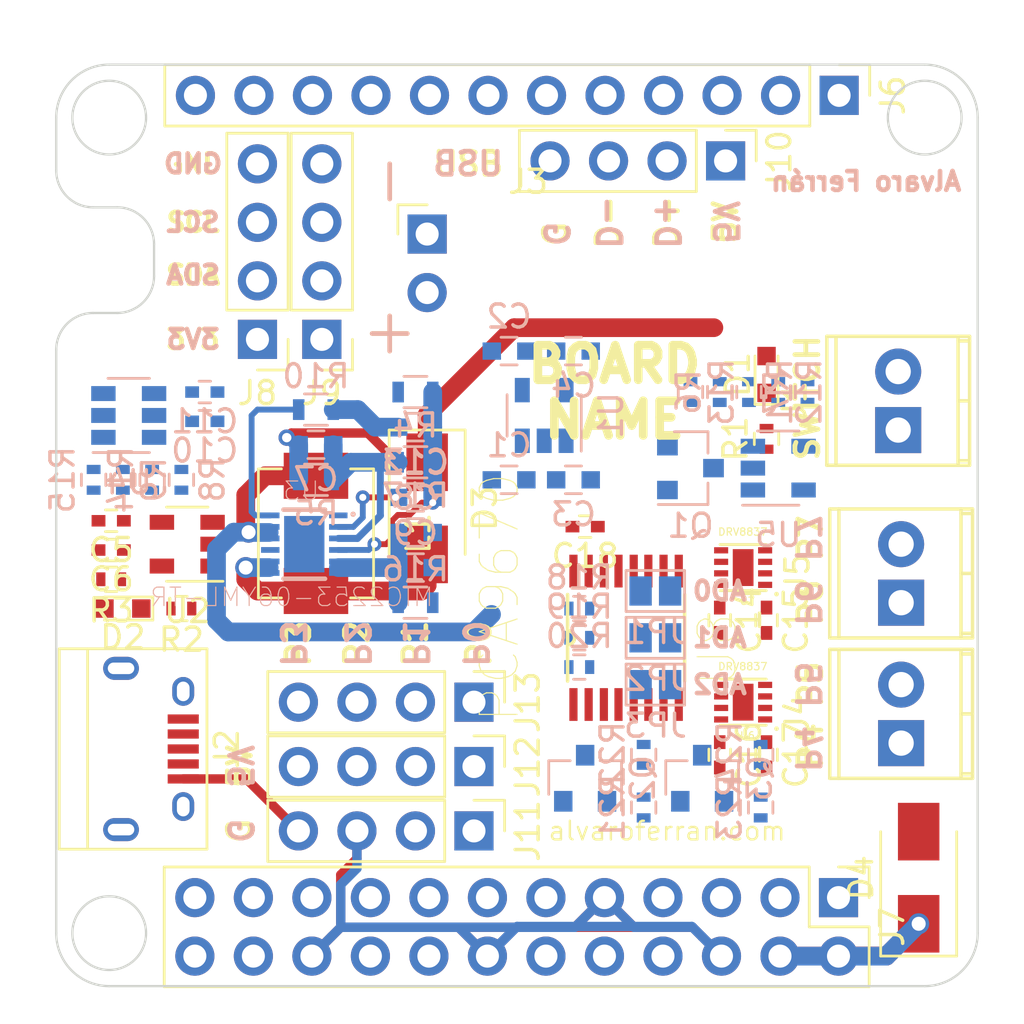
<source format=kicad_pcb>
(kicad_pcb (version 20170123) (host pcbnew no-vcs-found-758445e~59~ubuntu16.04.1)

  (general
    (thickness 1.6)
    (drawings 70)
    (tracks 130)
    (zones 0)
    (modules 74)
    (nets 76)
  )

  (page A4)
  (layers
    (0 F.Cu signal)
    (31 B.Cu signal)
    (32 B.Adhes user hide)
    (33 F.Adhes user hide)
    (34 B.Paste user hide)
    (35 F.Paste user hide)
    (36 B.SilkS user hide)
    (37 F.SilkS user)
    (38 B.Mask user hide)
    (39 F.Mask user hide)
    (40 Dwgs.User user hide)
    (41 Cmts.User user hide)
    (42 Eco1.User user hide)
    (43 Eco2.User user hide)
    (44 Edge.Cuts user)
    (45 Margin user hide)
    (46 B.CrtYd user hide)
    (47 F.CrtYd user hide)
    (48 B.Fab user hide)
    (49 F.Fab user hide)
  )

  (setup
    (last_trace_width 0.8128)
    (user_trace_width 0.1524)
    (user_trace_width 0.254)
    (user_trace_width 0.3048)
    (user_trace_width 0.4064)
    (user_trace_width 0.6096)
    (user_trace_width 0.8128)
    (trace_clearance 0.2)
    (zone_clearance 0.508)
    (zone_45_only no)
    (trace_min 0.1524)
    (segment_width 0.2)
    (edge_width 0.15)
    (via_size 0.6)
    (via_drill 0.4)
    (via_min_size 0.4)
    (via_min_drill 0.3)
    (user_via 0.6096 0.3048)
    (user_via 0.7112 0.4064)
    (user_via 0.9144 0.6096)
    (uvia_size 0.3)
    (uvia_drill 0.1)
    (uvias_allowed no)
    (uvia_min_size 0)
    (uvia_min_drill 0)
    (pcb_text_width 0.3)
    (pcb_text_size 1.5 1.5)
    (mod_edge_width 0.15)
    (mod_text_size 1 1)
    (mod_text_width 0.15)
    (pad_size 1.524 1.524)
    (pad_drill 0.762)
    (pad_to_mask_clearance 0.2)
    (aux_axis_origin 0 0)
    (visible_elements FEF9BF1F)
    (pcbplotparams
      (layerselection 0x00030_80000001)
      (usegerberextensions false)
      (excludeedgelayer true)
      (linewidth 0.100000)
      (plotframeref false)
      (viasonmask false)
      (mode 1)
      (useauxorigin false)
      (hpglpennumber 1)
      (hpglpenspeed 20)
      (hpglpendiameter 15)
      (psnegative false)
      (psa4output false)
      (plotreference true)
      (plotvalue true)
      (plotinvisibletext false)
      (padsonsilk false)
      (subtractmaskfromsilk false)
      (outputformat 1)
      (mirror false)
      (drillshape 1)
      (scaleselection 1)
      (outputdirectory ""))
  )

  (net 0 "")
  (net 1 "Net-(C5-Pad1)")
  (net 2 "Net-(C6-Pad1)")
  (net 3 "Net-(C7-Pad2)")
  (net 4 GNDPWR)
  (net 5 "Net-(C12-Pad2)")
  (net 6 GNDA)
  (net 7 "Net-(C13-Pad1)")
  (net 8 "Net-(D1-Pad1)")
  (net 9 "Net-(J4-Pad2)")
  (net 10 "Net-(J4-Pad1)")
  (net 11 /USB2+)
  (net 12 /USB2-)
  (net 13 /SDA)
  (net 14 /SCL)
  (net 15 /GPIO0)
  (net 16 /GPIO1)
  (net 17 /GPIO2)
  (net 18 /GPIO3)
  (net 19 "Net-(JP1-Pad1)")
  (net 20 "Net-(JP2-Pad1)")
  (net 21 "Net-(JP3-Pad1)")
  (net 22 /MOTEN)
  (net 23 "Net-(R2-Pad1)")
  (net 24 "Net-(R11-Pad1)")
  (net 25 "Net-(R14-Pad1)")
  (net 26 /MOT1A)
  (net 27 /MOT1B)
  (net 28 /MOT2A)
  (net 29 /MOT2B)
  (net 30 "Net-(D3-Pad2)")
  (net 31 "Net-(J5-Pad1)")
  (net 32 "Net-(R10-Pad2)")
  (net 33 "Net-(D2-Pad1)")
  (net 34 "Net-(J5-Pad2)")
  (net 35 /SDAH)
  (net 36 /SCLH)
  (net 37 "Net-(R3-Pad1)")
  (net 38 "Net-(R12-Pad1)")
  (net 39 "Net-(R15-Pad1)")
  (net 40 GND)
  (net 41 5V)
  (net 42 3.3V)
  (net 43 VBAT)
  (net 44 "Net-(D4-Pad1)")
  (net 45 "Net-(Q1-Pad1)")
  (net 46 "Net-(J2-Pad2)")
  (net 47 "Net-(J2-Pad3)")
  (net 48 "Net-(J2-Pad4)")
  (net 49 "Net-(J6-Pad1)")
  (net 50 "Net-(J6-Pad2)")
  (net 51 "Net-(J6-Pad3)")
  (net 52 "Net-(J6-Pad6)")
  (net 53 "Net-(J6-Pad7)")
  (net 54 "Net-(J6-Pad8)")
  (net 55 "Net-(J6-Pad9)")
  (net 56 "Net-(J6-Pad10)")
  (net 57 "Net-(J6-Pad11)")
  (net 58 "Net-(J7-Pad1)")
  (net 59 "Net-(J7-Pad7)")
  (net 60 "Net-(J7-Pad8)")
  (net 61 "Net-(J7-Pad10)")
  (net 62 "Net-(J7-Pad11)")
  (net 63 "Net-(J7-Pad12)")
  (net 64 "Net-(J7-Pad13)")
  (net 65 "Net-(J7-Pad15)")
  (net 66 "Net-(J7-Pad16)")
  (net 67 "Net-(J7-Pad17)")
  (net 68 "Net-(J7-Pad18)")
  (net 69 "Net-(J7-Pad19)")
  (net 70 "Net-(J7-Pad21)")
  (net 71 "Net-(J7-Pad22)")
  (net 72 "Net-(J7-Pad23)")
  (net 73 "Net-(J7-Pad24)")
  (net 74 "Net-(U1-Pad4)")
  (net 75 "Net-(U3-Pad1)")

  (net_class Default "This is the default net class."
    (clearance 0.2)
    (trace_width 0.25)
    (via_dia 0.6)
    (via_drill 0.4)
    (uvia_dia 0.3)
    (uvia_drill 0.1)
    (add_net /GPIO0)
    (add_net /GPIO1)
    (add_net /GPIO2)
    (add_net /GPIO3)
    (add_net /MOT1A)
    (add_net /MOT1B)
    (add_net /MOT2A)
    (add_net /MOT2B)
    (add_net /MOTEN)
    (add_net /SCL)
    (add_net /SCLH)
    (add_net /SDA)
    (add_net /SDAH)
    (add_net /USB2+)
    (add_net /USB2-)
    (add_net 3.3V)
    (add_net 5V)
    (add_net GND)
    (add_net GNDA)
    (add_net GNDPWR)
    (add_net "Net-(C12-Pad2)")
    (add_net "Net-(C13-Pad1)")
    (add_net "Net-(C5-Pad1)")
    (add_net "Net-(C6-Pad1)")
    (add_net "Net-(C7-Pad2)")
    (add_net "Net-(D1-Pad1)")
    (add_net "Net-(D2-Pad1)")
    (add_net "Net-(D3-Pad2)")
    (add_net "Net-(D4-Pad1)")
    (add_net "Net-(J2-Pad2)")
    (add_net "Net-(J2-Pad3)")
    (add_net "Net-(J2-Pad4)")
    (add_net "Net-(J4-Pad1)")
    (add_net "Net-(J4-Pad2)")
    (add_net "Net-(J5-Pad1)")
    (add_net "Net-(J5-Pad2)")
    (add_net "Net-(J6-Pad1)")
    (add_net "Net-(J6-Pad10)")
    (add_net "Net-(J6-Pad11)")
    (add_net "Net-(J6-Pad2)")
    (add_net "Net-(J6-Pad3)")
    (add_net "Net-(J6-Pad6)")
    (add_net "Net-(J6-Pad7)")
    (add_net "Net-(J6-Pad8)")
    (add_net "Net-(J6-Pad9)")
    (add_net "Net-(J7-Pad1)")
    (add_net "Net-(J7-Pad10)")
    (add_net "Net-(J7-Pad11)")
    (add_net "Net-(J7-Pad12)")
    (add_net "Net-(J7-Pad13)")
    (add_net "Net-(J7-Pad15)")
    (add_net "Net-(J7-Pad16)")
    (add_net "Net-(J7-Pad17)")
    (add_net "Net-(J7-Pad18)")
    (add_net "Net-(J7-Pad19)")
    (add_net "Net-(J7-Pad21)")
    (add_net "Net-(J7-Pad22)")
    (add_net "Net-(J7-Pad23)")
    (add_net "Net-(J7-Pad24)")
    (add_net "Net-(J7-Pad7)")
    (add_net "Net-(J7-Pad8)")
    (add_net "Net-(JP1-Pad1)")
    (add_net "Net-(JP2-Pad1)")
    (add_net "Net-(JP3-Pad1)")
    (add_net "Net-(Q1-Pad1)")
    (add_net "Net-(R10-Pad2)")
    (add_net "Net-(R11-Pad1)")
    (add_net "Net-(R12-Pad1)")
    (add_net "Net-(R14-Pad1)")
    (add_net "Net-(R15-Pad1)")
    (add_net "Net-(R2-Pad1)")
    (add_net "Net-(R3-Pad1)")
    (add_net "Net-(U1-Pad4)")
    (add_net "Net-(U3-Pad1)")
    (add_net VBAT)
  )

  (module alvaroferran:MIC2253-06YML-TR (layer B.Cu) (tedit 0) (tstamp 599FFEF0)
    (at 159.258 85.852 180)
    (path /5996CB15)
    (attr smd)
    (fp_text reference U3 (at 0.132164 2.31087 180) (layer B.SilkS)
      (effects (font (size 0.800996 0.800996) (thickness 0.05)) (justify mirror))
    )
    (fp_text value MIC2253-06YML-TR (at 0.540822 -2.29549 180) (layer B.SilkS)
      (effects (font (size 0.801217 0.801217) (thickness 0.05)) (justify mirror))
    )
    (fp_line (start -2.15 1.8) (end 2.15 1.8) (layer Dwgs.User) (width 0.05))
    (fp_line (start 2.15 1.8) (end 2.15 -1.8) (layer Dwgs.User) (width 0.05))
    (fp_line (start 2.15 -1.8) (end -2.15 -1.8) (layer Dwgs.User) (width 0.05))
    (fp_line (start -2.15 -1.8) (end -2.15 1.8) (layer Dwgs.User) (width 0.05))
    (fp_poly (pts (xy -0.505826 0.855) (xy 0.505 0.855) (xy 0.505 -0.856398) (xy -0.505826 -0.856398)) (layer B.Paste) (width 0.381))
    (fp_circle (center -2.12 1.3) (end -2.05 1.3) (layer B.SilkS) (width 0.09))
    (fp_line (start -1.5 1.5) (end 1.5 1.5) (layer Dwgs.User) (width 0.2))
    (fp_line (start 1.5 1.5) (end 1.5 -1.5) (layer Dwgs.User) (width 0.2))
    (fp_line (start 1.5 -1.5) (end -1.5 -1.5) (layer Dwgs.User) (width 0.2))
    (fp_line (start -1.5 -1.5) (end -1.5 1.5) (layer Dwgs.User) (width 0.2))
    (fp_line (start -0.9 1.5) (end 0.9 1.5) (layer B.SilkS) (width 0.2))
    (fp_line (start -0.9 -1.5) (end 0.9 -1.5) (layer B.SilkS) (width 0.2))
    (pad 1 smd rect (at -1.476 1.25 180) (size 0.8 0.25) (layers B.Cu B.Paste B.Mask)
      (net 75 "Net-(U3-Pad1)"))
    (pad 2 smd rect (at -1.476 0.75 180) (size 0.8 0.25) (layers B.Cu B.Paste B.Mask)
      (net 5 "Net-(C12-Pad2)"))
    (pad 3 smd rect (at -1.476 0.25 180) (size 0.8 0.25) (layers B.Cu B.Paste B.Mask)
      (net 3 "Net-(C7-Pad2)"))
    (pad 4 smd rect (at -1.476 -0.25 180) (size 0.8 0.25) (layers B.Cu B.Paste B.Mask)
      (net 6 GNDA))
    (pad 5 smd rect (at -1.476 -0.75 180) (size 0.8 0.25) (layers B.Cu B.Paste B.Mask)
      (net 4 GNDPWR))
    (pad 6 smd rect (at -1.476 -1.25 180) (size 0.8 0.25) (layers B.Cu B.Paste B.Mask)
      (net 4 GNDPWR))
    (pad 7 smd rect (at 1.476 -1.25) (size 0.8 0.25) (layers B.Cu B.Paste B.Mask)
      (net 30 "Net-(D3-Pad2)"))
    (pad 8 smd rect (at 1.476 -0.75) (size 0.8 0.25) (layers B.Cu B.Paste B.Mask)
      (net 30 "Net-(D3-Pad2)"))
    (pad 9 smd rect (at 1.476 -0.25) (size 0.8 0.25) (layers B.Cu B.Paste B.Mask)
      (net 41 5V))
    (pad 10 smd rect (at 1.476 0.25) (size 0.8 0.25) (layers B.Cu B.Paste B.Mask)
      (net 43 VBAT))
    (pad 11 smd rect (at 1.476 0.75) (size 0.8 0.25) (layers B.Cu B.Paste B.Mask)
      (net 43 VBAT))
    (pad 12 smd rect (at 1.476 1.25) (size 0.8 0.25) (layers B.Cu B.Paste B.Mask)
      (net 32 "Net-(R10-Pad2)"))
    (pad 13 smd rect (at 0 0) (size 1.75 2.45) (layers B.Cu B.Paste B.Mask))
  )

  (module alvaroferran:HPI0530-2R2 (layer F.Cu) (tedit 59A53B5C) (tstamp 59A57E81)
    (at 159.766 85.384 270)
    (descr "Choke, SMD, 6.3x6.3mm 3mm height")
    (tags "Choke SMD")
    (path /59A54030)
    (attr smd)
    (fp_text reference L1 (at 0 -4.45 270) (layer F.SilkS)
      (effects (font (size 1 1) (thickness 0.15)))
    )
    (fp_text value HPI0530-2R2 (at 0 4.45 270) (layer F.Fab)
      (effects (font (size 1 1) (thickness 0.15)))
    )
    (fp_line (start 2.8 1.5) (end 2.8 2.5) (layer F.SilkS) (width 0.12))
    (fp_line (start -2.8 2.5) (end 2.8 2.5) (layer F.SilkS) (width 0.12))
    (fp_line (start -2.8 2.5) (end -2.8 1.5) (layer F.SilkS) (width 0.12))
    (fp_line (start -2.8 -1.5) (end -2.8 -2.5) (layer F.SilkS) (width 0.12))
    (fp_line (start -2.8 -2.5) (end 2.8 -2.5) (layer F.SilkS) (width 0.12))
    (fp_line (start 2.8 -2.5) (end 2.8 -1.5) (layer F.SilkS) (width 0.12))
    (pad 1 smd rect (at -2.5 0 270) (size 2 2.8) (layers F.Cu F.Paste F.Mask)
      (net 43 VBAT))
    (pad 2 smd rect (at 2.5 0 270) (size 2 2.8) (layers F.Cu F.Paste F.Mask)
      (net 30 "Net-(D3-Pad2)"))
    (model ${KISYS3DMOD}/Inductors_SMD.3dshapes/L_6.3x6.3_H3.wrl
      (at (xyz 0 0 0))
      (scale (xyz 1 1 1))
      (rotate (xyz 0 0 0))
    )
  )

  (module Resistors_SMD:R_0603 (layer B.Cu) (tedit 58E0A804) (tstamp 59A3E01B)
    (at 159.766 83.058)
    (descr "Resistor SMD 0603, reflow soldering, Vishay (see dcrcw.pdf)")
    (tags "resistor 0603")
    (path /599FFF1E)
    (attr smd)
    (fp_text reference R5 (at 0 1.45) (layer B.SilkS)
      (effects (font (size 1 1) (thickness 0.15)) (justify mirror))
    )
    (fp_text value 30.9k (at 0 -1.5) (layer B.Fab)
      (effects (font (size 1 1) (thickness 0.15)) (justify mirror))
    )
    (fp_text user %R (at 0 0) (layer B.Fab)
      (effects (font (size 0.4 0.4) (thickness 0.075)) (justify mirror))
    )
    (fp_line (start -0.8 -0.4) (end -0.8 0.4) (layer B.Fab) (width 0.1))
    (fp_line (start 0.8 -0.4) (end -0.8 -0.4) (layer B.Fab) (width 0.1))
    (fp_line (start 0.8 0.4) (end 0.8 -0.4) (layer B.Fab) (width 0.1))
    (fp_line (start -0.8 0.4) (end 0.8 0.4) (layer B.Fab) (width 0.1))
    (fp_line (start 0.5 -0.68) (end -0.5 -0.68) (layer B.SilkS) (width 0.12))
    (fp_line (start -0.5 0.68) (end 0.5 0.68) (layer B.SilkS) (width 0.12))
    (fp_line (start -1.25 0.7) (end 1.25 0.7) (layer B.CrtYd) (width 0.05))
    (fp_line (start -1.25 0.7) (end -1.25 -0.7) (layer B.CrtYd) (width 0.05))
    (fp_line (start 1.25 -0.7) (end 1.25 0.7) (layer B.CrtYd) (width 0.05))
    (fp_line (start 1.25 -0.7) (end -1.25 -0.7) (layer B.CrtYd) (width 0.05))
    (pad 1 smd rect (at -0.75 0) (size 0.5 0.9) (layers B.Cu B.Paste B.Mask)
      (net 41 5V))
    (pad 2 smd rect (at 0.75 0) (size 0.5 0.9) (layers B.Cu B.Paste B.Mask)
      (net 3 "Net-(C7-Pad2)"))
    (model ${KISYS3DMOD}/Resistors_SMD.3dshapes/R_0603.wrl
      (at (xyz 0 0 0))
      (scale (xyz 1 1 1))
      (rotate (xyz 0 0 0))
    )
  )

  (module Capacitors_SMD:C_0603 (layer B.Cu) (tedit 59958EE7) (tstamp 599FFC1B)
    (at 164.084 80.772)
    (descr "Capacitor SMD 0603, reflow soldering, AVX (see smccp.pdf)")
    (tags "capacitor 0603")
    (path /599FFA2E)
    (attr smd)
    (fp_text reference C13 (at 0 1.5) (layer B.SilkS)
      (effects (font (size 1 1) (thickness 0.15)) (justify mirror))
    )
    (fp_text value 10nF (at 0 -1.5) (layer B.Fab)
      (effects (font (size 1 1) (thickness 0.15)) (justify mirror))
    )
    (fp_line (start 1.4 -0.65) (end -1.4 -0.65) (layer B.CrtYd) (width 0.05))
    (fp_line (start 1.4 -0.65) (end 1.4 0.65) (layer B.CrtYd) (width 0.05))
    (fp_line (start -1.4 0.65) (end -1.4 -0.65) (layer B.CrtYd) (width 0.05))
    (fp_line (start -1.4 0.65) (end 1.4 0.65) (layer B.CrtYd) (width 0.05))
    (fp_line (start 0.35 -0.6) (end -0.35 -0.6) (layer B.SilkS) (width 0.12))
    (fp_line (start -0.35 0.6) (end 0.35 0.6) (layer B.SilkS) (width 0.12))
    (fp_line (start -0.8 0.4) (end 0.8 0.4) (layer B.Fab) (width 0.1))
    (fp_line (start 0.8 0.4) (end 0.8 -0.4) (layer B.Fab) (width 0.1))
    (fp_line (start 0.8 -0.4) (end -0.8 -0.4) (layer B.Fab) (width 0.1))
    (fp_line (start -0.8 -0.4) (end -0.8 0.4) (layer B.Fab) (width 0.1))
    (fp_text user %R (at 0 0) (layer B.Fab)
      (effects (font (size 0.3 0.3) (thickness 0.075)) (justify mirror))
    )
    (pad 2 smd rect (at 0.75 0) (size 0.8 0.75) (layers B.Cu B.Paste B.Mask)
      (net 6 GNDA))
    (pad 1 smd rect (at -0.75 0) (size 0.8 0.75) (layers B.Cu B.Paste B.Mask)
      (net 7 "Net-(C13-Pad1)"))
    (model Capacitors_SMD.3dshapes/C_0603.wrl
      (at (xyz 0 0 0))
      (scale (xyz 1 1 1))
      (rotate (xyz 0 0 0))
    )
  )

  (module Pin_Headers:Pin_Header_Angled_1x02_Pitch2.54mm locked (layer F.Cu) (tedit 59A4348D) (tstamp 59A03943)
    (at 164.592 72.39)
    (descr "Through hole angled pin header, 1x02, 2.54mm pitch, 6mm pin length, single row")
    (tags "Through hole angled pin header THT 1x02 2.54mm single row")
    (path /59A04ACD)
    (fp_text reference J3 (at 4.385 -2.27) (layer F.SilkS)
      (effects (font (size 1 1) (thickness 0.15)))
    )
    (fp_text value BATT (at 4.385 4.81) (layer F.Fab)
      (effects (font (size 1 1) (thickness 0.15)))
    )
    (fp_line (start 2.135 -1.27) (end 4.04 -1.27) (layer F.Fab) (width 0.1))
    (fp_line (start 4.04 -1.27) (end 4.04 3.81) (layer F.Fab) (width 0.1))
    (fp_line (start 4.04 3.81) (end 1.5 3.81) (layer F.Fab) (width 0.1))
    (fp_line (start 1.5 3.81) (end 1.5 -0.635) (layer F.Fab) (width 0.1))
    (fp_line (start 1.5 -0.635) (end 2.135 -1.27) (layer F.Fab) (width 0.1))
    (fp_line (start -0.32 -0.32) (end 1.5 -0.32) (layer F.Fab) (width 0.1))
    (fp_line (start -0.32 -0.32) (end -0.32 0.32) (layer F.Fab) (width 0.1))
    (fp_line (start -0.32 0.32) (end 1.5 0.32) (layer F.Fab) (width 0.1))
    (fp_line (start 4.04 -0.32) (end 10.04 -0.32) (layer F.Fab) (width 0.1))
    (fp_line (start 10.04 -0.32) (end 10.04 0.32) (layer F.Fab) (width 0.1))
    (fp_line (start 4.04 0.32) (end 10.04 0.32) (layer F.Fab) (width 0.1))
    (fp_line (start -0.32 2.22) (end 1.5 2.22) (layer F.Fab) (width 0.1))
    (fp_line (start -0.32 2.22) (end -0.32 2.86) (layer F.Fab) (width 0.1))
    (fp_line (start -0.32 2.86) (end 1.5 2.86) (layer F.Fab) (width 0.1))
    (fp_line (start 4.04 2.22) (end 10.04 2.22) (layer F.Fab) (width 0.1))
    (fp_line (start 10.04 2.22) (end 10.04 2.86) (layer F.Fab) (width 0.1))
    (fp_line (start 4.04 2.86) (end 10.04 2.86) (layer F.Fab) (width 0.1))
    (fp_line (start -1.27 0) (end -1.27 -1.27) (layer F.SilkS) (width 0.12))
    (fp_line (start -1.27 -1.27) (end 0 -1.27) (layer F.SilkS) (width 0.12))
    (fp_line (start -1.8 -1.8) (end -1.8 4.35) (layer F.CrtYd) (width 0.05))
    (fp_line (start -1.8 4.35) (end 10.55 4.35) (layer F.CrtYd) (width 0.05))
    (fp_line (start 10.55 4.35) (end 10.55 -1.8) (layer F.CrtYd) (width 0.05))
    (fp_line (start 10.55 -1.8) (end -1.8 -1.8) (layer F.CrtYd) (width 0.05))
    (fp_text user %R (at 2.77 1.27 90) (layer F.Fab)
      (effects (font (size 1 1) (thickness 0.15)))
    )
    (pad 1 thru_hole rect (at 0 0) (size 1.7 1.7) (drill 1) (layers *.Cu *.Mask)
      (net 40 GND))
    (pad 2 thru_hole oval (at 0 2.54) (size 1.7 1.7) (drill 1) (layers *.Cu *.Mask)
      (net 2 "Net-(C6-Pad1)"))
    (model ${KISYS3DMOD}/Pin_Headers.3dshapes/Pin_Header_Angled_1x02_Pitch2.54mm.wrl
      (at (xyz 0 0 0))
      (scale (xyz 1 1 1))
      (rotate (xyz 0 0 0))
    )
  )

  (module alvaroferran:TSSOP-16 (layer F.Cu) (tedit 0) (tstamp 59A3E04C)
    (at 173.228 89.916 90)
    (path /599E8786)
    (attr smd)
    (fp_text reference U8 (at -0.508536 3.96658 90) (layer F.SilkS)
      (effects (font (size 1.64173 1.64173) (thickness 0.05)))
    )
    (fp_text value PCA9670 (at 1.75354 -5.48933 90) (layer F.SilkS)
      (effects (font (size 1.64088 1.64088) (thickness 0.05)))
    )
    (fp_line (start -2.2606 -2.1336) (end -2.2606 -2.413) (layer Dwgs.User) (width 0))
    (fp_line (start -2.2606 -2.413) (end -3.2512 -2.413) (layer Dwgs.User) (width 0))
    (fp_line (start -3.2512 -2.413) (end -3.2512 -2.1336) (layer Dwgs.User) (width 0))
    (fp_line (start -3.2512 -2.1336) (end -2.2606 -2.1336) (layer Dwgs.User) (width 0))
    (fp_line (start -2.2606 -1.4732) (end -2.2606 -1.778) (layer Dwgs.User) (width 0))
    (fp_line (start -2.2606 -1.778) (end -3.2512 -1.778) (layer Dwgs.User) (width 0))
    (fp_line (start -3.2512 -1.778) (end -3.2512 -1.4732) (layer Dwgs.User) (width 0))
    (fp_line (start -3.2512 -1.4732) (end -2.2606 -1.4732) (layer Dwgs.User) (width 0))
    (fp_line (start -2.2606 -0.8128) (end -2.2606 -1.1176) (layer Dwgs.User) (width 0))
    (fp_line (start -2.2606 -1.1176) (end -3.2512 -1.1176) (layer Dwgs.User) (width 0))
    (fp_line (start -3.2512 -1.1176) (end -3.2512 -0.8128) (layer Dwgs.User) (width 0))
    (fp_line (start -3.2512 -0.8128) (end -2.2606 -0.8128) (layer Dwgs.User) (width 0))
    (fp_line (start -2.2606 -0.1778) (end -2.2606 -0.4826) (layer Dwgs.User) (width 0))
    (fp_line (start -2.2606 -0.4826) (end -3.2512 -0.4826) (layer Dwgs.User) (width 0))
    (fp_line (start -3.2512 -0.4826) (end -3.2512 -0.1778) (layer Dwgs.User) (width 0))
    (fp_line (start -3.2512 -0.1778) (end -2.2606 -0.1778) (layer Dwgs.User) (width 0))
    (fp_line (start -2.2606 0.4826) (end -2.2606 0.1778) (layer Dwgs.User) (width 0))
    (fp_line (start -2.2606 0.1778) (end -3.2512 0.1778) (layer Dwgs.User) (width 0))
    (fp_line (start -3.2512 0.1778) (end -3.2512 0.4826) (layer Dwgs.User) (width 0))
    (fp_line (start -3.2512 0.4826) (end -2.2606 0.4826) (layer Dwgs.User) (width 0))
    (fp_line (start -2.2606 1.1176) (end -2.2606 0.8128) (layer Dwgs.User) (width 0))
    (fp_line (start -2.2606 0.8128) (end -3.2512 0.8128) (layer Dwgs.User) (width 0))
    (fp_line (start -3.2512 0.8128) (end -3.2512 1.1176) (layer Dwgs.User) (width 0))
    (fp_line (start -3.2512 1.1176) (end -2.2606 1.1176) (layer Dwgs.User) (width 0))
    (fp_line (start -2.2606 1.778) (end -2.2606 1.4732) (layer Dwgs.User) (width 0))
    (fp_line (start -2.2606 1.4732) (end -3.2512 1.4732) (layer Dwgs.User) (width 0))
    (fp_line (start -3.2512 1.4732) (end -3.2512 1.778) (layer Dwgs.User) (width 0))
    (fp_line (start -3.2512 1.778) (end -2.2606 1.778) (layer Dwgs.User) (width 0))
    (fp_line (start -2.2606 2.413) (end -2.2606 2.1336) (layer Dwgs.User) (width 0))
    (fp_line (start -2.2606 2.1336) (end -3.2512 2.1336) (layer Dwgs.User) (width 0))
    (fp_line (start -3.2512 2.1336) (end -3.2512 2.413) (layer Dwgs.User) (width 0))
    (fp_line (start -3.2512 2.413) (end -2.2606 2.413) (layer Dwgs.User) (width 0))
    (fp_line (start 2.2606 2.1336) (end 2.2606 2.413) (layer Dwgs.User) (width 0))
    (fp_line (start 2.2606 2.413) (end 3.2512 2.413) (layer Dwgs.User) (width 0))
    (fp_line (start 3.2512 2.413) (end 3.2512 2.1336) (layer Dwgs.User) (width 0))
    (fp_line (start 3.2512 2.1336) (end 2.2606 2.1336) (layer Dwgs.User) (width 0))
    (fp_line (start 2.2606 1.4732) (end 2.2606 1.778) (layer Dwgs.User) (width 0))
    (fp_line (start 2.2606 1.778) (end 3.2512 1.778) (layer Dwgs.User) (width 0))
    (fp_line (start 3.2512 1.778) (end 3.2512 1.4732) (layer Dwgs.User) (width 0))
    (fp_line (start 3.2512 1.4732) (end 2.2606 1.4732) (layer Dwgs.User) (width 0))
    (fp_line (start 2.2606 0.8128) (end 2.2606 1.1176) (layer Dwgs.User) (width 0))
    (fp_line (start 2.2606 1.1176) (end 3.2512 1.1176) (layer Dwgs.User) (width 0))
    (fp_line (start 3.2512 1.1176) (end 3.2512 0.8128) (layer Dwgs.User) (width 0))
    (fp_line (start 3.2512 0.8128) (end 2.2606 0.8128) (layer Dwgs.User) (width 0))
    (fp_line (start 2.2606 0.1778) (end 2.2606 0.4826) (layer Dwgs.User) (width 0))
    (fp_line (start 2.2606 0.4826) (end 3.2512 0.4826) (layer Dwgs.User) (width 0))
    (fp_line (start 3.2512 0.4826) (end 3.2512 0.1778) (layer Dwgs.User) (width 0))
    (fp_line (start 3.2512 0.1778) (end 2.2606 0.1778) (layer Dwgs.User) (width 0))
    (fp_line (start 2.2606 -0.4826) (end 2.2606 -0.1778) (layer Dwgs.User) (width 0))
    (fp_line (start 2.2606 -0.1778) (end 3.2512 -0.1778) (layer Dwgs.User) (width 0))
    (fp_line (start 3.2512 -0.1778) (end 3.2512 -0.4826) (layer Dwgs.User) (width 0))
    (fp_line (start 3.2512 -0.4826) (end 2.2606 -0.4826) (layer Dwgs.User) (width 0))
    (fp_line (start 2.2606 -1.1176) (end 2.2606 -0.8128) (layer Dwgs.User) (width 0))
    (fp_line (start 2.2606 -0.8128) (end 3.2512 -0.8128) (layer Dwgs.User) (width 0))
    (fp_line (start 3.2512 -0.8128) (end 3.2512 -1.1176) (layer Dwgs.User) (width 0))
    (fp_line (start 3.2512 -1.1176) (end 2.2606 -1.1176) (layer Dwgs.User) (width 0))
    (fp_line (start 2.2606 -1.778) (end 2.2606 -1.4732) (layer Dwgs.User) (width 0))
    (fp_line (start 2.2606 -1.4732) (end 3.2512 -1.4732) (layer Dwgs.User) (width 0))
    (fp_line (start 3.2512 -1.4732) (end 3.2512 -1.778) (layer Dwgs.User) (width 0))
    (fp_line (start 3.2512 -1.778) (end 2.2606 -1.778) (layer Dwgs.User) (width 0))
    (fp_line (start 2.2606 -2.413) (end 2.2606 -2.1336) (layer Dwgs.User) (width 0))
    (fp_line (start 2.2606 -2.1336) (end 3.2512 -2.1336) (layer Dwgs.User) (width 0))
    (fp_line (start 3.2512 -2.1336) (end 3.2512 -2.413) (layer Dwgs.User) (width 0))
    (fp_line (start 3.2512 -2.413) (end 2.2606 -2.413) (layer Dwgs.User) (width 0))
    (fp_line (start -2.2606 2.54) (end 2.2606 2.54) (layer Dwgs.User) (width 0))
    (fp_line (start 2.2606 2.54) (end 2.2606 -2.54) (layer Dwgs.User) (width 0))
    (fp_line (start 2.2606 -2.54) (end 0.3048 -2.54) (layer Dwgs.User) (width 0))
    (fp_line (start 0.3048 -2.54) (end -0.3048 -2.54) (layer Dwgs.User) (width 0))
    (fp_line (start -0.3048 -2.54) (end -2.2606 -2.54) (layer Dwgs.User) (width 0))
    (fp_line (start -2.2606 -2.54) (end -2.2606 2.54) (layer Dwgs.User) (width 0))
    (fp_arc (start 0 -2.54) (end -0.3048 -2.54) (angle -180) (layer Dwgs.User) (width 0))
    (fp_line (start -1.8796 2.54) (end 1.8796 2.54) (layer F.SilkS) (width 0.1524))
    (fp_line (start 1.8796 -2.54) (end 0.3048 -2.54) (layer F.SilkS) (width 0.1524))
    (fp_line (start 0.3048 -2.54) (end -0.3048 -2.54) (layer F.SilkS) (width 0.1524))
    (fp_line (start -0.3048 -2.54) (end -1.8796 -2.54) (layer F.SilkS) (width 0.1524))
    (fp_arc (start 0 -2.54) (end -0.3048 -2.54) (angle -180) (layer F.SilkS) (width 0.1524))
    (pad 1 smd rect (at -2.8956 -2.286 90) (size 1.4224 0.3556) (layers F.Cu F.Paste F.Mask)
      (net 21 "Net-(JP3-Pad1)"))
    (pad 2 smd rect (at -2.8956 -1.6256 90) (size 1.4224 0.3556) (layers F.Cu F.Paste F.Mask)
      (net 15 /GPIO0))
    (pad 3 smd rect (at -2.8956 -0.9652 90) (size 1.4224 0.3556) (layers F.Cu F.Paste F.Mask)
      (net 16 /GPIO1))
    (pad 4 smd rect (at -2.8956 -0.3302 90) (size 1.4224 0.3556) (layers F.Cu F.Paste F.Mask)
      (net 17 /GPIO2))
    (pad 5 smd rect (at -2.8956 0.3302 90) (size 1.4224 0.3556) (layers F.Cu F.Paste F.Mask)
      (net 18 /GPIO3))
    (pad 6 smd rect (at -2.8956 0.9652 90) (size 1.4224 0.3556) (layers F.Cu F.Paste F.Mask)
      (net 40 GND))
    (pad 7 smd rect (at -2.8956 1.6256 90) (size 1.4224 0.3556) (layers F.Cu F.Paste F.Mask)
      (net 26 /MOT1A))
    (pad 8 smd rect (at -2.8956 2.286 90) (size 1.4224 0.3556) (layers F.Cu F.Paste F.Mask)
      (net 27 /MOT1B))
    (pad 9 smd rect (at 2.8956 2.286 90) (size 1.4224 0.3556) (layers F.Cu F.Paste F.Mask)
      (net 28 /MOT2A))
    (pad 10 smd rect (at 2.8956 1.6256 90) (size 1.4224 0.3556) (layers F.Cu F.Paste F.Mask)
      (net 29 /MOT2B))
    (pad 11 smd rect (at 2.8956 0.9652 90) (size 1.4224 0.3556) (layers F.Cu F.Paste F.Mask)
      (net 41 5V))
    (pad 12 smd rect (at 2.8956 0.3302 90) (size 1.4224 0.3556) (layers F.Cu F.Paste F.Mask)
      (net 36 /SCLH))
    (pad 13 smd rect (at 2.8956 -0.3302 90) (size 1.4224 0.3556) (layers F.Cu F.Paste F.Mask)
      (net 35 /SDAH))
    (pad 14 smd rect (at 2.8956 -0.9652 90) (size 1.4224 0.3556) (layers F.Cu F.Paste F.Mask)
      (net 41 5V))
    (pad 15 smd rect (at 2.8956 -1.6256 90) (size 1.4224 0.3556) (layers F.Cu F.Paste F.Mask)
      (net 19 "Net-(JP1-Pad1)"))
    (pad 16 smd rect (at 2.8956 -2.286 90) (size 1.4224 0.3556) (layers F.Cu F.Paste F.Mask)
      (net 20 "Net-(JP2-Pad1)"))
  )

  (module Capacitors_SMD:C_0603 (layer B.Cu) (tedit 59958EE7) (tstamp 599FFBD3)
    (at 168.148 83.058 180)
    (descr "Capacitor SMD 0603, reflow soldering, AVX (see smccp.pdf)")
    (tags "capacitor 0603")
    (path /599FE1A3)
    (attr smd)
    (fp_text reference C1 (at 0 1.5 180) (layer B.SilkS)
      (effects (font (size 1 1) (thickness 0.15)) (justify mirror))
    )
    (fp_text value "10uF 10V" (at 0 -1.5 180) (layer B.Fab)
      (effects (font (size 1 1) (thickness 0.15)) (justify mirror))
    )
    (fp_line (start 1.4 -0.65) (end -1.4 -0.65) (layer B.CrtYd) (width 0.05))
    (fp_line (start 1.4 -0.65) (end 1.4 0.65) (layer B.CrtYd) (width 0.05))
    (fp_line (start -1.4 0.65) (end -1.4 -0.65) (layer B.CrtYd) (width 0.05))
    (fp_line (start -1.4 0.65) (end 1.4 0.65) (layer B.CrtYd) (width 0.05))
    (fp_line (start 0.35 -0.6) (end -0.35 -0.6) (layer B.SilkS) (width 0.12))
    (fp_line (start -0.35 0.6) (end 0.35 0.6) (layer B.SilkS) (width 0.12))
    (fp_line (start -0.8 0.4) (end 0.8 0.4) (layer B.Fab) (width 0.1))
    (fp_line (start 0.8 0.4) (end 0.8 -0.4) (layer B.Fab) (width 0.1))
    (fp_line (start 0.8 -0.4) (end -0.8 -0.4) (layer B.Fab) (width 0.1))
    (fp_line (start -0.8 -0.4) (end -0.8 0.4) (layer B.Fab) (width 0.1))
    (fp_text user %R (at 0 0 180) (layer B.Fab)
      (effects (font (size 0.3 0.3) (thickness 0.075)) (justify mirror))
    )
    (pad 2 smd rect (at 0.75 0 180) (size 0.8 0.75) (layers B.Cu B.Paste B.Mask)
      (net 40 GND))
    (pad 1 smd rect (at -0.75 0 180) (size 0.8 0.75) (layers B.Cu B.Paste B.Mask)
      (net 41 5V))
    (model Capacitors_SMD.3dshapes/C_0603.wrl
      (at (xyz 0 0 0))
      (scale (xyz 1 1 1))
      (rotate (xyz 0 0 0))
    )
  )

  (module Pin_Headers:Pin_Header_Straight_1x04_Pitch2.54mm (layer F.Cu) (tedit 59650532) (tstamp 599FFD68)
    (at 166.624 95.504 270)
    (descr "Through hole straight pin header, 1x04, 2.54mm pitch, single row")
    (tags "Through hole pin header THT 1x04 2.54mm single row")
    (path /59A045FE)
    (fp_text reference J12 (at 0 -2.33 270) (layer F.SilkS)
      (effects (font (size 1 1) (thickness 0.15)))
    )
    (fp_text value CONN_01X04_Straight (at 0 9.95 270) (layer F.Fab)
      (effects (font (size 1 1) (thickness 0.15)))
    )
    (fp_line (start -0.635 -1.27) (end 1.27 -1.27) (layer F.Fab) (width 0.1))
    (fp_line (start 1.27 -1.27) (end 1.27 8.89) (layer F.Fab) (width 0.1))
    (fp_line (start 1.27 8.89) (end -1.27 8.89) (layer F.Fab) (width 0.1))
    (fp_line (start -1.27 8.89) (end -1.27 -0.635) (layer F.Fab) (width 0.1))
    (fp_line (start -1.27 -0.635) (end -0.635 -1.27) (layer F.Fab) (width 0.1))
    (fp_line (start -1.33 8.95) (end 1.33 8.95) (layer F.SilkS) (width 0.12))
    (fp_line (start -1.33 1.27) (end -1.33 8.95) (layer F.SilkS) (width 0.12))
    (fp_line (start 1.33 1.27) (end 1.33 8.95) (layer F.SilkS) (width 0.12))
    (fp_line (start -1.33 1.27) (end 1.33 1.27) (layer F.SilkS) (width 0.12))
    (fp_line (start -1.33 0) (end -1.33 -1.33) (layer F.SilkS) (width 0.12))
    (fp_line (start -1.33 -1.33) (end 0 -1.33) (layer F.SilkS) (width 0.12))
    (fp_line (start -1.8 -1.8) (end -1.8 9.4) (layer F.CrtYd) (width 0.05))
    (fp_line (start -1.8 9.4) (end 1.8 9.4) (layer F.CrtYd) (width 0.05))
    (fp_line (start 1.8 9.4) (end 1.8 -1.8) (layer F.CrtYd) (width 0.05))
    (fp_line (start 1.8 -1.8) (end -1.8 -1.8) (layer F.CrtYd) (width 0.05))
    (fp_text user %R (at 0 3.81) (layer F.Fab)
      (effects (font (size 1 1) (thickness 0.15)))
    )
    (pad 1 thru_hole rect (at 0 0 270) (size 1.7 1.7) (drill 1) (layers *.Cu *.Mask)
      (net 41 5V))
    (pad 2 thru_hole oval (at 0 2.54 270) (size 1.7 1.7) (drill 1) (layers *.Cu *.Mask)
      (net 41 5V))
    (pad 3 thru_hole oval (at 0 5.08 270) (size 1.7 1.7) (drill 1) (layers *.Cu *.Mask)
      (net 41 5V))
    (pad 4 thru_hole oval (at 0 7.62 270) (size 1.7 1.7) (drill 1) (layers *.Cu *.Mask)
      (net 41 5V))
    (model ${KISYS3DMOD}/Pin_Headers.3dshapes/Pin_Header_Straight_1x04_Pitch2.54mm.wrl
      (at (xyz 0 0 0))
      (scale (xyz 1 1 1))
      (rotate (xyz 0 0 0))
    )
  )

  (module Capacitors_SMD:C_0603 (layer B.Cu) (tedit 59958EE7) (tstamp 599FFBD9)
    (at 168.148 77.47 180)
    (descr "Capacitor SMD 0603, reflow soldering, AVX (see smccp.pdf)")
    (tags "capacitor 0603")
    (path /599FE658)
    (attr smd)
    (fp_text reference C2 (at 0 1.5 180) (layer B.SilkS)
      (effects (font (size 1 1) (thickness 0.15)) (justify mirror))
    )
    (fp_text value "10uF 10V" (at 0 -1.5 180) (layer B.Fab)
      (effects (font (size 1 1) (thickness 0.15)) (justify mirror))
    )
    (fp_line (start 1.4 -0.65) (end -1.4 -0.65) (layer B.CrtYd) (width 0.05))
    (fp_line (start 1.4 -0.65) (end 1.4 0.65) (layer B.CrtYd) (width 0.05))
    (fp_line (start -1.4 0.65) (end -1.4 -0.65) (layer B.CrtYd) (width 0.05))
    (fp_line (start -1.4 0.65) (end 1.4 0.65) (layer B.CrtYd) (width 0.05))
    (fp_line (start 0.35 -0.6) (end -0.35 -0.6) (layer B.SilkS) (width 0.12))
    (fp_line (start -0.35 0.6) (end 0.35 0.6) (layer B.SilkS) (width 0.12))
    (fp_line (start -0.8 0.4) (end 0.8 0.4) (layer B.Fab) (width 0.1))
    (fp_line (start 0.8 0.4) (end 0.8 -0.4) (layer B.Fab) (width 0.1))
    (fp_line (start 0.8 -0.4) (end -0.8 -0.4) (layer B.Fab) (width 0.1))
    (fp_line (start -0.8 -0.4) (end -0.8 0.4) (layer B.Fab) (width 0.1))
    (fp_text user %R (at 0 0 180) (layer B.Fab)
      (effects (font (size 0.3 0.3) (thickness 0.075)) (justify mirror))
    )
    (pad 2 smd rect (at 0.75 0 180) (size 0.8 0.75) (layers B.Cu B.Paste B.Mask)
      (net 40 GND))
    (pad 1 smd rect (at -0.75 0 180) (size 0.8 0.75) (layers B.Cu B.Paste B.Mask)
      (net 42 3.3V))
    (model Capacitors_SMD.3dshapes/C_0603.wrl
      (at (xyz 0 0 0))
      (scale (xyz 1 1 1))
      (rotate (xyz 0 0 0))
    )
  )

  (module Capacitors_SMD:C_0603 (layer B.Cu) (tedit 59958EE7) (tstamp 599FFBDF)
    (at 170.942 83.058)
    (descr "Capacitor SMD 0603, reflow soldering, AVX (see smccp.pdf)")
    (tags "capacitor 0603")
    (path /599FDD01)
    (attr smd)
    (fp_text reference C3 (at 0 1.5) (layer B.SilkS)
      (effects (font (size 1 1) (thickness 0.15)) (justify mirror))
    )
    (fp_text value 1uF (at 0 -1.5) (layer B.Fab)
      (effects (font (size 1 1) (thickness 0.15)) (justify mirror))
    )
    (fp_line (start 1.4 -0.65) (end -1.4 -0.65) (layer B.CrtYd) (width 0.05))
    (fp_line (start 1.4 -0.65) (end 1.4 0.65) (layer B.CrtYd) (width 0.05))
    (fp_line (start -1.4 0.65) (end -1.4 -0.65) (layer B.CrtYd) (width 0.05))
    (fp_line (start -1.4 0.65) (end 1.4 0.65) (layer B.CrtYd) (width 0.05))
    (fp_line (start 0.35 -0.6) (end -0.35 -0.6) (layer B.SilkS) (width 0.12))
    (fp_line (start -0.35 0.6) (end 0.35 0.6) (layer B.SilkS) (width 0.12))
    (fp_line (start -0.8 0.4) (end 0.8 0.4) (layer B.Fab) (width 0.1))
    (fp_line (start 0.8 0.4) (end 0.8 -0.4) (layer B.Fab) (width 0.1))
    (fp_line (start 0.8 -0.4) (end -0.8 -0.4) (layer B.Fab) (width 0.1))
    (fp_line (start -0.8 -0.4) (end -0.8 0.4) (layer B.Fab) (width 0.1))
    (fp_text user %R (at 0 0) (layer B.Fab)
      (effects (font (size 0.3 0.3) (thickness 0.075)) (justify mirror))
    )
    (pad 2 smd rect (at 0.75 0) (size 0.8 0.75) (layers B.Cu B.Paste B.Mask)
      (net 40 GND))
    (pad 1 smd rect (at -0.75 0) (size 0.8 0.75) (layers B.Cu B.Paste B.Mask)
      (net 41 5V))
    (model Capacitors_SMD.3dshapes/C_0603.wrl
      (at (xyz 0 0 0))
      (scale (xyz 1 1 1))
      (rotate (xyz 0 0 0))
    )
  )

  (module Capacitors_SMD:C_0603 (layer B.Cu) (tedit 59958EE7) (tstamp 599FFBE5)
    (at 170.942 77.47)
    (descr "Capacitor SMD 0603, reflow soldering, AVX (see smccp.pdf)")
    (tags "capacitor 0603")
    (path /599FE034)
    (attr smd)
    (fp_text reference C4 (at 0 1.5) (layer B.SilkS)
      (effects (font (size 1 1) (thickness 0.15)) (justify mirror))
    )
    (fp_text value 1uF (at 0 -1.5) (layer B.Fab)
      (effects (font (size 1 1) (thickness 0.15)) (justify mirror))
    )
    (fp_line (start 1.4 -0.65) (end -1.4 -0.65) (layer B.CrtYd) (width 0.05))
    (fp_line (start 1.4 -0.65) (end 1.4 0.65) (layer B.CrtYd) (width 0.05))
    (fp_line (start -1.4 0.65) (end -1.4 -0.65) (layer B.CrtYd) (width 0.05))
    (fp_line (start -1.4 0.65) (end 1.4 0.65) (layer B.CrtYd) (width 0.05))
    (fp_line (start 0.35 -0.6) (end -0.35 -0.6) (layer B.SilkS) (width 0.12))
    (fp_line (start -0.35 0.6) (end 0.35 0.6) (layer B.SilkS) (width 0.12))
    (fp_line (start -0.8 0.4) (end 0.8 0.4) (layer B.Fab) (width 0.1))
    (fp_line (start 0.8 0.4) (end 0.8 -0.4) (layer B.Fab) (width 0.1))
    (fp_line (start 0.8 -0.4) (end -0.8 -0.4) (layer B.Fab) (width 0.1))
    (fp_line (start -0.8 -0.4) (end -0.8 0.4) (layer B.Fab) (width 0.1))
    (fp_text user %R (at 0 0) (layer B.Fab)
      (effects (font (size 0.3 0.3) (thickness 0.075)) (justify mirror))
    )
    (pad 2 smd rect (at 0.75 0) (size 0.8 0.75) (layers B.Cu B.Paste B.Mask)
      (net 40 GND))
    (pad 1 smd rect (at -0.75 0) (size 0.8 0.75) (layers B.Cu B.Paste B.Mask)
      (net 42 3.3V))
    (model Capacitors_SMD.3dshapes/C_0603.wrl
      (at (xyz 0 0 0))
      (scale (xyz 1 1 1))
      (rotate (xyz 0 0 0))
    )
  )

  (module Capacitors_SMD:C_0402 (layer F.Cu) (tedit 58AA841A) (tstamp 599FFBEB)
    (at 150.876 84.836 180)
    (descr "Capacitor SMD 0402, reflow soldering, AVX (see smccp.pdf)")
    (tags "capacitor 0402")
    (path /59A3BE74)
    (attr smd)
    (fp_text reference C5 (at 0 -1.27 180) (layer F.SilkS)
      (effects (font (size 1 1) (thickness 0.15)))
    )
    (fp_text value 4.7uF (at 0 1.27 180) (layer F.Fab)
      (effects (font (size 1 1) (thickness 0.15)))
    )
    (fp_text user %R (at 0 -1.27 180) (layer F.Fab)
      (effects (font (size 1 1) (thickness 0.15)))
    )
    (fp_line (start -0.5 0.25) (end -0.5 -0.25) (layer F.Fab) (width 0.1))
    (fp_line (start 0.5 0.25) (end -0.5 0.25) (layer F.Fab) (width 0.1))
    (fp_line (start 0.5 -0.25) (end 0.5 0.25) (layer F.Fab) (width 0.1))
    (fp_line (start -0.5 -0.25) (end 0.5 -0.25) (layer F.Fab) (width 0.1))
    (fp_line (start 0.25 -0.47) (end -0.25 -0.47) (layer F.SilkS) (width 0.12))
    (fp_line (start -0.25 0.47) (end 0.25 0.47) (layer F.SilkS) (width 0.12))
    (fp_line (start -1 -0.4) (end 1 -0.4) (layer F.CrtYd) (width 0.05))
    (fp_line (start -1 -0.4) (end -1 0.4) (layer F.CrtYd) (width 0.05))
    (fp_line (start 1 0.4) (end 1 -0.4) (layer F.CrtYd) (width 0.05))
    (fp_line (start 1 0.4) (end -1 0.4) (layer F.CrtYd) (width 0.05))
    (pad 1 smd rect (at -0.55 0 180) (size 0.6 0.5) (layers F.Cu F.Paste F.Mask)
      (net 1 "Net-(C5-Pad1)"))
    (pad 2 smd rect (at 0.55 0 180) (size 0.6 0.5) (layers F.Cu F.Paste F.Mask)
      (net 40 GND))
    (model Capacitors_SMD.3dshapes/C_0402.wrl
      (at (xyz 0 0 0))
      (scale (xyz 1 1 1))
      (rotate (xyz 0 0 0))
    )
  )

  (module Capacitors_SMD:C_0402 (layer F.Cu) (tedit 58AA841A) (tstamp 599FFBF1)
    (at 150.876 86.106 180)
    (descr "Capacitor SMD 0402, reflow soldering, AVX (see smccp.pdf)")
    (tags "capacitor 0402")
    (path /599F961C)
    (attr smd)
    (fp_text reference C6 (at 0 -1.27 180) (layer F.SilkS)
      (effects (font (size 1 1) (thickness 0.15)))
    )
    (fp_text value 4.7uF (at 0 1.27 180) (layer F.Fab)
      (effects (font (size 1 1) (thickness 0.15)))
    )
    (fp_text user %R (at 0 -1.27 180) (layer F.Fab)
      (effects (font (size 1 1) (thickness 0.15)))
    )
    (fp_line (start -0.5 0.25) (end -0.5 -0.25) (layer F.Fab) (width 0.1))
    (fp_line (start 0.5 0.25) (end -0.5 0.25) (layer F.Fab) (width 0.1))
    (fp_line (start 0.5 -0.25) (end 0.5 0.25) (layer F.Fab) (width 0.1))
    (fp_line (start -0.5 -0.25) (end 0.5 -0.25) (layer F.Fab) (width 0.1))
    (fp_line (start 0.25 -0.47) (end -0.25 -0.47) (layer F.SilkS) (width 0.12))
    (fp_line (start -0.25 0.47) (end 0.25 0.47) (layer F.SilkS) (width 0.12))
    (fp_line (start -1 -0.4) (end 1 -0.4) (layer F.CrtYd) (width 0.05))
    (fp_line (start -1 -0.4) (end -1 0.4) (layer F.CrtYd) (width 0.05))
    (fp_line (start 1 0.4) (end 1 -0.4) (layer F.CrtYd) (width 0.05))
    (fp_line (start 1 0.4) (end -1 0.4) (layer F.CrtYd) (width 0.05))
    (pad 1 smd rect (at -0.55 0 180) (size 0.6 0.5) (layers F.Cu F.Paste F.Mask)
      (net 2 "Net-(C6-Pad1)"))
    (pad 2 smd rect (at 0.55 0 180) (size 0.6 0.5) (layers F.Cu F.Paste F.Mask)
      (net 40 GND))
    (model Capacitors_SMD.3dshapes/C_0402.wrl
      (at (xyz 0 0 0))
      (scale (xyz 1 1 1))
      (rotate (xyz 0 0 0))
    )
  )

  (module Capacitors_SMD:C_0603 (layer B.Cu) (tedit 59958EE7) (tstamp 599FFBF7)
    (at 159.766 81.534)
    (descr "Capacitor SMD 0603, reflow soldering, AVX (see smccp.pdf)")
    (tags "capacitor 0603")
    (path /599FFCCE)
    (attr smd)
    (fp_text reference C7 (at 0 1.5) (layer B.SilkS)
      (effects (font (size 1 1) (thickness 0.15)) (justify mirror))
    )
    (fp_text value 100pF (at 0 -1.5) (layer B.Fab)
      (effects (font (size 1 1) (thickness 0.15)) (justify mirror))
    )
    (fp_line (start 1.4 -0.65) (end -1.4 -0.65) (layer B.CrtYd) (width 0.05))
    (fp_line (start 1.4 -0.65) (end 1.4 0.65) (layer B.CrtYd) (width 0.05))
    (fp_line (start -1.4 0.65) (end -1.4 -0.65) (layer B.CrtYd) (width 0.05))
    (fp_line (start -1.4 0.65) (end 1.4 0.65) (layer B.CrtYd) (width 0.05))
    (fp_line (start 0.35 -0.6) (end -0.35 -0.6) (layer B.SilkS) (width 0.12))
    (fp_line (start -0.35 0.6) (end 0.35 0.6) (layer B.SilkS) (width 0.12))
    (fp_line (start -0.8 0.4) (end 0.8 0.4) (layer B.Fab) (width 0.1))
    (fp_line (start 0.8 0.4) (end 0.8 -0.4) (layer B.Fab) (width 0.1))
    (fp_line (start 0.8 -0.4) (end -0.8 -0.4) (layer B.Fab) (width 0.1))
    (fp_line (start -0.8 -0.4) (end -0.8 0.4) (layer B.Fab) (width 0.1))
    (fp_text user %R (at 0 0) (layer B.Fab)
      (effects (font (size 0.3 0.3) (thickness 0.075)) (justify mirror))
    )
    (pad 2 smd rect (at 0.75 0) (size 0.8 0.75) (layers B.Cu B.Paste B.Mask)
      (net 3 "Net-(C7-Pad2)"))
    (pad 1 smd rect (at -0.75 0) (size 0.8 0.75) (layers B.Cu B.Paste B.Mask)
      (net 41 5V))
    (model Capacitors_SMD.3dshapes/C_0603.wrl
      (at (xyz 0 0 0))
      (scale (xyz 1 1 1))
      (rotate (xyz 0 0 0))
    )
  )

  (module Capacitors_SMD:C_0603 (layer B.Cu) (tedit 59958EE7) (tstamp 599FFBFD)
    (at 164.084 85.344 180)
    (descr "Capacitor SMD 0603, reflow soldering, AVX (see smccp.pdf)")
    (tags "capacitor 0603")
    (path /599FF303)
    (attr smd)
    (fp_text reference C8 (at 0 1.5 180) (layer B.SilkS)
      (effects (font (size 1 1) (thickness 0.15)) (justify mirror))
    )
    (fp_text value 2.2uF (at 0 -1.5 180) (layer B.Fab)
      (effects (font (size 1 1) (thickness 0.15)) (justify mirror))
    )
    (fp_line (start 1.4 -0.65) (end -1.4 -0.65) (layer B.CrtYd) (width 0.05))
    (fp_line (start 1.4 -0.65) (end 1.4 0.65) (layer B.CrtYd) (width 0.05))
    (fp_line (start -1.4 0.65) (end -1.4 -0.65) (layer B.CrtYd) (width 0.05))
    (fp_line (start -1.4 0.65) (end 1.4 0.65) (layer B.CrtYd) (width 0.05))
    (fp_line (start 0.35 -0.6) (end -0.35 -0.6) (layer B.SilkS) (width 0.12))
    (fp_line (start -0.35 0.6) (end 0.35 0.6) (layer B.SilkS) (width 0.12))
    (fp_line (start -0.8 0.4) (end 0.8 0.4) (layer B.Fab) (width 0.1))
    (fp_line (start 0.8 0.4) (end 0.8 -0.4) (layer B.Fab) (width 0.1))
    (fp_line (start 0.8 -0.4) (end -0.8 -0.4) (layer B.Fab) (width 0.1))
    (fp_line (start -0.8 -0.4) (end -0.8 0.4) (layer B.Fab) (width 0.1))
    (fp_text user %R (at 0 0 180) (layer B.Fab)
      (effects (font (size 0.3 0.3) (thickness 0.075)) (justify mirror))
    )
    (pad 2 smd rect (at 0.75 0 180) (size 0.8 0.75) (layers B.Cu B.Paste B.Mask)
      (net 4 GNDPWR))
    (pad 1 smd rect (at -0.75 0 180) (size 0.8 0.75) (layers B.Cu B.Paste B.Mask)
      (net 43 VBAT))
    (model Capacitors_SMD.3dshapes/C_0603.wrl
      (at (xyz 0 0 0))
      (scale (xyz 1 1 1))
      (rotate (xyz 0 0 0))
    )
  )

  (module Capacitors_SMD:C_0603 (layer B.Cu) (tedit 59958EE7) (tstamp 599FFC03)
    (at 164.084 86.868 180)
    (descr "Capacitor SMD 0603, reflow soldering, AVX (see smccp.pdf)")
    (tags "capacitor 0603")
    (path /59A00D1F)
    (attr smd)
    (fp_text reference C9 (at 0 1.5 180) (layer B.SilkS)
      (effects (font (size 1 1) (thickness 0.15)) (justify mirror))
    )
    (fp_text value 22uF (at 0 -1.5 180) (layer B.Fab)
      (effects (font (size 1 1) (thickness 0.15)) (justify mirror))
    )
    (fp_line (start 1.4 -0.65) (end -1.4 -0.65) (layer B.CrtYd) (width 0.05))
    (fp_line (start 1.4 -0.65) (end 1.4 0.65) (layer B.CrtYd) (width 0.05))
    (fp_line (start -1.4 0.65) (end -1.4 -0.65) (layer B.CrtYd) (width 0.05))
    (fp_line (start -1.4 0.65) (end 1.4 0.65) (layer B.CrtYd) (width 0.05))
    (fp_line (start 0.35 -0.6) (end -0.35 -0.6) (layer B.SilkS) (width 0.12))
    (fp_line (start -0.35 0.6) (end 0.35 0.6) (layer B.SilkS) (width 0.12))
    (fp_line (start -0.8 0.4) (end 0.8 0.4) (layer B.Fab) (width 0.1))
    (fp_line (start 0.8 0.4) (end 0.8 -0.4) (layer B.Fab) (width 0.1))
    (fp_line (start 0.8 -0.4) (end -0.8 -0.4) (layer B.Fab) (width 0.1))
    (fp_line (start -0.8 -0.4) (end -0.8 0.4) (layer B.Fab) (width 0.1))
    (fp_text user %R (at 0 0 180) (layer B.Fab)
      (effects (font (size 0.3 0.3) (thickness 0.075)) (justify mirror))
    )
    (pad 2 smd rect (at 0.75 0 180) (size 0.8 0.75) (layers B.Cu B.Paste B.Mask)
      (net 4 GNDPWR))
    (pad 1 smd rect (at -0.75 0 180) (size 0.8 0.75) (layers B.Cu B.Paste B.Mask)
      (net 41 5V))
    (model Capacitors_SMD.3dshapes/C_0603.wrl
      (at (xyz 0 0 0))
      (scale (xyz 1 1 1))
      (rotate (xyz 0 0 0))
    )
  )

  (module Capacitors_SMD:C_0402 (layer B.Cu) (tedit 58AA841A) (tstamp 599FFC09)
    (at 154.94 80.518)
    (descr "Capacitor SMD 0402, reflow soldering, AVX (see smccp.pdf)")
    (tags "capacitor 0402")
    (path /599FA5A7)
    (attr smd)
    (fp_text reference C10 (at 0 1.27) (layer B.SilkS)
      (effects (font (size 1 1) (thickness 0.15)) (justify mirror))
    )
    (fp_text value 0.1uF (at 0 -1.27) (layer B.Fab)
      (effects (font (size 1 1) (thickness 0.15)) (justify mirror))
    )
    (fp_text user %R (at 0 1.27) (layer B.Fab)
      (effects (font (size 1 1) (thickness 0.15)) (justify mirror))
    )
    (fp_line (start -0.5 -0.25) (end -0.5 0.25) (layer B.Fab) (width 0.1))
    (fp_line (start 0.5 -0.25) (end -0.5 -0.25) (layer B.Fab) (width 0.1))
    (fp_line (start 0.5 0.25) (end 0.5 -0.25) (layer B.Fab) (width 0.1))
    (fp_line (start -0.5 0.25) (end 0.5 0.25) (layer B.Fab) (width 0.1))
    (fp_line (start 0.25 0.47) (end -0.25 0.47) (layer B.SilkS) (width 0.12))
    (fp_line (start -0.25 -0.47) (end 0.25 -0.47) (layer B.SilkS) (width 0.12))
    (fp_line (start -1 0.4) (end 1 0.4) (layer B.CrtYd) (width 0.05))
    (fp_line (start -1 0.4) (end -1 -0.4) (layer B.CrtYd) (width 0.05))
    (fp_line (start 1 -0.4) (end 1 0.4) (layer B.CrtYd) (width 0.05))
    (fp_line (start 1 -0.4) (end -1 -0.4) (layer B.CrtYd) (width 0.05))
    (pad 1 smd rect (at -0.55 0) (size 0.6 0.5) (layers B.Cu B.Paste B.Mask)
      (net 42 3.3V))
    (pad 2 smd rect (at 0.55 0) (size 0.6 0.5) (layers B.Cu B.Paste B.Mask)
      (net 40 GND))
    (model Capacitors_SMD.3dshapes/C_0402.wrl
      (at (xyz 0 0 0))
      (scale (xyz 1 1 1))
      (rotate (xyz 0 0 0))
    )
  )

  (module Capacitors_SMD:C_0402 (layer B.Cu) (tedit 58AA841A) (tstamp 599FFC0F)
    (at 154.94 79.248)
    (descr "Capacitor SMD 0402, reflow soldering, AVX (see smccp.pdf)")
    (tags "capacitor 0402")
    (path /599FA40C)
    (attr smd)
    (fp_text reference C11 (at 0 1.27) (layer B.SilkS)
      (effects (font (size 1 1) (thickness 0.15)) (justify mirror))
    )
    (fp_text value 4.7uF (at 0 -1.27) (layer B.Fab)
      (effects (font (size 1 1) (thickness 0.15)) (justify mirror))
    )
    (fp_text user %R (at 0 1.27) (layer B.Fab)
      (effects (font (size 1 1) (thickness 0.15)) (justify mirror))
    )
    (fp_line (start -0.5 -0.25) (end -0.5 0.25) (layer B.Fab) (width 0.1))
    (fp_line (start 0.5 -0.25) (end -0.5 -0.25) (layer B.Fab) (width 0.1))
    (fp_line (start 0.5 0.25) (end 0.5 -0.25) (layer B.Fab) (width 0.1))
    (fp_line (start -0.5 0.25) (end 0.5 0.25) (layer B.Fab) (width 0.1))
    (fp_line (start 0.25 0.47) (end -0.25 0.47) (layer B.SilkS) (width 0.12))
    (fp_line (start -0.25 -0.47) (end 0.25 -0.47) (layer B.SilkS) (width 0.12))
    (fp_line (start -1 0.4) (end 1 0.4) (layer B.CrtYd) (width 0.05))
    (fp_line (start -1 0.4) (end -1 -0.4) (layer B.CrtYd) (width 0.05))
    (fp_line (start 1 -0.4) (end 1 0.4) (layer B.CrtYd) (width 0.05))
    (fp_line (start 1 -0.4) (end -1 -0.4) (layer B.CrtYd) (width 0.05))
    (pad 1 smd rect (at -0.55 0) (size 0.6 0.5) (layers B.Cu B.Paste B.Mask)
      (net 42 3.3V))
    (pad 2 smd rect (at 0.55 0) (size 0.6 0.5) (layers B.Cu B.Paste B.Mask)
      (net 40 GND))
    (model Capacitors_SMD.3dshapes/C_0402.wrl
      (at (xyz 0 0 0))
      (scale (xyz 1 1 1))
      (rotate (xyz 0 0 0))
    )
  )

  (module Capacitors_SMD:C_0603 (layer B.Cu) (tedit 59958EE7) (tstamp 599FFC15)
    (at 164.084 83.82 180)
    (descr "Capacitor SMD 0603, reflow soldering, AVX (see smccp.pdf)")
    (tags "capacitor 0603")
    (path /599FF4F2)
    (attr smd)
    (fp_text reference C12 (at 0 1.5 180) (layer B.SilkS)
      (effects (font (size 1 1) (thickness 0.15)) (justify mirror))
    )
    (fp_text value 0.1uF (at 0 -1.5 180) (layer B.Fab)
      (effects (font (size 1 1) (thickness 0.15)) (justify mirror))
    )
    (fp_line (start 1.4 -0.65) (end -1.4 -0.65) (layer B.CrtYd) (width 0.05))
    (fp_line (start 1.4 -0.65) (end 1.4 0.65) (layer B.CrtYd) (width 0.05))
    (fp_line (start -1.4 0.65) (end -1.4 -0.65) (layer B.CrtYd) (width 0.05))
    (fp_line (start -1.4 0.65) (end 1.4 0.65) (layer B.CrtYd) (width 0.05))
    (fp_line (start 0.35 -0.6) (end -0.35 -0.6) (layer B.SilkS) (width 0.12))
    (fp_line (start -0.35 0.6) (end 0.35 0.6) (layer B.SilkS) (width 0.12))
    (fp_line (start -0.8 0.4) (end 0.8 0.4) (layer B.Fab) (width 0.1))
    (fp_line (start 0.8 0.4) (end 0.8 -0.4) (layer B.Fab) (width 0.1))
    (fp_line (start 0.8 -0.4) (end -0.8 -0.4) (layer B.Fab) (width 0.1))
    (fp_line (start -0.8 -0.4) (end -0.8 0.4) (layer B.Fab) (width 0.1))
    (fp_text user %R (at 0 0 180) (layer B.Fab)
      (effects (font (size 0.3 0.3) (thickness 0.075)) (justify mirror))
    )
    (pad 2 smd rect (at 0.75 0 180) (size 0.8 0.75) (layers B.Cu B.Paste B.Mask)
      (net 5 "Net-(C12-Pad2)"))
    (pad 1 smd rect (at -0.75 0 180) (size 0.8 0.75) (layers B.Cu B.Paste B.Mask)
      (net 6 GNDA))
    (model Capacitors_SMD.3dshapes/C_0603.wrl
      (at (xyz 0 0 0))
      (scale (xyz 1 1 1))
      (rotate (xyz 0 0 0))
    )
  )

  (module Capacitors_SMD:C_0402 (layer F.Cu) (tedit 58AA841A) (tstamp 599FFC21)
    (at 177.292 89.154 270)
    (descr "Capacitor SMD 0402, reflow soldering, AVX (see smccp.pdf)")
    (tags "capacitor 0402")
    (path /599FC805)
    (attr smd)
    (fp_text reference C14 (at 0 -1.27 270) (layer F.SilkS)
      (effects (font (size 1 1) (thickness 0.15)))
    )
    (fp_text value 0.1uF (at 0 1.27 270) (layer F.Fab)
      (effects (font (size 1 1) (thickness 0.15)))
    )
    (fp_text user %R (at 0 -1.27 270) (layer F.Fab)
      (effects (font (size 1 1) (thickness 0.15)))
    )
    (fp_line (start -0.5 0.25) (end -0.5 -0.25) (layer F.Fab) (width 0.1))
    (fp_line (start 0.5 0.25) (end -0.5 0.25) (layer F.Fab) (width 0.1))
    (fp_line (start 0.5 -0.25) (end 0.5 0.25) (layer F.Fab) (width 0.1))
    (fp_line (start -0.5 -0.25) (end 0.5 -0.25) (layer F.Fab) (width 0.1))
    (fp_line (start 0.25 -0.47) (end -0.25 -0.47) (layer F.SilkS) (width 0.12))
    (fp_line (start -0.25 0.47) (end 0.25 0.47) (layer F.SilkS) (width 0.12))
    (fp_line (start -1 -0.4) (end 1 -0.4) (layer F.CrtYd) (width 0.05))
    (fp_line (start -1 -0.4) (end -1 0.4) (layer F.CrtYd) (width 0.05))
    (fp_line (start 1 0.4) (end 1 -0.4) (layer F.CrtYd) (width 0.05))
    (fp_line (start 1 0.4) (end -1 0.4) (layer F.CrtYd) (width 0.05))
    (pad 1 smd rect (at -0.55 0 270) (size 0.6 0.5) (layers F.Cu F.Paste F.Mask)
      (net 42 3.3V))
    (pad 2 smd rect (at 0.55 0 270) (size 0.6 0.5) (layers F.Cu F.Paste F.Mask)
      (net 40 GND))
    (model Capacitors_SMD.3dshapes/C_0402.wrl
      (at (xyz 0 0 0))
      (scale (xyz 1 1 1))
      (rotate (xyz 0 0 0))
    )
  )

  (module Capacitors_SMD:C_0402 (layer F.Cu) (tedit 58AA841A) (tstamp 599FFC27)
    (at 179.324 89.154 270)
    (descr "Capacitor SMD 0402, reflow soldering, AVX (see smccp.pdf)")
    (tags "capacitor 0402")
    (path /599FCDB9)
    (attr smd)
    (fp_text reference C15 (at 0 -1.27 270) (layer F.SilkS)
      (effects (font (size 1 1) (thickness 0.15)))
    )
    (fp_text value 0.1uF (at 0 1.27 270) (layer F.Fab)
      (effects (font (size 1 1) (thickness 0.15)))
    )
    (fp_text user %R (at 0 -1.27 270) (layer F.Fab)
      (effects (font (size 1 1) (thickness 0.15)))
    )
    (fp_line (start -0.5 0.25) (end -0.5 -0.25) (layer F.Fab) (width 0.1))
    (fp_line (start 0.5 0.25) (end -0.5 0.25) (layer F.Fab) (width 0.1))
    (fp_line (start 0.5 -0.25) (end 0.5 0.25) (layer F.Fab) (width 0.1))
    (fp_line (start -0.5 -0.25) (end 0.5 -0.25) (layer F.Fab) (width 0.1))
    (fp_line (start 0.25 -0.47) (end -0.25 -0.47) (layer F.SilkS) (width 0.12))
    (fp_line (start -0.25 0.47) (end 0.25 0.47) (layer F.SilkS) (width 0.12))
    (fp_line (start -1 -0.4) (end 1 -0.4) (layer F.CrtYd) (width 0.05))
    (fp_line (start -1 -0.4) (end -1 0.4) (layer F.CrtYd) (width 0.05))
    (fp_line (start 1 0.4) (end 1 -0.4) (layer F.CrtYd) (width 0.05))
    (fp_line (start 1 0.4) (end -1 0.4) (layer F.CrtYd) (width 0.05))
    (pad 1 smd rect (at -0.55 0 270) (size 0.6 0.5) (layers F.Cu F.Paste F.Mask)
      (net 41 5V))
    (pad 2 smd rect (at 0.55 0 270) (size 0.6 0.5) (layers F.Cu F.Paste F.Mask)
      (net 40 GND))
    (model Capacitors_SMD.3dshapes/C_0402.wrl
      (at (xyz 0 0 0))
      (scale (xyz 1 1 1))
      (rotate (xyz 0 0 0))
    )
  )

  (module Capacitors_SMD:C_0402 (layer F.Cu) (tedit 58AA841A) (tstamp 599FFC2D)
    (at 177.292 94.996 270)
    (descr "Capacitor SMD 0402, reflow soldering, AVX (see smccp.pdf)")
    (tags "capacitor 0402")
    (path /599FCFD2)
    (attr smd)
    (fp_text reference C16 (at 0 -1.27 270) (layer F.SilkS)
      (effects (font (size 1 1) (thickness 0.15)))
    )
    (fp_text value 0.1uF (at 0 1.27 270) (layer F.Fab)
      (effects (font (size 1 1) (thickness 0.15)))
    )
    (fp_text user %R (at 0 -1.27 270) (layer F.Fab)
      (effects (font (size 1 1) (thickness 0.15)))
    )
    (fp_line (start -0.5 0.25) (end -0.5 -0.25) (layer F.Fab) (width 0.1))
    (fp_line (start 0.5 0.25) (end -0.5 0.25) (layer F.Fab) (width 0.1))
    (fp_line (start 0.5 -0.25) (end 0.5 0.25) (layer F.Fab) (width 0.1))
    (fp_line (start -0.5 -0.25) (end 0.5 -0.25) (layer F.Fab) (width 0.1))
    (fp_line (start 0.25 -0.47) (end -0.25 -0.47) (layer F.SilkS) (width 0.12))
    (fp_line (start -0.25 0.47) (end 0.25 0.47) (layer F.SilkS) (width 0.12))
    (fp_line (start -1 -0.4) (end 1 -0.4) (layer F.CrtYd) (width 0.05))
    (fp_line (start -1 -0.4) (end -1 0.4) (layer F.CrtYd) (width 0.05))
    (fp_line (start 1 0.4) (end 1 -0.4) (layer F.CrtYd) (width 0.05))
    (fp_line (start 1 0.4) (end -1 0.4) (layer F.CrtYd) (width 0.05))
    (pad 1 smd rect (at -0.55 0 270) (size 0.6 0.5) (layers F.Cu F.Paste F.Mask)
      (net 42 3.3V))
    (pad 2 smd rect (at 0.55 0 270) (size 0.6 0.5) (layers F.Cu F.Paste F.Mask)
      (net 40 GND))
    (model Capacitors_SMD.3dshapes/C_0402.wrl
      (at (xyz 0 0 0))
      (scale (xyz 1 1 1))
      (rotate (xyz 0 0 0))
    )
  )

  (module Capacitors_SMD:C_0402 (layer F.Cu) (tedit 58AA841A) (tstamp 599FFC33)
    (at 179.324 94.996 270)
    (descr "Capacitor SMD 0402, reflow soldering, AVX (see smccp.pdf)")
    (tags "capacitor 0402")
    (path /599FCEBA)
    (attr smd)
    (fp_text reference C17 (at 0 -1.27 270) (layer F.SilkS)
      (effects (font (size 1 1) (thickness 0.15)))
    )
    (fp_text value 0.1uF (at 0 1.27 270) (layer F.Fab)
      (effects (font (size 1 1) (thickness 0.15)))
    )
    (fp_text user %R (at 0 -1.27 270) (layer F.Fab)
      (effects (font (size 1 1) (thickness 0.15)))
    )
    (fp_line (start -0.5 0.25) (end -0.5 -0.25) (layer F.Fab) (width 0.1))
    (fp_line (start 0.5 0.25) (end -0.5 0.25) (layer F.Fab) (width 0.1))
    (fp_line (start 0.5 -0.25) (end 0.5 0.25) (layer F.Fab) (width 0.1))
    (fp_line (start -0.5 -0.25) (end 0.5 -0.25) (layer F.Fab) (width 0.1))
    (fp_line (start 0.25 -0.47) (end -0.25 -0.47) (layer F.SilkS) (width 0.12))
    (fp_line (start -0.25 0.47) (end 0.25 0.47) (layer F.SilkS) (width 0.12))
    (fp_line (start -1 -0.4) (end 1 -0.4) (layer F.CrtYd) (width 0.05))
    (fp_line (start -1 -0.4) (end -1 0.4) (layer F.CrtYd) (width 0.05))
    (fp_line (start 1 0.4) (end 1 -0.4) (layer F.CrtYd) (width 0.05))
    (fp_line (start 1 0.4) (end -1 0.4) (layer F.CrtYd) (width 0.05))
    (pad 1 smd rect (at -0.55 0 270) (size 0.6 0.5) (layers F.Cu F.Paste F.Mask)
      (net 41 5V))
    (pad 2 smd rect (at 0.55 0 270) (size 0.6 0.5) (layers F.Cu F.Paste F.Mask)
      (net 40 GND))
    (model Capacitors_SMD.3dshapes/C_0402.wrl
      (at (xyz 0 0 0))
      (scale (xyz 1 1 1))
      (rotate (xyz 0 0 0))
    )
  )

  (module Capacitors_SMD:C_0402 (layer F.Cu) (tedit 58AA841A) (tstamp 599FFC39)
    (at 171.45 85.09 180)
    (descr "Capacitor SMD 0402, reflow soldering, AVX (see smccp.pdf)")
    (tags "capacitor 0402")
    (path /599FC4BF)
    (attr smd)
    (fp_text reference C18 (at 0 -1.27 180) (layer F.SilkS)
      (effects (font (size 1 1) (thickness 0.15)))
    )
    (fp_text value 0.1uF (at 0 1.27 180) (layer F.Fab)
      (effects (font (size 1 1) (thickness 0.15)))
    )
    (fp_text user %R (at 0 -1.27 180) (layer F.Fab)
      (effects (font (size 1 1) (thickness 0.15)))
    )
    (fp_line (start -0.5 0.25) (end -0.5 -0.25) (layer F.Fab) (width 0.1))
    (fp_line (start 0.5 0.25) (end -0.5 0.25) (layer F.Fab) (width 0.1))
    (fp_line (start 0.5 -0.25) (end 0.5 0.25) (layer F.Fab) (width 0.1))
    (fp_line (start -0.5 -0.25) (end 0.5 -0.25) (layer F.Fab) (width 0.1))
    (fp_line (start 0.25 -0.47) (end -0.25 -0.47) (layer F.SilkS) (width 0.12))
    (fp_line (start -0.25 0.47) (end 0.25 0.47) (layer F.SilkS) (width 0.12))
    (fp_line (start -1 -0.4) (end 1 -0.4) (layer F.CrtYd) (width 0.05))
    (fp_line (start -1 -0.4) (end -1 0.4) (layer F.CrtYd) (width 0.05))
    (fp_line (start 1 0.4) (end 1 -0.4) (layer F.CrtYd) (width 0.05))
    (fp_line (start 1 0.4) (end -1 0.4) (layer F.CrtYd) (width 0.05))
    (pad 1 smd rect (at -0.55 0 180) (size 0.6 0.5) (layers F.Cu F.Paste F.Mask)
      (net 41 5V))
    (pad 2 smd rect (at 0.55 0 180) (size 0.6 0.5) (layers F.Cu F.Paste F.Mask)
      (net 40 GND))
    (model Capacitors_SMD.3dshapes/C_0402.wrl
      (at (xyz 0 0 0))
      (scale (xyz 1 1 1))
      (rotate (xyz 0 0 0))
    )
  )

  (module LEDs:LED_0603 (layer F.Cu) (tedit 57FE93A5) (tstamp 599FFC3F)
    (at 179.324 78.486 90)
    (descr "LED 0603 smd package")
    (tags "LED led 0603 SMD smd SMT smt smdled SMDLED smtled SMTLED")
    (path /599EC0DA)
    (attr smd)
    (fp_text reference D1 (at 0 -1.25 90) (layer F.SilkS)
      (effects (font (size 1 1) (thickness 0.15)))
    )
    (fp_text value LED (at 0 1.35 90) (layer F.Fab)
      (effects (font (size 1 1) (thickness 0.15)))
    )
    (fp_line (start -1.3 -0.5) (end -1.3 0.5) (layer F.SilkS) (width 0.12))
    (fp_line (start -0.2 -0.2) (end -0.2 0.2) (layer F.Fab) (width 0.1))
    (fp_line (start -0.15 0) (end 0.15 -0.2) (layer F.Fab) (width 0.1))
    (fp_line (start 0.15 0.2) (end -0.15 0) (layer F.Fab) (width 0.1))
    (fp_line (start 0.15 -0.2) (end 0.15 0.2) (layer F.Fab) (width 0.1))
    (fp_line (start 0.8 0.4) (end -0.8 0.4) (layer F.Fab) (width 0.1))
    (fp_line (start 0.8 -0.4) (end 0.8 0.4) (layer F.Fab) (width 0.1))
    (fp_line (start -0.8 -0.4) (end 0.8 -0.4) (layer F.Fab) (width 0.1))
    (fp_line (start -0.8 0.4) (end -0.8 -0.4) (layer F.Fab) (width 0.1))
    (fp_line (start -1.3 0.5) (end 0.8 0.5) (layer F.SilkS) (width 0.12))
    (fp_line (start -1.3 -0.5) (end 0.8 -0.5) (layer F.SilkS) (width 0.12))
    (fp_line (start 1.45 -0.65) (end 1.45 0.65) (layer F.CrtYd) (width 0.05))
    (fp_line (start 1.45 0.65) (end -1.45 0.65) (layer F.CrtYd) (width 0.05))
    (fp_line (start -1.45 0.65) (end -1.45 -0.65) (layer F.CrtYd) (width 0.05))
    (fp_line (start -1.45 -0.65) (end 1.45 -0.65) (layer F.CrtYd) (width 0.05))
    (pad 2 smd rect (at 0.8 0 270) (size 0.8 0.8) (layers F.Cu F.Paste F.Mask)
      (net 42 3.3V))
    (pad 1 smd rect (at -0.8 0 270) (size 0.8 0.8) (layers F.Cu F.Paste F.Mask)
      (net 8 "Net-(D1-Pad1)"))
    (model ${KISYS3DMOD}/LEDs.3dshapes/LED_0603.wrl
      (at (xyz 0 0 0))
      (scale (xyz 1 1 1))
      (rotate (xyz 0 0 180))
    )
  )

  (module Connectors_Terminal_Blocks:TerminalBlock_Pheonix_MPT-2.54mm_2pol locked (layer F.Cu) (tedit 0) (tstamp 599FFC51)
    (at 185.039 80.899 90)
    (descr "2-way 2.54mm pitch terminal block, Phoenix MPT series")
    (path /59A0161B)
    (fp_text reference J1 (at 1.27 -4.50088 90) (layer F.SilkS)
      (effects (font (size 1 1) (thickness 0.15)))
    )
    (fp_text value SW (at 1.27 4.50088 90) (layer F.Fab)
      (effects (font (size 1 1) (thickness 0.15)))
    )
    (fp_line (start -1.7 -3.3) (end 4.3 -3.3) (layer F.CrtYd) (width 0.05))
    (fp_line (start -1.7 3.3) (end -1.7 -3.3) (layer F.CrtYd) (width 0.05))
    (fp_line (start 4.3 3.3) (end -1.7 3.3) (layer F.CrtYd) (width 0.05))
    (fp_line (start 4.3 -3.3) (end 4.3 3.3) (layer F.CrtYd) (width 0.05))
    (fp_line (start 4.06908 2.60096) (end -1.52908 2.60096) (layer F.SilkS) (width 0.15))
    (fp_line (start -1.33096 3.0988) (end -1.33096 2.60096) (layer F.SilkS) (width 0.15))
    (fp_line (start 3.87096 2.60096) (end 3.87096 3.0988) (layer F.SilkS) (width 0.15))
    (fp_line (start 1.27 3.0988) (end 1.27 2.60096) (layer F.SilkS) (width 0.15))
    (fp_line (start -1.52908 -2.70002) (end 4.06908 -2.70002) (layer F.SilkS) (width 0.15))
    (fp_line (start -1.52908 3.0988) (end 4.06908 3.0988) (layer F.SilkS) (width 0.15))
    (fp_line (start 4.06908 3.0988) (end 4.06908 -3.0988) (layer F.SilkS) (width 0.15))
    (fp_line (start 4.06908 -3.0988) (end -1.52908 -3.0988) (layer F.SilkS) (width 0.15))
    (fp_line (start -1.52908 -3.0988) (end -1.52908 3.0988) (layer F.SilkS) (width 0.15))
    (pad 2 thru_hole oval (at 2.54 0 90) (size 1.99898 1.99898) (drill 1.09728) (layers *.Cu *.Mask)
      (net 2 "Net-(C6-Pad1)"))
    (pad 1 thru_hole rect (at 0 0 90) (size 1.99898 1.99898) (drill 1.09728) (layers *.Cu *.Mask)
      (net 43 VBAT))
    (model Terminal_Blocks.3dshapes/TerminalBlock_Pheonix_MPT-2.54mm_2pol.wrl
      (at (xyz 0.05 0 0))
      (scale (xyz 1 1 1))
      (rotate (xyz 0 0 0))
    )
  )

  (module Connectors:USB_Micro-B (layer F.Cu) (tedit 5543E447) (tstamp 599FFC67)
    (at 152.654 94.742 270)
    (descr "Micro USB Type B Receptacle")
    (tags "USB USB_B USB_micro USB_OTG")
    (path /5995CAD4)
    (attr smd)
    (fp_text reference J2 (at 0 -3.24 270) (layer F.SilkS)
      (effects (font (size 1 1) (thickness 0.15)))
    )
    (fp_text value μUSB (at 0 5.01 270) (layer F.Fab)
      (effects (font (size 1 1) (thickness 0.15)))
    )
    (fp_line (start -4.6 -2.59) (end 4.6 -2.59) (layer F.CrtYd) (width 0.05))
    (fp_line (start 4.6 -2.59) (end 4.6 4.26) (layer F.CrtYd) (width 0.05))
    (fp_line (start 4.6 4.26) (end -4.6 4.26) (layer F.CrtYd) (width 0.05))
    (fp_line (start -4.6 4.26) (end -4.6 -2.59) (layer F.CrtYd) (width 0.05))
    (fp_line (start -4.35 4.03) (end 4.35 4.03) (layer F.SilkS) (width 0.12))
    (fp_line (start -4.35 -2.38) (end 4.35 -2.38) (layer F.SilkS) (width 0.12))
    (fp_line (start 4.35 -2.38) (end 4.35 4.03) (layer F.SilkS) (width 0.12))
    (fp_line (start 4.35 2.8) (end -4.35 2.8) (layer F.SilkS) (width 0.12))
    (fp_line (start -4.35 4.03) (end -4.35 -2.38) (layer F.SilkS) (width 0.12))
    (pad 1 smd rect (at -1.3 -1.35) (size 1.35 0.4) (layers F.Cu F.Paste F.Mask)
      (net 1 "Net-(C5-Pad1)"))
    (pad 2 smd rect (at -0.65 -1.35) (size 1.35 0.4) (layers F.Cu F.Paste F.Mask)
      (net 46 "Net-(J2-Pad2)"))
    (pad 3 smd rect (at 0 -1.35) (size 1.35 0.4) (layers F.Cu F.Paste F.Mask)
      (net 47 "Net-(J2-Pad3)"))
    (pad 4 smd rect (at 0.65 -1.35) (size 1.35 0.4) (layers F.Cu F.Paste F.Mask)
      (net 48 "Net-(J2-Pad4)"))
    (pad 5 smd rect (at 1.3 -1.35) (size 1.35 0.4) (layers F.Cu F.Paste F.Mask)
      (net 40 GND))
    (pad 6 thru_hole oval (at -2.5 -1.35) (size 0.95 1.25) (drill oval 0.55 0.85) (layers *.Cu *.Mask))
    (pad 6 thru_hole oval (at 2.5 -1.35) (size 0.95 1.25) (drill oval 0.55 0.85) (layers *.Cu *.Mask))
    (pad 6 thru_hole oval (at -3.5 1.35) (size 1.55 1) (drill oval 1.15 0.5) (layers *.Cu *.Mask))
    (pad 6 thru_hole oval (at 3.5 1.35) (size 1.55 1) (drill oval 1.15 0.5) (layers *.Cu *.Mask))
  )

  (module Connectors_Terminal_Blocks:TerminalBlock_Pheonix_MPT-2.54mm_2pol locked (layer F.Cu) (tedit 0) (tstamp 599FFCA0)
    (at 185.166 94.488 90)
    (descr "2-way 2.54mm pitch terminal block, Phoenix MPT series")
    (path /59A01CD1)
    (fp_text reference J4 (at 1.27 -4.50088 90) (layer F.SilkS)
      (effects (font (size 1 1) (thickness 0.15)))
    )
    (fp_text value ~ (at 1.27 4.50088 90) (layer F.Fab)
      (effects (font (size 1 1) (thickness 0.15)))
    )
    (fp_line (start -1.7 -3.3) (end 4.3 -3.3) (layer F.CrtYd) (width 0.05))
    (fp_line (start -1.7 3.3) (end -1.7 -3.3) (layer F.CrtYd) (width 0.05))
    (fp_line (start 4.3 3.3) (end -1.7 3.3) (layer F.CrtYd) (width 0.05))
    (fp_line (start 4.3 -3.3) (end 4.3 3.3) (layer F.CrtYd) (width 0.05))
    (fp_line (start 4.06908 2.60096) (end -1.52908 2.60096) (layer F.SilkS) (width 0.15))
    (fp_line (start -1.33096 3.0988) (end -1.33096 2.60096) (layer F.SilkS) (width 0.15))
    (fp_line (start 3.87096 2.60096) (end 3.87096 3.0988) (layer F.SilkS) (width 0.15))
    (fp_line (start 1.27 3.0988) (end 1.27 2.60096) (layer F.SilkS) (width 0.15))
    (fp_line (start -1.52908 -2.70002) (end 4.06908 -2.70002) (layer F.SilkS) (width 0.15))
    (fp_line (start -1.52908 3.0988) (end 4.06908 3.0988) (layer F.SilkS) (width 0.15))
    (fp_line (start 4.06908 3.0988) (end 4.06908 -3.0988) (layer F.SilkS) (width 0.15))
    (fp_line (start 4.06908 -3.0988) (end -1.52908 -3.0988) (layer F.SilkS) (width 0.15))
    (fp_line (start -1.52908 -3.0988) (end -1.52908 3.0988) (layer F.SilkS) (width 0.15))
    (pad 2 thru_hole oval (at 2.54 0 90) (size 1.99898 1.99898) (drill 1.09728) (layers *.Cu *.Mask)
      (net 9 "Net-(J4-Pad2)"))
    (pad 1 thru_hole rect (at 0 0 90) (size 1.99898 1.99898) (drill 1.09728) (layers *.Cu *.Mask)
      (net 10 "Net-(J4-Pad1)"))
    (model Terminal_Blocks.3dshapes/TerminalBlock_Pheonix_MPT-2.54mm_2pol.wrl
      (at (xyz 0.05 0 0))
      (scale (xyz 1 1 1))
      (rotate (xyz 0 0 0))
    )
  )

  (module Pin_Headers:Pin_Header_Straight_1x04_Pitch2.54mm (layer F.Cu) (tedit 59650532) (tstamp 599FFD32)
    (at 160.02 76.962 180)
    (descr "Through hole straight pin header, 1x04, 2.54mm pitch, single row")
    (tags "Through hole pin header THT 1x04 2.54mm single row")
    (path /59A042EF)
    (fp_text reference J9 (at 0 -2.33 180) (layer F.SilkS)
      (effects (font (size 1 1) (thickness 0.15)))
    )
    (fp_text value CONN_01X04_Straight (at 0 9.95 180) (layer F.Fab)
      (effects (font (size 1 1) (thickness 0.15)))
    )
    (fp_line (start -0.635 -1.27) (end 1.27 -1.27) (layer F.Fab) (width 0.1))
    (fp_line (start 1.27 -1.27) (end 1.27 8.89) (layer F.Fab) (width 0.1))
    (fp_line (start 1.27 8.89) (end -1.27 8.89) (layer F.Fab) (width 0.1))
    (fp_line (start -1.27 8.89) (end -1.27 -0.635) (layer F.Fab) (width 0.1))
    (fp_line (start -1.27 -0.635) (end -0.635 -1.27) (layer F.Fab) (width 0.1))
    (fp_line (start -1.33 8.95) (end 1.33 8.95) (layer F.SilkS) (width 0.12))
    (fp_line (start -1.33 1.27) (end -1.33 8.95) (layer F.SilkS) (width 0.12))
    (fp_line (start 1.33 1.27) (end 1.33 8.95) (layer F.SilkS) (width 0.12))
    (fp_line (start -1.33 1.27) (end 1.33 1.27) (layer F.SilkS) (width 0.12))
    (fp_line (start -1.33 0) (end -1.33 -1.33) (layer F.SilkS) (width 0.12))
    (fp_line (start -1.33 -1.33) (end 0 -1.33) (layer F.SilkS) (width 0.12))
    (fp_line (start -1.8 -1.8) (end -1.8 9.4) (layer F.CrtYd) (width 0.05))
    (fp_line (start -1.8 9.4) (end 1.8 9.4) (layer F.CrtYd) (width 0.05))
    (fp_line (start 1.8 9.4) (end 1.8 -1.8) (layer F.CrtYd) (width 0.05))
    (fp_line (start 1.8 -1.8) (end -1.8 -1.8) (layer F.CrtYd) (width 0.05))
    (fp_text user %R (at 0 3.81 270) (layer F.Fab)
      (effects (font (size 1 1) (thickness 0.15)))
    )
    (pad 1 thru_hole rect (at 0 0 180) (size 1.7 1.7) (drill 1) (layers *.Cu *.Mask)
      (net 42 3.3V))
    (pad 2 thru_hole oval (at 0 2.54 180) (size 1.7 1.7) (drill 1) (layers *.Cu *.Mask)
      (net 13 /SDA))
    (pad 3 thru_hole oval (at 0 5.08 180) (size 1.7 1.7) (drill 1) (layers *.Cu *.Mask)
      (net 14 /SCL))
    (pad 4 thru_hole oval (at 0 7.62 180) (size 1.7 1.7) (drill 1) (layers *.Cu *.Mask)
      (net 40 GND))
    (model ${KISYS3DMOD}/Pin_Headers.3dshapes/Pin_Header_Straight_1x04_Pitch2.54mm.wrl
      (at (xyz 0 0 0))
      (scale (xyz 1 1 1))
      (rotate (xyz 0 0 0))
    )
  )

  (module Pin_Headers:Pin_Header_Straight_1x04_Pitch2.54mm (layer F.Cu) (tedit 59650532) (tstamp 599FFD4A)
    (at 177.546 69.215 270)
    (descr "Through hole straight pin header, 1x04, 2.54mm pitch, single row")
    (tags "Through hole pin header THT 1x04 2.54mm single row")
    (path /59A03E1A)
    (fp_text reference J10 (at 0 -2.33 270) (layer F.SilkS)
      (effects (font (size 1 1) (thickness 0.15)))
    )
    (fp_text value CONN_01X04_Straight (at 0 9.95 270) (layer F.Fab)
      (effects (font (size 1 1) (thickness 0.15)))
    )
    (fp_line (start -0.635 -1.27) (end 1.27 -1.27) (layer F.Fab) (width 0.1))
    (fp_line (start 1.27 -1.27) (end 1.27 8.89) (layer F.Fab) (width 0.1))
    (fp_line (start 1.27 8.89) (end -1.27 8.89) (layer F.Fab) (width 0.1))
    (fp_line (start -1.27 8.89) (end -1.27 -0.635) (layer F.Fab) (width 0.1))
    (fp_line (start -1.27 -0.635) (end -0.635 -1.27) (layer F.Fab) (width 0.1))
    (fp_line (start -1.33 8.95) (end 1.33 8.95) (layer F.SilkS) (width 0.12))
    (fp_line (start -1.33 1.27) (end -1.33 8.95) (layer F.SilkS) (width 0.12))
    (fp_line (start 1.33 1.27) (end 1.33 8.95) (layer F.SilkS) (width 0.12))
    (fp_line (start -1.33 1.27) (end 1.33 1.27) (layer F.SilkS) (width 0.12))
    (fp_line (start -1.33 0) (end -1.33 -1.33) (layer F.SilkS) (width 0.12))
    (fp_line (start -1.33 -1.33) (end 0 -1.33) (layer F.SilkS) (width 0.12))
    (fp_line (start -1.8 -1.8) (end -1.8 9.4) (layer F.CrtYd) (width 0.05))
    (fp_line (start -1.8 9.4) (end 1.8 9.4) (layer F.CrtYd) (width 0.05))
    (fp_line (start 1.8 9.4) (end 1.8 -1.8) (layer F.CrtYd) (width 0.05))
    (fp_line (start 1.8 -1.8) (end -1.8 -1.8) (layer F.CrtYd) (width 0.05))
    (fp_text user %R (at 0 3.81) (layer F.Fab)
      (effects (font (size 1 1) (thickness 0.15)))
    )
    (pad 1 thru_hole rect (at 0 0 270) (size 1.7 1.7) (drill 1) (layers *.Cu *.Mask)
      (net 41 5V))
    (pad 2 thru_hole oval (at 0 2.54 270) (size 1.7 1.7) (drill 1) (layers *.Cu *.Mask)
      (net 11 /USB2+))
    (pad 3 thru_hole oval (at 0 5.08 270) (size 1.7 1.7) (drill 1) (layers *.Cu *.Mask)
      (net 12 /USB2-))
    (pad 4 thru_hole oval (at 0 7.62 270) (size 1.7 1.7) (drill 1) (layers *.Cu *.Mask)
      (net 40 GND))
    (model ${KISYS3DMOD}/Pin_Headers.3dshapes/Pin_Header_Straight_1x04_Pitch2.54mm.wrl
      (at (xyz 0 0 0))
      (scale (xyz 1 1 1))
      (rotate (xyz 0 0 0))
    )
  )

  (module Pin_Headers:Pin_Header_Straight_1x04_Pitch2.54mm (layer F.Cu) (tedit 59650532) (tstamp 599FFD80)
    (at 166.624 92.71 270)
    (descr "Through hole straight pin header, 1x04, 2.54mm pitch, single row")
    (tags "Through hole pin header THT 1x04 2.54mm single row")
    (path /59A04709)
    (fp_text reference J13 (at 0 -2.33 270) (layer F.SilkS)
      (effects (font (size 1 1) (thickness 0.15)))
    )
    (fp_text value CONN_01X04_Straight (at 0 9.95 270) (layer F.Fab)
      (effects (font (size 1 1) (thickness 0.15)))
    )
    (fp_line (start -0.635 -1.27) (end 1.27 -1.27) (layer F.Fab) (width 0.1))
    (fp_line (start 1.27 -1.27) (end 1.27 8.89) (layer F.Fab) (width 0.1))
    (fp_line (start 1.27 8.89) (end -1.27 8.89) (layer F.Fab) (width 0.1))
    (fp_line (start -1.27 8.89) (end -1.27 -0.635) (layer F.Fab) (width 0.1))
    (fp_line (start -1.27 -0.635) (end -0.635 -1.27) (layer F.Fab) (width 0.1))
    (fp_line (start -1.33 8.95) (end 1.33 8.95) (layer F.SilkS) (width 0.12))
    (fp_line (start -1.33 1.27) (end -1.33 8.95) (layer F.SilkS) (width 0.12))
    (fp_line (start 1.33 1.27) (end 1.33 8.95) (layer F.SilkS) (width 0.12))
    (fp_line (start -1.33 1.27) (end 1.33 1.27) (layer F.SilkS) (width 0.12))
    (fp_line (start -1.33 0) (end -1.33 -1.33) (layer F.SilkS) (width 0.12))
    (fp_line (start -1.33 -1.33) (end 0 -1.33) (layer F.SilkS) (width 0.12))
    (fp_line (start -1.8 -1.8) (end -1.8 9.4) (layer F.CrtYd) (width 0.05))
    (fp_line (start -1.8 9.4) (end 1.8 9.4) (layer F.CrtYd) (width 0.05))
    (fp_line (start 1.8 9.4) (end 1.8 -1.8) (layer F.CrtYd) (width 0.05))
    (fp_line (start 1.8 -1.8) (end -1.8 -1.8) (layer F.CrtYd) (width 0.05))
    (fp_text user %R (at 0 3.81) (layer F.Fab)
      (effects (font (size 1 1) (thickness 0.15)))
    )
    (pad 1 thru_hole rect (at 0 0 270) (size 1.7 1.7) (drill 1) (layers *.Cu *.Mask)
      (net 15 /GPIO0))
    (pad 2 thru_hole oval (at 0 2.54 270) (size 1.7 1.7) (drill 1) (layers *.Cu *.Mask)
      (net 16 /GPIO1))
    (pad 3 thru_hole oval (at 0 5.08 270) (size 1.7 1.7) (drill 1) (layers *.Cu *.Mask)
      (net 17 /GPIO2))
    (pad 4 thru_hole oval (at 0 7.62 270) (size 1.7 1.7) (drill 1) (layers *.Cu *.Mask)
      (net 18 /GPIO3))
    (model ${KISYS3DMOD}/Pin_Headers.3dshapes/Pin_Header_Straight_1x04_Pitch2.54mm.wrl
      (at (xyz 0 0 0))
      (scale (xyz 1 1 1))
      (rotate (xyz 0 0 0))
    )
  )

  (module Connectors:GS2 (layer B.Cu) (tedit 586134A1) (tstamp 599FFE08)
    (at 174.498 87.884 270)
    (descr "2-pin solder bridge")
    (tags "solder bridge")
    (path /59A07CC9)
    (attr smd)
    (fp_text reference JP1 (at 1.78 0 180) (layer B.SilkS)
      (effects (font (size 1 1) (thickness 0.15)) (justify mirror))
    )
    (fp_text value Jumper_NO (at -1.8 0 180) (layer B.Fab)
      (effects (font (size 1 1) (thickness 0.15)) (justify mirror))
    )
    (fp_line (start 1.1 1.45) (end 1.1 -1.5) (layer B.CrtYd) (width 0.05))
    (fp_line (start 1.1 -1.5) (end -1.1 -1.5) (layer B.CrtYd) (width 0.05))
    (fp_line (start -1.1 -1.5) (end -1.1 1.45) (layer B.CrtYd) (width 0.05))
    (fp_line (start -1.1 1.45) (end 1.1 1.45) (layer B.CrtYd) (width 0.05))
    (fp_line (start -0.89 1.27) (end -0.89 -1.27) (layer B.SilkS) (width 0.12))
    (fp_line (start 0.89 -1.27) (end 0.89 1.27) (layer B.SilkS) (width 0.12))
    (fp_line (start 0.89 -1.27) (end -0.89 -1.27) (layer B.SilkS) (width 0.12))
    (fp_line (start -0.89 1.27) (end 0.89 1.27) (layer B.SilkS) (width 0.12))
    (pad 1 smd rect (at 0 0.64 270) (size 1.27 0.97) (layers B.Cu B.Paste B.Mask)
      (net 19 "Net-(JP1-Pad1)"))
    (pad 2 smd rect (at 0 -0.64 270) (size 1.27 0.97) (layers B.Cu B.Paste B.Mask)
      (net 41 5V))
  )

  (module Connectors:GS2 (layer B.Cu) (tedit 586134A1) (tstamp 599FFE16)
    (at 174.498 89.916 270)
    (descr "2-pin solder bridge")
    (tags "solder bridge")
    (path /59A08392)
    (attr smd)
    (fp_text reference JP2 (at 1.78 0 180) (layer B.SilkS)
      (effects (font (size 1 1) (thickness 0.15)) (justify mirror))
    )
    (fp_text value Jumper_NO (at -1.8 0 180) (layer B.Fab)
      (effects (font (size 1 1) (thickness 0.15)) (justify mirror))
    )
    (fp_line (start 1.1 1.45) (end 1.1 -1.5) (layer B.CrtYd) (width 0.05))
    (fp_line (start 1.1 -1.5) (end -1.1 -1.5) (layer B.CrtYd) (width 0.05))
    (fp_line (start -1.1 -1.5) (end -1.1 1.45) (layer B.CrtYd) (width 0.05))
    (fp_line (start -1.1 1.45) (end 1.1 1.45) (layer B.CrtYd) (width 0.05))
    (fp_line (start -0.89 1.27) (end -0.89 -1.27) (layer B.SilkS) (width 0.12))
    (fp_line (start 0.89 -1.27) (end 0.89 1.27) (layer B.SilkS) (width 0.12))
    (fp_line (start 0.89 -1.27) (end -0.89 -1.27) (layer B.SilkS) (width 0.12))
    (fp_line (start -0.89 1.27) (end 0.89 1.27) (layer B.SilkS) (width 0.12))
    (pad 1 smd rect (at 0 0.64 270) (size 1.27 0.97) (layers B.Cu B.Paste B.Mask)
      (net 20 "Net-(JP2-Pad1)"))
    (pad 2 smd rect (at 0 -0.64 270) (size 1.27 0.97) (layers B.Cu B.Paste B.Mask)
      (net 41 5V))
  )

  (module Connectors:GS2 (layer B.Cu) (tedit 586134A1) (tstamp 599FFE24)
    (at 174.498 91.948 270)
    (descr "2-pin solder bridge")
    (tags "solder bridge")
    (path /59A08487)
    (attr smd)
    (fp_text reference JP3 (at 1.78 0 180) (layer B.SilkS)
      (effects (font (size 1 1) (thickness 0.15)) (justify mirror))
    )
    (fp_text value Jumper_NO (at -1.8 0 180) (layer B.Fab)
      (effects (font (size 1 1) (thickness 0.15)) (justify mirror))
    )
    (fp_line (start 1.1 1.45) (end 1.1 -1.5) (layer B.CrtYd) (width 0.05))
    (fp_line (start 1.1 -1.5) (end -1.1 -1.5) (layer B.CrtYd) (width 0.05))
    (fp_line (start -1.1 -1.5) (end -1.1 1.45) (layer B.CrtYd) (width 0.05))
    (fp_line (start -1.1 1.45) (end 1.1 1.45) (layer B.CrtYd) (width 0.05))
    (fp_line (start -0.89 1.27) (end -0.89 -1.27) (layer B.SilkS) (width 0.12))
    (fp_line (start 0.89 -1.27) (end 0.89 1.27) (layer B.SilkS) (width 0.12))
    (fp_line (start 0.89 -1.27) (end -0.89 -1.27) (layer B.SilkS) (width 0.12))
    (fp_line (start -0.89 1.27) (end 0.89 1.27) (layer B.SilkS) (width 0.12))
    (pad 1 smd rect (at 0 0.64 270) (size 1.27 0.97) (layers B.Cu B.Paste B.Mask)
      (net 21 "Net-(JP3-Pad1)"))
    (pad 2 smd rect (at 0 -0.64 270) (size 1.27 0.97) (layers B.Cu B.Paste B.Mask)
      (net 41 5V))
  )

  (module TO_SOT_Packages_SMD:SOT-23 (layer B.Cu) (tedit 58CE4E7E) (tstamp 599FFE49)
    (at 171.45 96.012 90)
    (descr "SOT-23, Standard")
    (tags SOT-23)
    (path /59A42146)
    (attr smd)
    (fp_text reference Q2 (at 0 2.5 90) (layer B.SilkS)
      (effects (font (size 1 1) (thickness 0.15)) (justify mirror))
    )
    (fp_text value BSS138P (at 0 -2.5 90) (layer B.Fab)
      (effects (font (size 1 1) (thickness 0.15)) (justify mirror))
    )
    (fp_text user %R (at 0 0) (layer B.Fab)
      (effects (font (size 0.5 0.5) (thickness 0.075)) (justify mirror))
    )
    (fp_line (start -0.7 0.95) (end -0.7 -1.5) (layer B.Fab) (width 0.1))
    (fp_line (start -0.15 1.52) (end 0.7 1.52) (layer B.Fab) (width 0.1))
    (fp_line (start -0.7 0.95) (end -0.15 1.52) (layer B.Fab) (width 0.1))
    (fp_line (start 0.7 1.52) (end 0.7 -1.52) (layer B.Fab) (width 0.1))
    (fp_line (start -0.7 -1.52) (end 0.7 -1.52) (layer B.Fab) (width 0.1))
    (fp_line (start 0.76 -1.58) (end 0.76 -0.65) (layer B.SilkS) (width 0.12))
    (fp_line (start 0.76 1.58) (end 0.76 0.65) (layer B.SilkS) (width 0.12))
    (fp_line (start -1.7 1.75) (end 1.7 1.75) (layer B.CrtYd) (width 0.05))
    (fp_line (start 1.7 1.75) (end 1.7 -1.75) (layer B.CrtYd) (width 0.05))
    (fp_line (start 1.7 -1.75) (end -1.7 -1.75) (layer B.CrtYd) (width 0.05))
    (fp_line (start -1.7 -1.75) (end -1.7 1.75) (layer B.CrtYd) (width 0.05))
    (fp_line (start 0.76 1.58) (end -1.4 1.58) (layer B.SilkS) (width 0.12))
    (fp_line (start 0.76 -1.58) (end -0.7 -1.58) (layer B.SilkS) (width 0.12))
    (pad 1 smd rect (at -1 0.95 90) (size 0.9 0.8) (layers B.Cu B.Paste B.Mask)
      (net 42 3.3V))
    (pad 2 smd rect (at -1 -0.95 90) (size 0.9 0.8) (layers B.Cu B.Paste B.Mask)
      (net 13 /SDA))
    (pad 3 smd rect (at 1 0 90) (size 0.9 0.8) (layers B.Cu B.Paste B.Mask)
      (net 35 /SDAH))
    (model ${KISYS3DMOD}/TO_SOT_Packages_SMD.3dshapes/SOT-23.wrl
      (at (xyz 0 0 0))
      (scale (xyz 1 1 1))
      (rotate (xyz 0 0 0))
    )
  )

  (module Resistors_SMD:R_0402 (layer F.Cu) (tedit 58E0A804) (tstamp 599FFE4F)
    (at 179.324 81.28 90)
    (descr "Resistor SMD 0402, reflow soldering, Vishay (see dcrcw.pdf)")
    (tags "resistor 0402")
    (path /599F7C8D)
    (attr smd)
    (fp_text reference R1 (at 0 -1.35 90) (layer F.SilkS)
      (effects (font (size 1 1) (thickness 0.15)))
    )
    (fp_text value 330 (at 0 1.45 90) (layer F.Fab)
      (effects (font (size 1 1) (thickness 0.15)))
    )
    (fp_text user %R (at 0 -1.35 90) (layer F.Fab)
      (effects (font (size 1 1) (thickness 0.15)))
    )
    (fp_line (start -0.5 0.25) (end -0.5 -0.25) (layer F.Fab) (width 0.1))
    (fp_line (start 0.5 0.25) (end -0.5 0.25) (layer F.Fab) (width 0.1))
    (fp_line (start 0.5 -0.25) (end 0.5 0.25) (layer F.Fab) (width 0.1))
    (fp_line (start -0.5 -0.25) (end 0.5 -0.25) (layer F.Fab) (width 0.1))
    (fp_line (start 0.25 -0.53) (end -0.25 -0.53) (layer F.SilkS) (width 0.12))
    (fp_line (start -0.25 0.53) (end 0.25 0.53) (layer F.SilkS) (width 0.12))
    (fp_line (start -0.8 -0.45) (end 0.8 -0.45) (layer F.CrtYd) (width 0.05))
    (fp_line (start -0.8 -0.45) (end -0.8 0.45) (layer F.CrtYd) (width 0.05))
    (fp_line (start 0.8 0.45) (end 0.8 -0.45) (layer F.CrtYd) (width 0.05))
    (fp_line (start 0.8 0.45) (end -0.8 0.45) (layer F.CrtYd) (width 0.05))
    (pad 1 smd rect (at -0.45 0 90) (size 0.4 0.6) (layers F.Cu F.Paste F.Mask)
      (net 40 GND))
    (pad 2 smd rect (at 0.45 0 90) (size 0.4 0.6) (layers F.Cu F.Paste F.Mask)
      (net 8 "Net-(D1-Pad1)"))
    (model ${KISYS3DMOD}/Resistors_SMD.3dshapes/R_0402.wrl
      (at (xyz 0 0 0))
      (scale (xyz 1 1 1))
      (rotate (xyz 0 0 0))
    )
  )

  (module Resistors_SMD:R_0402 (layer F.Cu) (tedit 58E0A804) (tstamp 599FFE55)
    (at 153.924 88.646 180)
    (descr "Resistor SMD 0402, reflow soldering, Vishay (see dcrcw.pdf)")
    (tags "resistor 0402")
    (path /599F0319)
    (attr smd)
    (fp_text reference R2 (at 0 -1.35 180) (layer F.SilkS)
      (effects (font (size 1 1) (thickness 0.15)))
    )
    (fp_text value 330 (at 0 1.45 180) (layer F.Fab)
      (effects (font (size 1 1) (thickness 0.15)))
    )
    (fp_text user %R (at 0 -1.35 180) (layer F.Fab)
      (effects (font (size 1 1) (thickness 0.15)))
    )
    (fp_line (start -0.5 0.25) (end -0.5 -0.25) (layer F.Fab) (width 0.1))
    (fp_line (start 0.5 0.25) (end -0.5 0.25) (layer F.Fab) (width 0.1))
    (fp_line (start 0.5 -0.25) (end 0.5 0.25) (layer F.Fab) (width 0.1))
    (fp_line (start -0.5 -0.25) (end 0.5 -0.25) (layer F.Fab) (width 0.1))
    (fp_line (start 0.25 -0.53) (end -0.25 -0.53) (layer F.SilkS) (width 0.12))
    (fp_line (start -0.25 0.53) (end 0.25 0.53) (layer F.SilkS) (width 0.12))
    (fp_line (start -0.8 -0.45) (end 0.8 -0.45) (layer F.CrtYd) (width 0.05))
    (fp_line (start -0.8 -0.45) (end -0.8 0.45) (layer F.CrtYd) (width 0.05))
    (fp_line (start 0.8 0.45) (end 0.8 -0.45) (layer F.CrtYd) (width 0.05))
    (fp_line (start 0.8 0.45) (end -0.8 0.45) (layer F.CrtYd) (width 0.05))
    (pad 1 smd rect (at -0.45 0 180) (size 0.4 0.6) (layers F.Cu F.Paste F.Mask)
      (net 23 "Net-(R2-Pad1)"))
    (pad 2 smd rect (at 0.45 0 180) (size 0.4 0.6) (layers F.Cu F.Paste F.Mask)
      (net 33 "Net-(D2-Pad1)"))
    (model ${KISYS3DMOD}/Resistors_SMD.3dshapes/R_0402.wrl
      (at (xyz 0 0 0))
      (scale (xyz 1 1 1))
      (rotate (xyz 0 0 0))
    )
  )

  (module Resistors_SMD:R_0603 (layer B.Cu) (tedit 58E0A804) (tstamp 599FFE61)
    (at 164.084 79.248)
    (descr "Resistor SMD 0603, reflow soldering, Vishay (see dcrcw.pdf)")
    (tags "resistor 0603")
    (path /59A0A003)
    (attr smd)
    (fp_text reference R4 (at 0 1.45) (layer B.SilkS)
      (effects (font (size 1 1) (thickness 0.15)) (justify mirror))
    )
    (fp_text value 0 (at 0 -1.5) (layer B.Fab)
      (effects (font (size 1 1) (thickness 0.15)) (justify mirror))
    )
    (fp_text user %R (at 0 0) (layer B.Fab)
      (effects (font (size 0.4 0.4) (thickness 0.075)) (justify mirror))
    )
    (fp_line (start -0.8 -0.4) (end -0.8 0.4) (layer B.Fab) (width 0.1))
    (fp_line (start 0.8 -0.4) (end -0.8 -0.4) (layer B.Fab) (width 0.1))
    (fp_line (start 0.8 0.4) (end 0.8 -0.4) (layer B.Fab) (width 0.1))
    (fp_line (start -0.8 0.4) (end 0.8 0.4) (layer B.Fab) (width 0.1))
    (fp_line (start 0.5 -0.68) (end -0.5 -0.68) (layer B.SilkS) (width 0.12))
    (fp_line (start -0.5 0.68) (end 0.5 0.68) (layer B.SilkS) (width 0.12))
    (fp_line (start -1.25 0.7) (end 1.25 0.7) (layer B.CrtYd) (width 0.05))
    (fp_line (start -1.25 0.7) (end -1.25 -0.7) (layer B.CrtYd) (width 0.05))
    (fp_line (start 1.25 -0.7) (end 1.25 0.7) (layer B.CrtYd) (width 0.05))
    (fp_line (start 1.25 -0.7) (end -1.25 -0.7) (layer B.CrtYd) (width 0.05))
    (pad 1 smd rect (at -0.75 0) (size 0.5 0.9) (layers B.Cu B.Paste B.Mask)
      (net 40 GND))
    (pad 2 smd rect (at 0.75 0) (size 0.5 0.9) (layers B.Cu B.Paste B.Mask)
      (net 6 GNDA))
    (model ${KISYS3DMOD}/Resistors_SMD.3dshapes/R_0603.wrl
      (at (xyz 0 0 0))
      (scale (xyz 1 1 1))
      (rotate (xyz 0 0 0))
    )
  )

  (module Resistors_SMD:R_0402 (layer B.Cu) (tedit 58E0A804) (tstamp 599FFE6D)
    (at 177.292 79.248 270)
    (descr "Resistor SMD 0402, reflow soldering, Vishay (see dcrcw.pdf)")
    (tags "resistor 0402")
    (path /599F3A7B)
    (attr smd)
    (fp_text reference R6 (at 0 1.35 270) (layer B.SilkS)
      (effects (font (size 1 1) (thickness 0.15)) (justify mirror))
    )
    (fp_text value 10k (at 0 -1.45 270) (layer B.Fab)
      (effects (font (size 1 1) (thickness 0.15)) (justify mirror))
    )
    (fp_text user %R (at 0 1.35 270) (layer B.Fab)
      (effects (font (size 1 1) (thickness 0.15)) (justify mirror))
    )
    (fp_line (start -0.5 -0.25) (end -0.5 0.25) (layer B.Fab) (width 0.1))
    (fp_line (start 0.5 -0.25) (end -0.5 -0.25) (layer B.Fab) (width 0.1))
    (fp_line (start 0.5 0.25) (end 0.5 -0.25) (layer B.Fab) (width 0.1))
    (fp_line (start -0.5 0.25) (end 0.5 0.25) (layer B.Fab) (width 0.1))
    (fp_line (start 0.25 0.53) (end -0.25 0.53) (layer B.SilkS) (width 0.12))
    (fp_line (start -0.25 -0.53) (end 0.25 -0.53) (layer B.SilkS) (width 0.12))
    (fp_line (start -0.8 0.45) (end 0.8 0.45) (layer B.CrtYd) (width 0.05))
    (fp_line (start -0.8 0.45) (end -0.8 -0.45) (layer B.CrtYd) (width 0.05))
    (fp_line (start 0.8 -0.45) (end 0.8 0.45) (layer B.CrtYd) (width 0.05))
    (fp_line (start 0.8 -0.45) (end -0.8 -0.45) (layer B.CrtYd) (width 0.05))
    (pad 1 smd rect (at -0.45 0 270) (size 0.4 0.6) (layers B.Cu B.Paste B.Mask)
      (net 42 3.3V))
    (pad 2 smd rect (at 0.45 0 270) (size 0.4 0.6) (layers B.Cu B.Paste B.Mask)
      (net 24 "Net-(R11-Pad1)"))
    (model ${KISYS3DMOD}/Resistors_SMD.3dshapes/R_0402.wrl
      (at (xyz 0 0 0))
      (scale (xyz 1 1 1))
      (rotate (xyz 0 0 0))
    )
  )

  (module Resistors_SMD:R_0402 (layer B.Cu) (tedit 58E0A804) (tstamp 599FFE73)
    (at 181.102 79.248 270)
    (descr "Resistor SMD 0402, reflow soldering, Vishay (see dcrcw.pdf)")
    (tags "resistor 0402")
    (path /599F3973)
    (attr smd)
    (fp_text reference R7 (at 0 1.35 270) (layer B.SilkS)
      (effects (font (size 1 1) (thickness 0.15)) (justify mirror))
    )
    (fp_text value 10k (at 0 -1.45 270) (layer B.Fab)
      (effects (font (size 1 1) (thickness 0.15)) (justify mirror))
    )
    (fp_text user %R (at 0 1.35 270) (layer B.Fab)
      (effects (font (size 1 1) (thickness 0.15)) (justify mirror))
    )
    (fp_line (start -0.5 -0.25) (end -0.5 0.25) (layer B.Fab) (width 0.1))
    (fp_line (start 0.5 -0.25) (end -0.5 -0.25) (layer B.Fab) (width 0.1))
    (fp_line (start 0.5 0.25) (end 0.5 -0.25) (layer B.Fab) (width 0.1))
    (fp_line (start -0.5 0.25) (end 0.5 0.25) (layer B.Fab) (width 0.1))
    (fp_line (start 0.25 0.53) (end -0.25 0.53) (layer B.SilkS) (width 0.12))
    (fp_line (start -0.25 -0.53) (end 0.25 -0.53) (layer B.SilkS) (width 0.12))
    (fp_line (start -0.8 0.45) (end 0.8 0.45) (layer B.CrtYd) (width 0.05))
    (fp_line (start -0.8 0.45) (end -0.8 -0.45) (layer B.CrtYd) (width 0.05))
    (fp_line (start 0.8 -0.45) (end 0.8 0.45) (layer B.CrtYd) (width 0.05))
    (fp_line (start 0.8 -0.45) (end -0.8 -0.45) (layer B.CrtYd) (width 0.05))
    (pad 1 smd rect (at -0.45 0 270) (size 0.4 0.6) (layers B.Cu B.Paste B.Mask)
      (net 43 VBAT))
    (pad 2 smd rect (at 0.45 0 270) (size 0.4 0.6) (layers B.Cu B.Paste B.Mask)
      (net 38 "Net-(R12-Pad1)"))
    (model ${KISYS3DMOD}/Resistors_SMD.3dshapes/R_0402.wrl
      (at (xyz 0 0 0))
      (scale (xyz 1 1 1))
      (rotate (xyz 0 0 0))
    )
  )

  (module Resistors_SMD:R_0402 (layer B.Cu) (tedit 58E0A804) (tstamp 599FFE79)
    (at 153.924 83.058 90)
    (descr "Resistor SMD 0402, reflow soldering, Vishay (see dcrcw.pdf)")
    (tags "resistor 0402")
    (path /599F3499)
    (attr smd)
    (fp_text reference R8 (at 0 1.35 90) (layer B.SilkS)
      (effects (font (size 1 1) (thickness 0.15)) (justify mirror))
    )
    (fp_text value 10k (at 0 -1.45 90) (layer B.Fab)
      (effects (font (size 1 1) (thickness 0.15)) (justify mirror))
    )
    (fp_text user %R (at 0 1.35 90) (layer B.Fab)
      (effects (font (size 1 1) (thickness 0.15)) (justify mirror))
    )
    (fp_line (start -0.5 -0.25) (end -0.5 0.25) (layer B.Fab) (width 0.1))
    (fp_line (start 0.5 -0.25) (end -0.5 -0.25) (layer B.Fab) (width 0.1))
    (fp_line (start 0.5 0.25) (end 0.5 -0.25) (layer B.Fab) (width 0.1))
    (fp_line (start -0.5 0.25) (end 0.5 0.25) (layer B.Fab) (width 0.1))
    (fp_line (start 0.25 0.53) (end -0.25 0.53) (layer B.SilkS) (width 0.12))
    (fp_line (start -0.25 -0.53) (end 0.25 -0.53) (layer B.SilkS) (width 0.12))
    (fp_line (start -0.8 0.45) (end 0.8 0.45) (layer B.CrtYd) (width 0.05))
    (fp_line (start -0.8 0.45) (end -0.8 -0.45) (layer B.CrtYd) (width 0.05))
    (fp_line (start 0.8 -0.45) (end 0.8 0.45) (layer B.CrtYd) (width 0.05))
    (fp_line (start 0.8 -0.45) (end -0.8 -0.45) (layer B.CrtYd) (width 0.05))
    (pad 1 smd rect (at -0.45 0 90) (size 0.4 0.6) (layers B.Cu B.Paste B.Mask)
      (net 43 VBAT))
    (pad 2 smd rect (at 0.45 0 90) (size 0.4 0.6) (layers B.Cu B.Paste B.Mask)
      (net 25 "Net-(R14-Pad1)"))
    (model ${KISYS3DMOD}/Resistors_SMD.3dshapes/R_0402.wrl
      (at (xyz 0 0 0))
      (scale (xyz 1 1 1))
      (rotate (xyz 0 0 0))
    )
  )

  (module Resistors_SMD:R_0402 (layer B.Cu) (tedit 58E0A804) (tstamp 599FFE8B)
    (at 178.562 79.248 90)
    (descr "Resistor SMD 0402, reflow soldering, Vishay (see dcrcw.pdf)")
    (tags "resistor 0402")
    (path /599F3760)
    (attr smd)
    (fp_text reference R11 (at 0 1.35 90) (layer B.SilkS)
      (effects (font (size 1 1) (thickness 0.15)) (justify mirror))
    )
    (fp_text value 10k (at 0 -1.45 90) (layer B.Fab)
      (effects (font (size 1 1) (thickness 0.15)) (justify mirror))
    )
    (fp_text user %R (at 0 1.35 90) (layer B.Fab)
      (effects (font (size 1 1) (thickness 0.15)) (justify mirror))
    )
    (fp_line (start -0.5 -0.25) (end -0.5 0.25) (layer B.Fab) (width 0.1))
    (fp_line (start 0.5 -0.25) (end -0.5 -0.25) (layer B.Fab) (width 0.1))
    (fp_line (start 0.5 0.25) (end 0.5 -0.25) (layer B.Fab) (width 0.1))
    (fp_line (start -0.5 0.25) (end 0.5 0.25) (layer B.Fab) (width 0.1))
    (fp_line (start 0.25 0.53) (end -0.25 0.53) (layer B.SilkS) (width 0.12))
    (fp_line (start -0.25 -0.53) (end 0.25 -0.53) (layer B.SilkS) (width 0.12))
    (fp_line (start -0.8 0.45) (end 0.8 0.45) (layer B.CrtYd) (width 0.05))
    (fp_line (start -0.8 0.45) (end -0.8 -0.45) (layer B.CrtYd) (width 0.05))
    (fp_line (start 0.8 -0.45) (end 0.8 0.45) (layer B.CrtYd) (width 0.05))
    (fp_line (start 0.8 -0.45) (end -0.8 -0.45) (layer B.CrtYd) (width 0.05))
    (pad 1 smd rect (at -0.45 0 90) (size 0.4 0.6) (layers B.Cu B.Paste B.Mask)
      (net 24 "Net-(R11-Pad1)"))
    (pad 2 smd rect (at 0.45 0 90) (size 0.4 0.6) (layers B.Cu B.Paste B.Mask)
      (net 40 GND))
    (model ${KISYS3DMOD}/Resistors_SMD.3dshapes/R_0402.wrl
      (at (xyz 0 0 0))
      (scale (xyz 1 1 1))
      (rotate (xyz 0 0 0))
    )
  )

  (module Resistors_SMD:R_0402 (layer B.Cu) (tedit 58E0A804) (tstamp 599FFE91)
    (at 179.832 79.248 90)
    (descr "Resistor SMD 0402, reflow soldering, Vishay (see dcrcw.pdf)")
    (tags "resistor 0402")
    (path /599F387A)
    (attr smd)
    (fp_text reference R12 (at 0 1.35 90) (layer B.SilkS)
      (effects (font (size 1 1) (thickness 0.15)) (justify mirror))
    )
    (fp_text value 10k (at 0 -1.45 90) (layer B.Fab)
      (effects (font (size 1 1) (thickness 0.15)) (justify mirror))
    )
    (fp_text user %R (at 0 1.35 90) (layer B.Fab)
      (effects (font (size 1 1) (thickness 0.15)) (justify mirror))
    )
    (fp_line (start -0.5 -0.25) (end -0.5 0.25) (layer B.Fab) (width 0.1))
    (fp_line (start 0.5 -0.25) (end -0.5 -0.25) (layer B.Fab) (width 0.1))
    (fp_line (start 0.5 0.25) (end 0.5 -0.25) (layer B.Fab) (width 0.1))
    (fp_line (start -0.5 0.25) (end 0.5 0.25) (layer B.Fab) (width 0.1))
    (fp_line (start 0.25 0.53) (end -0.25 0.53) (layer B.SilkS) (width 0.12))
    (fp_line (start -0.25 -0.53) (end 0.25 -0.53) (layer B.SilkS) (width 0.12))
    (fp_line (start -0.8 0.45) (end 0.8 0.45) (layer B.CrtYd) (width 0.05))
    (fp_line (start -0.8 0.45) (end -0.8 -0.45) (layer B.CrtYd) (width 0.05))
    (fp_line (start 0.8 -0.45) (end 0.8 0.45) (layer B.CrtYd) (width 0.05))
    (fp_line (start 0.8 -0.45) (end -0.8 -0.45) (layer B.CrtYd) (width 0.05))
    (pad 1 smd rect (at -0.45 0 90) (size 0.4 0.6) (layers B.Cu B.Paste B.Mask)
      (net 38 "Net-(R12-Pad1)"))
    (pad 2 smd rect (at 0.45 0 90) (size 0.4 0.6) (layers B.Cu B.Paste B.Mask)
      (net 40 GND))
    (model ${KISYS3DMOD}/Resistors_SMD.3dshapes/R_0402.wrl
      (at (xyz 0 0 0))
      (scale (xyz 1 1 1))
      (rotate (xyz 0 0 0))
    )
  )

  (module Resistors_SMD:R_0402 (layer B.Cu) (tedit 58E0A804) (tstamp 599FFE97)
    (at 176.022 79.248 90)
    (descr "Resistor SMD 0402, reflow soldering, Vishay (see dcrcw.pdf)")
    (tags "resistor 0402")
    (path /599F3CFE)
    (attr smd)
    (fp_text reference R13 (at 0 1.35 90) (layer B.SilkS)
      (effects (font (size 1 1) (thickness 0.15)) (justify mirror))
    )
    (fp_text value 10k (at 0 -1.45 90) (layer B.Fab)
      (effects (font (size 1 1) (thickness 0.15)) (justify mirror))
    )
    (fp_text user %R (at 0 1.35 90) (layer B.Fab)
      (effects (font (size 1 1) (thickness 0.15)) (justify mirror))
    )
    (fp_line (start -0.5 -0.25) (end -0.5 0.25) (layer B.Fab) (width 0.1))
    (fp_line (start 0.5 -0.25) (end -0.5 -0.25) (layer B.Fab) (width 0.1))
    (fp_line (start 0.5 0.25) (end 0.5 -0.25) (layer B.Fab) (width 0.1))
    (fp_line (start -0.5 0.25) (end 0.5 0.25) (layer B.Fab) (width 0.1))
    (fp_line (start 0.25 0.53) (end -0.25 0.53) (layer B.SilkS) (width 0.12))
    (fp_line (start -0.25 -0.53) (end 0.25 -0.53) (layer B.SilkS) (width 0.12))
    (fp_line (start -0.8 0.45) (end 0.8 0.45) (layer B.CrtYd) (width 0.05))
    (fp_line (start -0.8 0.45) (end -0.8 -0.45) (layer B.CrtYd) (width 0.05))
    (fp_line (start 0.8 -0.45) (end 0.8 0.45) (layer B.CrtYd) (width 0.05))
    (fp_line (start 0.8 -0.45) (end -0.8 -0.45) (layer B.CrtYd) (width 0.05))
    (pad 1 smd rect (at -0.45 0 90) (size 0.4 0.6) (layers B.Cu B.Paste B.Mask)
      (net 22 /MOTEN))
    (pad 2 smd rect (at 0.45 0 90) (size 0.4 0.6) (layers B.Cu B.Paste B.Mask)
      (net 40 GND))
    (model ${KISYS3DMOD}/Resistors_SMD.3dshapes/R_0402.wrl
      (at (xyz 0 0 0))
      (scale (xyz 1 1 1))
      (rotate (xyz 0 0 0))
    )
  )

  (module Resistors_SMD:R_0402 (layer B.Cu) (tedit 58E0A804) (tstamp 599FFE9D)
    (at 152.654 83.058 270)
    (descr "Resistor SMD 0402, reflow soldering, Vishay (see dcrcw.pdf)")
    (tags "resistor 0402")
    (path /599F2AB2)
    (attr smd)
    (fp_text reference R14 (at 0 1.35 270) (layer B.SilkS)
      (effects (font (size 1 1) (thickness 0.15)) (justify mirror))
    )
    (fp_text value 10k (at 0 -1.45 270) (layer B.Fab)
      (effects (font (size 1 1) (thickness 0.15)) (justify mirror))
    )
    (fp_text user %R (at 0 1.35 270) (layer B.Fab)
      (effects (font (size 1 1) (thickness 0.15)) (justify mirror))
    )
    (fp_line (start -0.5 -0.25) (end -0.5 0.25) (layer B.Fab) (width 0.1))
    (fp_line (start 0.5 -0.25) (end -0.5 -0.25) (layer B.Fab) (width 0.1))
    (fp_line (start 0.5 0.25) (end 0.5 -0.25) (layer B.Fab) (width 0.1))
    (fp_line (start -0.5 0.25) (end 0.5 0.25) (layer B.Fab) (width 0.1))
    (fp_line (start 0.25 0.53) (end -0.25 0.53) (layer B.SilkS) (width 0.12))
    (fp_line (start -0.25 -0.53) (end 0.25 -0.53) (layer B.SilkS) (width 0.12))
    (fp_line (start -0.8 0.45) (end 0.8 0.45) (layer B.CrtYd) (width 0.05))
    (fp_line (start -0.8 0.45) (end -0.8 -0.45) (layer B.CrtYd) (width 0.05))
    (fp_line (start 0.8 -0.45) (end 0.8 0.45) (layer B.CrtYd) (width 0.05))
    (fp_line (start 0.8 -0.45) (end -0.8 -0.45) (layer B.CrtYd) (width 0.05))
    (pad 1 smd rect (at -0.45 0 270) (size 0.4 0.6) (layers B.Cu B.Paste B.Mask)
      (net 25 "Net-(R14-Pad1)"))
    (pad 2 smd rect (at 0.45 0 270) (size 0.4 0.6) (layers B.Cu B.Paste B.Mask)
      (net 40 GND))
    (model ${KISYS3DMOD}/Resistors_SMD.3dshapes/R_0402.wrl
      (at (xyz 0 0 0))
      (scale (xyz 1 1 1))
      (rotate (xyz 0 0 0))
    )
  )

  (module Resistors_SMD:R_0603 (layer B.Cu) (tedit 58E0A804) (tstamp 599FFEA9)
    (at 164.084 88.392 180)
    (descr "Resistor SMD 0603, reflow soldering, Vishay (see dcrcw.pdf)")
    (tags "resistor 0603")
    (path /59A0A1BF)
    (attr smd)
    (fp_text reference R16 (at 0 1.45 180) (layer B.SilkS)
      (effects (font (size 1 1) (thickness 0.15)) (justify mirror))
    )
    (fp_text value 0 (at 0 -1.5 180) (layer B.Fab)
      (effects (font (size 1 1) (thickness 0.15)) (justify mirror))
    )
    (fp_text user %R (at 0 0 180) (layer B.Fab)
      (effects (font (size 0.4 0.4) (thickness 0.075)) (justify mirror))
    )
    (fp_line (start -0.8 -0.4) (end -0.8 0.4) (layer B.Fab) (width 0.1))
    (fp_line (start 0.8 -0.4) (end -0.8 -0.4) (layer B.Fab) (width 0.1))
    (fp_line (start 0.8 0.4) (end 0.8 -0.4) (layer B.Fab) (width 0.1))
    (fp_line (start -0.8 0.4) (end 0.8 0.4) (layer B.Fab) (width 0.1))
    (fp_line (start 0.5 -0.68) (end -0.5 -0.68) (layer B.SilkS) (width 0.12))
    (fp_line (start -0.5 0.68) (end 0.5 0.68) (layer B.SilkS) (width 0.12))
    (fp_line (start -1.25 0.7) (end 1.25 0.7) (layer B.CrtYd) (width 0.05))
    (fp_line (start -1.25 0.7) (end -1.25 -0.7) (layer B.CrtYd) (width 0.05))
    (fp_line (start 1.25 -0.7) (end 1.25 0.7) (layer B.CrtYd) (width 0.05))
    (fp_line (start 1.25 -0.7) (end -1.25 -0.7) (layer B.CrtYd) (width 0.05))
    (pad 1 smd rect (at -0.75 0 180) (size 0.5 0.9) (layers B.Cu B.Paste B.Mask)
      (net 40 GND))
    (pad 2 smd rect (at 0.75 0 180) (size 0.5 0.9) (layers B.Cu B.Paste B.Mask)
      (net 4 GNDPWR))
    (model ${KISYS3DMOD}/Resistors_SMD.3dshapes/R_0603.wrl
      (at (xyz 0 0 0))
      (scale (xyz 1 1 1))
      (rotate (xyz 0 0 0))
    )
  )

  (module Resistors_SMD:R_0402 (layer B.Cu) (tedit 58E0A804) (tstamp 599FFEB5)
    (at 171.196 88.646 180)
    (descr "Resistor SMD 0402, reflow soldering, Vishay (see dcrcw.pdf)")
    (tags "resistor 0402")
    (path /599F679D)
    (attr smd)
    (fp_text reference R18 (at 0 1.35 180) (layer B.SilkS)
      (effects (font (size 1 1) (thickness 0.15)) (justify mirror))
    )
    (fp_text value 10k (at 0 -1.45 180) (layer B.Fab)
      (effects (font (size 1 1) (thickness 0.15)) (justify mirror))
    )
    (fp_text user %R (at 0 1.35 180) (layer B.Fab)
      (effects (font (size 1 1) (thickness 0.15)) (justify mirror))
    )
    (fp_line (start -0.5 -0.25) (end -0.5 0.25) (layer B.Fab) (width 0.1))
    (fp_line (start 0.5 -0.25) (end -0.5 -0.25) (layer B.Fab) (width 0.1))
    (fp_line (start 0.5 0.25) (end 0.5 -0.25) (layer B.Fab) (width 0.1))
    (fp_line (start -0.5 0.25) (end 0.5 0.25) (layer B.Fab) (width 0.1))
    (fp_line (start 0.25 0.53) (end -0.25 0.53) (layer B.SilkS) (width 0.12))
    (fp_line (start -0.25 -0.53) (end 0.25 -0.53) (layer B.SilkS) (width 0.12))
    (fp_line (start -0.8 0.45) (end 0.8 0.45) (layer B.CrtYd) (width 0.05))
    (fp_line (start -0.8 0.45) (end -0.8 -0.45) (layer B.CrtYd) (width 0.05))
    (fp_line (start 0.8 -0.45) (end 0.8 0.45) (layer B.CrtYd) (width 0.05))
    (fp_line (start 0.8 -0.45) (end -0.8 -0.45) (layer B.CrtYd) (width 0.05))
    (pad 1 smd rect (at -0.45 0 180) (size 0.4 0.6) (layers B.Cu B.Paste B.Mask)
      (net 19 "Net-(JP1-Pad1)"))
    (pad 2 smd rect (at 0.45 0 180) (size 0.4 0.6) (layers B.Cu B.Paste B.Mask)
      (net 40 GND))
    (model ${KISYS3DMOD}/Resistors_SMD.3dshapes/R_0402.wrl
      (at (xyz 0 0 0))
      (scale (xyz 1 1 1))
      (rotate (xyz 0 0 0))
    )
  )

  (module Resistors_SMD:R_0402 (layer B.Cu) (tedit 58E0A804) (tstamp 599FFEBB)
    (at 171.196 89.916 180)
    (descr "Resistor SMD 0402, reflow soldering, Vishay (see dcrcw.pdf)")
    (tags "resistor 0402")
    (path /599F6ABD)
    (attr smd)
    (fp_text reference R19 (at 0 1.35 180) (layer B.SilkS)
      (effects (font (size 1 1) (thickness 0.15)) (justify mirror))
    )
    (fp_text value 10k (at 0 -1.45 180) (layer B.Fab)
      (effects (font (size 1 1) (thickness 0.15)) (justify mirror))
    )
    (fp_text user %R (at 0 1.35 180) (layer B.Fab)
      (effects (font (size 1 1) (thickness 0.15)) (justify mirror))
    )
    (fp_line (start -0.5 -0.25) (end -0.5 0.25) (layer B.Fab) (width 0.1))
    (fp_line (start 0.5 -0.25) (end -0.5 -0.25) (layer B.Fab) (width 0.1))
    (fp_line (start 0.5 0.25) (end 0.5 -0.25) (layer B.Fab) (width 0.1))
    (fp_line (start -0.5 0.25) (end 0.5 0.25) (layer B.Fab) (width 0.1))
    (fp_line (start 0.25 0.53) (end -0.25 0.53) (layer B.SilkS) (width 0.12))
    (fp_line (start -0.25 -0.53) (end 0.25 -0.53) (layer B.SilkS) (width 0.12))
    (fp_line (start -0.8 0.45) (end 0.8 0.45) (layer B.CrtYd) (width 0.05))
    (fp_line (start -0.8 0.45) (end -0.8 -0.45) (layer B.CrtYd) (width 0.05))
    (fp_line (start 0.8 -0.45) (end 0.8 0.45) (layer B.CrtYd) (width 0.05))
    (fp_line (start 0.8 -0.45) (end -0.8 -0.45) (layer B.CrtYd) (width 0.05))
    (pad 1 smd rect (at -0.45 0 180) (size 0.4 0.6) (layers B.Cu B.Paste B.Mask)
      (net 20 "Net-(JP2-Pad1)"))
    (pad 2 smd rect (at 0.45 0 180) (size 0.4 0.6) (layers B.Cu B.Paste B.Mask)
      (net 40 GND))
    (model ${KISYS3DMOD}/Resistors_SMD.3dshapes/R_0402.wrl
      (at (xyz 0 0 0))
      (scale (xyz 1 1 1))
      (rotate (xyz 0 0 0))
    )
  )

  (module Resistors_SMD:R_0402 (layer B.Cu) (tedit 58E0A804) (tstamp 599FFEC1)
    (at 171.196 91.186 180)
    (descr "Resistor SMD 0402, reflow soldering, Vishay (see dcrcw.pdf)")
    (tags "resistor 0402")
    (path /599F6BB5)
    (attr smd)
    (fp_text reference R20 (at 0 1.35 180) (layer B.SilkS)
      (effects (font (size 1 1) (thickness 0.15)) (justify mirror))
    )
    (fp_text value 10k (at 0 -1.45 180) (layer B.Fab)
      (effects (font (size 1 1) (thickness 0.15)) (justify mirror))
    )
    (fp_text user %R (at 0 1.35 180) (layer B.Fab)
      (effects (font (size 1 1) (thickness 0.15)) (justify mirror))
    )
    (fp_line (start -0.5 -0.25) (end -0.5 0.25) (layer B.Fab) (width 0.1))
    (fp_line (start 0.5 -0.25) (end -0.5 -0.25) (layer B.Fab) (width 0.1))
    (fp_line (start 0.5 0.25) (end 0.5 -0.25) (layer B.Fab) (width 0.1))
    (fp_line (start -0.5 0.25) (end 0.5 0.25) (layer B.Fab) (width 0.1))
    (fp_line (start 0.25 0.53) (end -0.25 0.53) (layer B.SilkS) (width 0.12))
    (fp_line (start -0.25 -0.53) (end 0.25 -0.53) (layer B.SilkS) (width 0.12))
    (fp_line (start -0.8 0.45) (end 0.8 0.45) (layer B.CrtYd) (width 0.05))
    (fp_line (start -0.8 0.45) (end -0.8 -0.45) (layer B.CrtYd) (width 0.05))
    (fp_line (start 0.8 -0.45) (end 0.8 0.45) (layer B.CrtYd) (width 0.05))
    (fp_line (start 0.8 -0.45) (end -0.8 -0.45) (layer B.CrtYd) (width 0.05))
    (pad 1 smd rect (at -0.45 0 180) (size 0.4 0.6) (layers B.Cu B.Paste B.Mask)
      (net 21 "Net-(JP3-Pad1)"))
    (pad 2 smd rect (at 0.45 0 180) (size 0.4 0.6) (layers B.Cu B.Paste B.Mask)
      (net 40 GND))
    (model ${KISYS3DMOD}/Resistors_SMD.3dshapes/R_0402.wrl
      (at (xyz 0 0 0))
      (scale (xyz 1 1 1))
      (rotate (xyz 0 0 0))
    )
  )

  (module Resistors_SMD:R_0402 (layer B.Cu) (tedit 58E0A804) (tstamp 599FFEC7)
    (at 173.99 97.282 270)
    (descr "Resistor SMD 0402, reflow soldering, Vishay (see dcrcw.pdf)")
    (tags "resistor 0402")
    (path /59A4316C)
    (attr smd)
    (fp_text reference R21 (at 0 1.35 270) (layer B.SilkS)
      (effects (font (size 1 1) (thickness 0.15)) (justify mirror))
    )
    (fp_text value 4.7k (at 0 -1.45 270) (layer B.Fab)
      (effects (font (size 1 1) (thickness 0.15)) (justify mirror))
    )
    (fp_text user %R (at 0 1.35 270) (layer B.Fab)
      (effects (font (size 1 1) (thickness 0.15)) (justify mirror))
    )
    (fp_line (start -0.5 -0.25) (end -0.5 0.25) (layer B.Fab) (width 0.1))
    (fp_line (start 0.5 -0.25) (end -0.5 -0.25) (layer B.Fab) (width 0.1))
    (fp_line (start 0.5 0.25) (end 0.5 -0.25) (layer B.Fab) (width 0.1))
    (fp_line (start -0.5 0.25) (end 0.5 0.25) (layer B.Fab) (width 0.1))
    (fp_line (start 0.25 0.53) (end -0.25 0.53) (layer B.SilkS) (width 0.12))
    (fp_line (start -0.25 -0.53) (end 0.25 -0.53) (layer B.SilkS) (width 0.12))
    (fp_line (start -0.8 0.45) (end 0.8 0.45) (layer B.CrtYd) (width 0.05))
    (fp_line (start -0.8 0.45) (end -0.8 -0.45) (layer B.CrtYd) (width 0.05))
    (fp_line (start 0.8 -0.45) (end 0.8 0.45) (layer B.CrtYd) (width 0.05))
    (fp_line (start 0.8 -0.45) (end -0.8 -0.45) (layer B.CrtYd) (width 0.05))
    (pad 1 smd rect (at -0.45 0 270) (size 0.4 0.6) (layers B.Cu B.Paste B.Mask)
      (net 42 3.3V))
    (pad 2 smd rect (at 0.45 0 270) (size 0.4 0.6) (layers B.Cu B.Paste B.Mask)
      (net 13 /SDA))
    (model ${KISYS3DMOD}/Resistors_SMD.3dshapes/R_0402.wrl
      (at (xyz 0 0 0))
      (scale (xyz 1 1 1))
      (rotate (xyz 0 0 0))
    )
  )

  (module Resistors_SMD:R_0402 (layer B.Cu) (tedit 58E0A804) (tstamp 599FFECD)
    (at 173.99 94.996 270)
    (descr "Resistor SMD 0402, reflow soldering, Vishay (see dcrcw.pdf)")
    (tags "resistor 0402")
    (path /59A4363B)
    (attr smd)
    (fp_text reference R22 (at 0 1.35 270) (layer B.SilkS)
      (effects (font (size 1 1) (thickness 0.15)) (justify mirror))
    )
    (fp_text value 4.7k (at 0 -1.45 270) (layer B.Fab)
      (effects (font (size 1 1) (thickness 0.15)) (justify mirror))
    )
    (fp_text user %R (at 0 1.35 270) (layer B.Fab)
      (effects (font (size 1 1) (thickness 0.15)) (justify mirror))
    )
    (fp_line (start -0.5 -0.25) (end -0.5 0.25) (layer B.Fab) (width 0.1))
    (fp_line (start 0.5 -0.25) (end -0.5 -0.25) (layer B.Fab) (width 0.1))
    (fp_line (start 0.5 0.25) (end 0.5 -0.25) (layer B.Fab) (width 0.1))
    (fp_line (start -0.5 0.25) (end 0.5 0.25) (layer B.Fab) (width 0.1))
    (fp_line (start 0.25 0.53) (end -0.25 0.53) (layer B.SilkS) (width 0.12))
    (fp_line (start -0.25 -0.53) (end 0.25 -0.53) (layer B.SilkS) (width 0.12))
    (fp_line (start -0.8 0.45) (end 0.8 0.45) (layer B.CrtYd) (width 0.05))
    (fp_line (start -0.8 0.45) (end -0.8 -0.45) (layer B.CrtYd) (width 0.05))
    (fp_line (start 0.8 -0.45) (end 0.8 0.45) (layer B.CrtYd) (width 0.05))
    (fp_line (start 0.8 -0.45) (end -0.8 -0.45) (layer B.CrtYd) (width 0.05))
    (pad 1 smd rect (at -0.45 0 270) (size 0.4 0.6) (layers B.Cu B.Paste B.Mask)
      (net 41 5V))
    (pad 2 smd rect (at 0.45 0 270) (size 0.4 0.6) (layers B.Cu B.Paste B.Mask)
      (net 35 /SDAH))
    (model ${KISYS3DMOD}/Resistors_SMD.3dshapes/R_0402.wrl
      (at (xyz 0 0 0))
      (scale (xyz 1 1 1))
      (rotate (xyz 0 0 0))
    )
  )

  (module TO_SOT_Packages_SMD:SOT-23-5 (layer B.Cu) (tedit 58CE4E7E) (tstamp 599FFED6)
    (at 169.672 80.264 90)
    (descr "5-pin SOT23 package")
    (tags SOT-23-5)
    (path /59957A1E)
    (attr smd)
    (fp_text reference U1 (at 0 2.9 90) (layer B.SilkS)
      (effects (font (size 1 1) (thickness 0.15)) (justify mirror))
    )
    (fp_text value AP2112K-3.3TRG1 (at 0 -2.9 90) (layer B.Fab)
      (effects (font (size 1 1) (thickness 0.15)) (justify mirror))
    )
    (fp_text user %R (at 0 0) (layer B.Fab)
      (effects (font (size 0.5 0.5) (thickness 0.075)) (justify mirror))
    )
    (fp_line (start -0.9 -1.61) (end 0.9 -1.61) (layer B.SilkS) (width 0.12))
    (fp_line (start 0.9 1.61) (end -1.55 1.61) (layer B.SilkS) (width 0.12))
    (fp_line (start -1.9 1.8) (end 1.9 1.8) (layer B.CrtYd) (width 0.05))
    (fp_line (start 1.9 1.8) (end 1.9 -1.8) (layer B.CrtYd) (width 0.05))
    (fp_line (start 1.9 -1.8) (end -1.9 -1.8) (layer B.CrtYd) (width 0.05))
    (fp_line (start -1.9 -1.8) (end -1.9 1.8) (layer B.CrtYd) (width 0.05))
    (fp_line (start -0.9 0.9) (end -0.25 1.55) (layer B.Fab) (width 0.1))
    (fp_line (start 0.9 1.55) (end -0.25 1.55) (layer B.Fab) (width 0.1))
    (fp_line (start -0.9 0.9) (end -0.9 -1.55) (layer B.Fab) (width 0.1))
    (fp_line (start 0.9 -1.55) (end -0.9 -1.55) (layer B.Fab) (width 0.1))
    (fp_line (start 0.9 1.55) (end 0.9 -1.55) (layer B.Fab) (width 0.1))
    (pad 1 smd rect (at -1.1 0.95 90) (size 1.06 0.65) (layers B.Cu B.Paste B.Mask)
      (net 41 5V))
    (pad 2 smd rect (at -1.1 0 90) (size 1.06 0.65) (layers B.Cu B.Paste B.Mask)
      (net 40 GND))
    (pad 3 smd rect (at -1.1 -0.95 90) (size 1.06 0.65) (layers B.Cu B.Paste B.Mask)
      (net 41 5V))
    (pad 4 smd rect (at 1.1 -0.95 90) (size 1.06 0.65) (layers B.Cu B.Paste B.Mask)
      (net 74 "Net-(U1-Pad4)"))
    (pad 5 smd rect (at 1.1 0.95 90) (size 1.06 0.65) (layers B.Cu B.Paste B.Mask)
      (net 42 3.3V))
    (model ${KISYS3DMOD}/TO_SOT_Packages_SMD.3dshapes/SOT-23-5.wrl
      (at (xyz 0 0 0))
      (scale (xyz 1 1 1))
      (rotate (xyz 0 0 0))
    )
  )

  (module TO_SOT_Packages_SMD:SOT-23-5 (layer F.Cu) (tedit 58CE4E7E) (tstamp 599FFEDF)
    (at 154.178 85.852 180)
    (descr "5-pin SOT23 package")
    (tags SOT-23-5)
    (path /5995ADC8)
    (attr smd)
    (fp_text reference U2 (at 0 -2.9 180) (layer F.SilkS)
      (effects (font (size 1 1) (thickness 0.15)))
    )
    (fp_text value MCP73831 (at 0 2.9 180) (layer F.Fab)
      (effects (font (size 1 1) (thickness 0.15)))
    )
    (fp_text user %R (at 0 0 270) (layer F.Fab)
      (effects (font (size 0.5 0.5) (thickness 0.075)))
    )
    (fp_line (start -0.9 1.61) (end 0.9 1.61) (layer F.SilkS) (width 0.12))
    (fp_line (start 0.9 -1.61) (end -1.55 -1.61) (layer F.SilkS) (width 0.12))
    (fp_line (start -1.9 -1.8) (end 1.9 -1.8) (layer F.CrtYd) (width 0.05))
    (fp_line (start 1.9 -1.8) (end 1.9 1.8) (layer F.CrtYd) (width 0.05))
    (fp_line (start 1.9 1.8) (end -1.9 1.8) (layer F.CrtYd) (width 0.05))
    (fp_line (start -1.9 1.8) (end -1.9 -1.8) (layer F.CrtYd) (width 0.05))
    (fp_line (start -0.9 -0.9) (end -0.25 -1.55) (layer F.Fab) (width 0.1))
    (fp_line (start 0.9 -1.55) (end -0.25 -1.55) (layer F.Fab) (width 0.1))
    (fp_line (start -0.9 -0.9) (end -0.9 1.55) (layer F.Fab) (width 0.1))
    (fp_line (start 0.9 1.55) (end -0.9 1.55) (layer F.Fab) (width 0.1))
    (fp_line (start 0.9 -1.55) (end 0.9 1.55) (layer F.Fab) (width 0.1))
    (pad 1 smd rect (at -1.1 -0.95 180) (size 1.06 0.65) (layers F.Cu F.Paste F.Mask)
      (net 23 "Net-(R2-Pad1)"))
    (pad 2 smd rect (at -1.1 0 180) (size 1.06 0.65) (layers F.Cu F.Paste F.Mask)
      (net 40 GND))
    (pad 3 smd rect (at -1.1 0.95 180) (size 1.06 0.65) (layers F.Cu F.Paste F.Mask)
      (net 2 "Net-(C6-Pad1)"))
    (pad 4 smd rect (at 1.1 0.95 180) (size 1.06 0.65) (layers F.Cu F.Paste F.Mask)
      (net 1 "Net-(C5-Pad1)"))
    (pad 5 smd rect (at 1.1 -0.95 180) (size 1.06 0.65) (layers F.Cu F.Paste F.Mask)
      (net 37 "Net-(R3-Pad1)"))
    (model ${KISYS3DMOD}/TO_SOT_Packages_SMD.3dshapes/SOT-23-5.wrl
      (at (xyz 0 0 0))
      (scale (xyz 1 1 1))
      (rotate (xyz 0 0 0))
    )
  )

  (module TO_SOT_Packages_SMD:SOT-23-6 (layer B.Cu) (tedit 58CE4E7E) (tstamp 599FFEFA)
    (at 151.638 80.264)
    (descr "6-pin SOT-23 package")
    (tags SOT-23-6)
    (path /599C895B)
    (attr smd)
    (fp_text reference U4 (at 0 2.9) (layer B.SilkS)
      (effects (font (size 1 1) (thickness 0.15)) (justify mirror))
    )
    (fp_text value ADS1000 (at 0 -2.9) (layer B.Fab)
      (effects (font (size 1 1) (thickness 0.15)) (justify mirror))
    )
    (fp_text user %R (at 0 0 270) (layer B.Fab)
      (effects (font (size 0.5 0.5) (thickness 0.075)) (justify mirror))
    )
    (fp_line (start -0.9 -1.61) (end 0.9 -1.61) (layer B.SilkS) (width 0.12))
    (fp_line (start 0.9 1.61) (end -1.55 1.61) (layer B.SilkS) (width 0.12))
    (fp_line (start 1.9 1.8) (end -1.9 1.8) (layer B.CrtYd) (width 0.05))
    (fp_line (start 1.9 -1.8) (end 1.9 1.8) (layer B.CrtYd) (width 0.05))
    (fp_line (start -1.9 -1.8) (end 1.9 -1.8) (layer B.CrtYd) (width 0.05))
    (fp_line (start -1.9 1.8) (end -1.9 -1.8) (layer B.CrtYd) (width 0.05))
    (fp_line (start -0.9 0.9) (end -0.25 1.55) (layer B.Fab) (width 0.1))
    (fp_line (start 0.9 1.55) (end -0.25 1.55) (layer B.Fab) (width 0.1))
    (fp_line (start -0.9 0.9) (end -0.9 -1.55) (layer B.Fab) (width 0.1))
    (fp_line (start 0.9 -1.55) (end -0.9 -1.55) (layer B.Fab) (width 0.1))
    (fp_line (start 0.9 1.55) (end 0.9 -1.55) (layer B.Fab) (width 0.1))
    (pad 1 smd rect (at -1.1 0.95) (size 1.06 0.65) (layers B.Cu B.Paste B.Mask)
      (net 39 "Net-(R15-Pad1)"))
    (pad 2 smd rect (at -1.1 0) (size 1.06 0.65) (layers B.Cu B.Paste B.Mask)
      (net 40 GND))
    (pad 3 smd rect (at -1.1 -0.95) (size 1.06 0.65) (layers B.Cu B.Paste B.Mask)
      (net 14 /SCL))
    (pad 4 smd rect (at 1.1 -0.95) (size 1.06 0.65) (layers B.Cu B.Paste B.Mask)
      (net 13 /SDA))
    (pad 6 smd rect (at 1.1 0.95) (size 1.06 0.65) (layers B.Cu B.Paste B.Mask)
      (net 25 "Net-(R14-Pad1)"))
    (pad 5 smd rect (at 1.1 0) (size 1.06 0.65) (layers B.Cu B.Paste B.Mask)
      (net 42 3.3V))
    (model ${KISYS3DMOD}/TO_SOT_Packages_SMD.3dshapes/SOT-23-6.wrl
      (at (xyz 0 0 0))
      (scale (xyz 1 1 1))
      (rotate (xyz 0 0 0))
    )
  )

  (module TO_SOT_Packages_SMD:SOT-23-5 (layer B.Cu) (tedit 58CE4E7E) (tstamp 599FFF03)
    (at 179.832 82.55)
    (descr "5-pin SOT23 package")
    (tags SOT-23-5)
    (path /5996FD92)
    (attr smd)
    (fp_text reference U5 (at 0 2.9) (layer B.SilkS)
      (effects (font (size 1 1) (thickness 0.15)) (justify mirror))
    )
    (fp_text value LMC7101AIM5 (at 0 -2.9) (layer B.Fab)
      (effects (font (size 1 1) (thickness 0.15)) (justify mirror))
    )
    (fp_text user %R (at 0 0 270) (layer B.Fab)
      (effects (font (size 0.5 0.5) (thickness 0.075)) (justify mirror))
    )
    (fp_line (start -0.9 -1.61) (end 0.9 -1.61) (layer B.SilkS) (width 0.12))
    (fp_line (start 0.9 1.61) (end -1.55 1.61) (layer B.SilkS) (width 0.12))
    (fp_line (start -1.9 1.8) (end 1.9 1.8) (layer B.CrtYd) (width 0.05))
    (fp_line (start 1.9 1.8) (end 1.9 -1.8) (layer B.CrtYd) (width 0.05))
    (fp_line (start 1.9 -1.8) (end -1.9 -1.8) (layer B.CrtYd) (width 0.05))
    (fp_line (start -1.9 -1.8) (end -1.9 1.8) (layer B.CrtYd) (width 0.05))
    (fp_line (start -0.9 0.9) (end -0.25 1.55) (layer B.Fab) (width 0.1))
    (fp_line (start 0.9 1.55) (end -0.25 1.55) (layer B.Fab) (width 0.1))
    (fp_line (start -0.9 0.9) (end -0.9 -1.55) (layer B.Fab) (width 0.1))
    (fp_line (start 0.9 -1.55) (end -0.9 -1.55) (layer B.Fab) (width 0.1))
    (fp_line (start 0.9 1.55) (end 0.9 -1.55) (layer B.Fab) (width 0.1))
    (pad 1 smd rect (at -1.1 0.95) (size 1.06 0.65) (layers B.Cu B.Paste B.Mask)
      (net 45 "Net-(Q1-Pad1)"))
    (pad 2 smd rect (at -1.1 0) (size 1.06 0.65) (layers B.Cu B.Paste B.Mask)
      (net 42 3.3V))
    (pad 3 smd rect (at -1.1 -0.95) (size 1.06 0.65) (layers B.Cu B.Paste B.Mask)
      (net 24 "Net-(R11-Pad1)"))
    (pad 4 smd rect (at 1.1 -0.95) (size 1.06 0.65) (layers B.Cu B.Paste B.Mask)
      (net 38 "Net-(R12-Pad1)"))
    (pad 5 smd rect (at 1.1 0.95) (size 1.06 0.65) (layers B.Cu B.Paste B.Mask)
      (net 40 GND))
    (model ${KISYS3DMOD}/TO_SOT_Packages_SMD.3dshapes/SOT-23-5.wrl
      (at (xyz 0 0 0))
      (scale (xyz 1 1 1))
      (rotate (xyz 0 0 0))
    )
  )

  (module alvaroferran:WSON-8 (layer F.Cu) (tedit 0) (tstamp 599FFF10)
    (at 178.308 92.71 180)
    (descr "WSON-8 Package")
    (path /5996C453)
    (attr smd)
    (fp_text reference U6 (at -0.187568 -1.45606 180) (layer F.SilkS)
      (effects (font (size 0.320629 0.320629) (thickness 0.05)))
    )
    (fp_text value DRV8837 (at 0.016023 1.54901 180) (layer F.SilkS)
      (effects (font (size 0.320457 0.320457) (thickness 0.05)))
    )
    (fp_line (start 1 -1) (end -1 -1) (layer Dwgs.User) (width 0.127))
    (fp_line (start -1 -1) (end -1 1) (layer Dwgs.User) (width 0.127))
    (fp_line (start -1 1) (end 1 1) (layer Dwgs.User) (width 0.127))
    (fp_line (start 1 1) (end 1 -1) (layer Dwgs.User) (width 0.127))
    (fp_line (start 1 -1) (end -1 -1) (layer F.SilkS) (width 0.127))
    (fp_line (start 1 1) (end -1 1) (layer F.SilkS) (width 0.127))
    (fp_circle (center -1.45 -1.15) (end -1.4 -1.15) (layer F.SilkS) (width 0.1))
    (fp_line (start 1.5 -1.25) (end 1.5 1.25) (layer Dwgs.User) (width 0.05))
    (fp_line (start 1.5 1.25) (end -1.5 1.25) (layer Dwgs.User) (width 0.05))
    (fp_line (start -1.5 1.25) (end -1.5 -1.25) (layer Dwgs.User) (width 0.05))
    (fp_line (start -1.5 -1.25) (end 1.5 -1.25) (layer Dwgs.User) (width 0.05))
    (fp_poly (pts (xy -0.280277 -0.51) (xy 0.28 -0.51) (xy 0.28 0.510505) (xy -0.280277 0.510505)) (layer F.Paste) (width 0.381))
    (pad 8 smd rect (at 0.955 -0.75 180) (size 0.61 0.27) (layers F.Cu F.Paste F.Mask)
      (net 42 3.3V))
    (pad 7 smd rect (at 0.955 -0.25 180) (size 0.61 0.27) (layers F.Cu F.Paste F.Mask)
      (net 22 /MOTEN))
    (pad 6 smd rect (at 0.955 0.25 180) (size 0.61 0.27) (layers F.Cu F.Paste F.Mask)
      (net 26 /MOT1A))
    (pad 5 smd rect (at 0.955 0.75 180) (size 0.61 0.27) (layers F.Cu F.Paste F.Mask)
      (net 27 /MOT1B))
    (pad 4 smd rect (at -0.955 0.75 180) (size 0.61 0.27) (layers F.Cu F.Paste F.Mask)
      (net 40 GND))
    (pad 3 smd rect (at -0.955 0.25 180) (size 0.61 0.27) (layers F.Cu F.Paste F.Mask)
      (net 9 "Net-(J4-Pad2)"))
    (pad 2 smd rect (at -0.955 -0.25 180) (size 0.61 0.27) (layers F.Cu F.Paste F.Mask)
      (net 10 "Net-(J4-Pad1)"))
    (pad 1 smd rect (at -0.955 -0.75 180) (size 0.61 0.27) (layers F.Cu F.Paste F.Mask)
      (net 41 5V))
    (pad 9 smd rect (at 0 0 180) (size 0.9 1.6) (layers F.Cu F.Paste F.Mask))
  )

  (module Pin_Headers:Pin_Header_Straight_2x12_Pitch2.54mm locked (layer F.Cu) (tedit 59650532) (tstamp 59A0398C)
    (at 182.4482 101.1936 270)
    (descr "Through hole straight pin header, 2x12, 2.54mm pitch, double rows")
    (tags "Through hole pin header THT 2x12 2.54mm double row")
    (path /59A06025)
    (fp_text reference J7 (at 1.27 -2.33 270) (layer F.SilkS)
      (effects (font (size 1 1) (thickness 0.15)))
    )
    (fp_text value CONN_02X12_Straight (at 1.27 30.27 270) (layer F.Fab)
      (effects (font (size 1 1) (thickness 0.15)))
    )
    (fp_line (start 0 -1.27) (end 3.81 -1.27) (layer F.Fab) (width 0.1))
    (fp_line (start 3.81 -1.27) (end 3.81 29.21) (layer F.Fab) (width 0.1))
    (fp_line (start 3.81 29.21) (end -1.27 29.21) (layer F.Fab) (width 0.1))
    (fp_line (start -1.27 29.21) (end -1.27 0) (layer F.Fab) (width 0.1))
    (fp_line (start -1.27 0) (end 0 -1.27) (layer F.Fab) (width 0.1))
    (fp_line (start -1.33 29.27) (end 3.87 29.27) (layer F.SilkS) (width 0.12))
    (fp_line (start -1.33 1.27) (end -1.33 29.27) (layer F.SilkS) (width 0.12))
    (fp_line (start 3.87 -1.33) (end 3.87 29.27) (layer F.SilkS) (width 0.12))
    (fp_line (start -1.33 1.27) (end 1.27 1.27) (layer F.SilkS) (width 0.12))
    (fp_line (start 1.27 1.27) (end 1.27 -1.33) (layer F.SilkS) (width 0.12))
    (fp_line (start 1.27 -1.33) (end 3.87 -1.33) (layer F.SilkS) (width 0.12))
    (fp_line (start -1.33 0) (end -1.33 -1.33) (layer F.SilkS) (width 0.12))
    (fp_line (start -1.33 -1.33) (end 0 -1.33) (layer F.SilkS) (width 0.12))
    (fp_line (start -1.8 -1.8) (end -1.8 29.75) (layer F.CrtYd) (width 0.05))
    (fp_line (start -1.8 29.75) (end 4.35 29.75) (layer F.CrtYd) (width 0.05))
    (fp_line (start 4.35 29.75) (end 4.35 -1.8) (layer F.CrtYd) (width 0.05))
    (fp_line (start 4.35 -1.8) (end -1.8 -1.8) (layer F.CrtYd) (width 0.05))
    (fp_text user %R (at 1.27 13.97) (layer F.Fab)
      (effects (font (size 1 1) (thickness 0.15)))
    )
    (pad 1 thru_hole rect (at 0 0 270) (size 1.7 1.7) (drill 1) (layers *.Cu *.Mask)
      (net 58 "Net-(J7-Pad1)"))
    (pad 2 thru_hole oval (at 2.54 0 270) (size 1.7 1.7) (drill 1) (layers *.Cu *.Mask)
      (net 44 "Net-(D4-Pad1)"))
    (pad 3 thru_hole oval (at 0 2.54 270) (size 1.7 1.7) (drill 1) (layers *.Cu *.Mask)
      (net 13 /SDA))
    (pad 4 thru_hole oval (at 2.54 2.54 270) (size 1.7 1.7) (drill 1) (layers *.Cu *.Mask)
      (net 44 "Net-(D4-Pad1)"))
    (pad 5 thru_hole oval (at 0 5.08 270) (size 1.7 1.7) (drill 1) (layers *.Cu *.Mask)
      (net 14 /SCL))
    (pad 6 thru_hole oval (at 2.54 5.08 270) (size 1.7 1.7) (drill 1) (layers *.Cu *.Mask)
      (net 40 GND))
    (pad 7 thru_hole oval (at 0 7.62 270) (size 1.7 1.7) (drill 1) (layers *.Cu *.Mask)
      (net 59 "Net-(J7-Pad7)"))
    (pad 8 thru_hole oval (at 2.54 7.62 270) (size 1.7 1.7) (drill 1) (layers *.Cu *.Mask)
      (net 60 "Net-(J7-Pad8)"))
    (pad 9 thru_hole oval (at 0 10.16 270) (size 1.7 1.7) (drill 1) (layers *.Cu *.Mask)
      (net 40 GND))
    (pad 10 thru_hole oval (at 2.54 10.16 270) (size 1.7 1.7) (drill 1) (layers *.Cu *.Mask)
      (net 61 "Net-(J7-Pad10)"))
    (pad 11 thru_hole oval (at 0 12.7 270) (size 1.7 1.7) (drill 1) (layers *.Cu *.Mask)
      (net 62 "Net-(J7-Pad11)"))
    (pad 12 thru_hole oval (at 2.54 12.7 270) (size 1.7 1.7) (drill 1) (layers *.Cu *.Mask)
      (net 63 "Net-(J7-Pad12)"))
    (pad 13 thru_hole oval (at 0 15.24 270) (size 1.7 1.7) (drill 1) (layers *.Cu *.Mask)
      (net 64 "Net-(J7-Pad13)"))
    (pad 14 thru_hole oval (at 2.54 15.24 270) (size 1.7 1.7) (drill 1) (layers *.Cu *.Mask)
      (net 40 GND))
    (pad 15 thru_hole oval (at 0 17.78 270) (size 1.7 1.7) (drill 1) (layers *.Cu *.Mask)
      (net 65 "Net-(J7-Pad15)"))
    (pad 16 thru_hole oval (at 2.54 17.78 270) (size 1.7 1.7) (drill 1) (layers *.Cu *.Mask)
      (net 66 "Net-(J7-Pad16)"))
    (pad 17 thru_hole oval (at 0 20.32 270) (size 1.7 1.7) (drill 1) (layers *.Cu *.Mask)
      (net 67 "Net-(J7-Pad17)"))
    (pad 18 thru_hole oval (at 2.54 20.32 270) (size 1.7 1.7) (drill 1) (layers *.Cu *.Mask)
      (net 68 "Net-(J7-Pad18)"))
    (pad 19 thru_hole oval (at 0 22.86 270) (size 1.7 1.7) (drill 1) (layers *.Cu *.Mask)
      (net 69 "Net-(J7-Pad19)"))
    (pad 20 thru_hole oval (at 2.54 22.86 270) (size 1.7 1.7) (drill 1) (layers *.Cu *.Mask)
      (net 40 GND))
    (pad 21 thru_hole oval (at 0 25.4 270) (size 1.7 1.7) (drill 1) (layers *.Cu *.Mask)
      (net 70 "Net-(J7-Pad21)"))
    (pad 22 thru_hole oval (at 2.54 25.4 270) (size 1.7 1.7) (drill 1) (layers *.Cu *.Mask)
      (net 71 "Net-(J7-Pad22)"))
    (pad 23 thru_hole oval (at 0 27.94 270) (size 1.7 1.7) (drill 1) (layers *.Cu *.Mask)
      (net 72 "Net-(J7-Pad23)"))
    (pad 24 thru_hole oval (at 2.54 27.94 270) (size 1.7 1.7) (drill 1) (layers *.Cu *.Mask)
      (net 73 "Net-(J7-Pad24)"))
    (model ${KISYS3DMOD}/Pin_Headers.3dshapes/Pin_Header_Straight_2x12_Pitch2.54mm.wrl
      (at (xyz 0 0 0))
      (scale (xyz 1 1 1))
      (rotate (xyz 0 0 0))
    )
  )

  (module LEDs:LED_0603 (layer F.Cu) (tedit 57FE93A5) (tstamp 59A3DFDC)
    (at 151.384 88.646 180)
    (descr "LED 0603 smd package")
    (tags "LED led 0603 SMD smd SMT smt smdled SMDLED smtled SMTLED")
    (path /5995BA46)
    (attr smd)
    (fp_text reference D2 (at 0 -1.25 180) (layer F.SilkS)
      (effects (font (size 1 1) (thickness 0.15)))
    )
    (fp_text value LED (at 0 1.35 180) (layer F.Fab)
      (effects (font (size 1 1) (thickness 0.15)))
    )
    (fp_line (start -1.3 -0.5) (end -1.3 0.5) (layer F.SilkS) (width 0.12))
    (fp_line (start -0.2 -0.2) (end -0.2 0.2) (layer F.Fab) (width 0.1))
    (fp_line (start -0.15 0) (end 0.15 -0.2) (layer F.Fab) (width 0.1))
    (fp_line (start 0.15 0.2) (end -0.15 0) (layer F.Fab) (width 0.1))
    (fp_line (start 0.15 -0.2) (end 0.15 0.2) (layer F.Fab) (width 0.1))
    (fp_line (start 0.8 0.4) (end -0.8 0.4) (layer F.Fab) (width 0.1))
    (fp_line (start 0.8 -0.4) (end 0.8 0.4) (layer F.Fab) (width 0.1))
    (fp_line (start -0.8 -0.4) (end 0.8 -0.4) (layer F.Fab) (width 0.1))
    (fp_line (start -0.8 0.4) (end -0.8 -0.4) (layer F.Fab) (width 0.1))
    (fp_line (start -1.3 0.5) (end 0.8 0.5) (layer F.SilkS) (width 0.12))
    (fp_line (start -1.3 -0.5) (end 0.8 -0.5) (layer F.SilkS) (width 0.12))
    (fp_line (start 1.45 -0.65) (end 1.45 0.65) (layer F.CrtYd) (width 0.05))
    (fp_line (start 1.45 0.65) (end -1.45 0.65) (layer F.CrtYd) (width 0.05))
    (fp_line (start -1.45 0.65) (end -1.45 -0.65) (layer F.CrtYd) (width 0.05))
    (fp_line (start -1.45 -0.65) (end 1.45 -0.65) (layer F.CrtYd) (width 0.05))
    (pad 2 smd rect (at 0.8 0) (size 0.8 0.8) (layers F.Cu F.Paste F.Mask)
      (net 1 "Net-(C5-Pad1)"))
    (pad 1 smd rect (at -0.8 0) (size 0.8 0.8) (layers F.Cu F.Paste F.Mask)
      (net 33 "Net-(D2-Pad1)"))
    (model ${KISYS3DMOD}/LEDs.3dshapes/LED_0603.wrl
      (at (xyz 0 0 0))
      (scale (xyz 1 1 1))
      (rotate (xyz 0 0 180))
    )
  )

  (module Connectors_Terminal_Blocks:TerminalBlock_Pheonix_MPT-2.54mm_2pol locked (layer F.Cu) (tedit 0) (tstamp 59A3DFE6)
    (at 185.166 88.392 90)
    (descr "2-way 2.54mm pitch terminal block, Phoenix MPT series")
    (path /59A025DA)
    (fp_text reference J5 (at 1.27 -4.50088 90) (layer F.SilkS)
      (effects (font (size 1 1) (thickness 0.15)))
    )
    (fp_text value ~ (at 1.27 4.50088 90) (layer F.Fab)
      (effects (font (size 1 1) (thickness 0.15)))
    )
    (fp_line (start -1.7 -3.3) (end 4.3 -3.3) (layer F.CrtYd) (width 0.05))
    (fp_line (start -1.7 3.3) (end -1.7 -3.3) (layer F.CrtYd) (width 0.05))
    (fp_line (start 4.3 3.3) (end -1.7 3.3) (layer F.CrtYd) (width 0.05))
    (fp_line (start 4.3 -3.3) (end 4.3 3.3) (layer F.CrtYd) (width 0.05))
    (fp_line (start 4.06908 2.60096) (end -1.52908 2.60096) (layer F.SilkS) (width 0.15))
    (fp_line (start -1.33096 3.0988) (end -1.33096 2.60096) (layer F.SilkS) (width 0.15))
    (fp_line (start 3.87096 2.60096) (end 3.87096 3.0988) (layer F.SilkS) (width 0.15))
    (fp_line (start 1.27 3.0988) (end 1.27 2.60096) (layer F.SilkS) (width 0.15))
    (fp_line (start -1.52908 -2.70002) (end 4.06908 -2.70002) (layer F.SilkS) (width 0.15))
    (fp_line (start -1.52908 3.0988) (end 4.06908 3.0988) (layer F.SilkS) (width 0.15))
    (fp_line (start 4.06908 3.0988) (end 4.06908 -3.0988) (layer F.SilkS) (width 0.15))
    (fp_line (start 4.06908 -3.0988) (end -1.52908 -3.0988) (layer F.SilkS) (width 0.15))
    (fp_line (start -1.52908 -3.0988) (end -1.52908 3.0988) (layer F.SilkS) (width 0.15))
    (pad 2 thru_hole oval (at 2.54 0 90) (size 1.99898 1.99898) (drill 1.09728) (layers *.Cu *.Mask)
      (net 34 "Net-(J5-Pad2)"))
    (pad 1 thru_hole rect (at 0 0 90) (size 1.99898 1.99898) (drill 1.09728) (layers *.Cu *.Mask)
      (net 31 "Net-(J5-Pad1)"))
    (model Terminal_Blocks.3dshapes/TerminalBlock_Pheonix_MPT-2.54mm_2pol.wrl
      (at (xyz 0.05 0 0))
      (scale (xyz 1 1 1))
      (rotate (xyz 0 0 0))
    )
  )

  (module Pin_Headers:Pin_Header_Straight_1x12_Pitch2.54mm locked (layer F.Cu) (tedit 59650532) (tstamp 59A3DFEB)
    (at 182.4736 66.3702 270)
    (descr "Through hole straight pin header, 1x12, 2.54mm pitch, single row")
    (tags "Through hole pin header THT 1x12 2.54mm single row")
    (path /59A0679B)
    (fp_text reference J6 (at 0 -2.33 270) (layer F.SilkS)
      (effects (font (size 1 1) (thickness 0.15)))
    )
    (fp_text value CONN_01X12_Straight (at 0 30.27 270) (layer F.Fab)
      (effects (font (size 1 1) (thickness 0.15)))
    )
    (fp_line (start -0.635 -1.27) (end 1.27 -1.27) (layer F.Fab) (width 0.1))
    (fp_line (start 1.27 -1.27) (end 1.27 29.21) (layer F.Fab) (width 0.1))
    (fp_line (start 1.27 29.21) (end -1.27 29.21) (layer F.Fab) (width 0.1))
    (fp_line (start -1.27 29.21) (end -1.27 -0.635) (layer F.Fab) (width 0.1))
    (fp_line (start -1.27 -0.635) (end -0.635 -1.27) (layer F.Fab) (width 0.1))
    (fp_line (start -1.33 29.27) (end 1.33 29.27) (layer F.SilkS) (width 0.12))
    (fp_line (start -1.33 1.27) (end -1.33 29.27) (layer F.SilkS) (width 0.12))
    (fp_line (start 1.33 1.27) (end 1.33 29.27) (layer F.SilkS) (width 0.12))
    (fp_line (start -1.33 1.27) (end 1.33 1.27) (layer F.SilkS) (width 0.12))
    (fp_line (start -1.33 0) (end -1.33 -1.33) (layer F.SilkS) (width 0.12))
    (fp_line (start -1.33 -1.33) (end 0 -1.33) (layer F.SilkS) (width 0.12))
    (fp_line (start -1.8 -1.8) (end -1.8 29.75) (layer F.CrtYd) (width 0.05))
    (fp_line (start -1.8 29.75) (end 1.8 29.75) (layer F.CrtYd) (width 0.05))
    (fp_line (start 1.8 29.75) (end 1.8 -1.8) (layer F.CrtYd) (width 0.05))
    (fp_line (start 1.8 -1.8) (end -1.8 -1.8) (layer F.CrtYd) (width 0.05))
    (fp_text user %R (at 0 13.97) (layer F.Fab)
      (effects (font (size 1 1) (thickness 0.15)))
    )
    (pad 1 thru_hole rect (at 0 0 270) (size 1.7 1.7) (drill 1) (layers *.Cu *.Mask)
      (net 49 "Net-(J6-Pad1)"))
    (pad 2 thru_hole oval (at 0 2.54 270) (size 1.7 1.7) (drill 1) (layers *.Cu *.Mask)
      (net 50 "Net-(J6-Pad2)"))
    (pad 3 thru_hole oval (at 0 5.08 270) (size 1.7 1.7) (drill 1) (layers *.Cu *.Mask)
      (net 51 "Net-(J6-Pad3)"))
    (pad 4 thru_hole oval (at 0 7.62 270) (size 1.7 1.7) (drill 1) (layers *.Cu *.Mask)
      (net 11 /USB2+))
    (pad 5 thru_hole oval (at 0 10.16 270) (size 1.7 1.7) (drill 1) (layers *.Cu *.Mask)
      (net 12 /USB2-))
    (pad 6 thru_hole oval (at 0 12.7 270) (size 1.7 1.7) (drill 1) (layers *.Cu *.Mask)
      (net 52 "Net-(J6-Pad6)"))
    (pad 7 thru_hole oval (at 0 15.24 270) (size 1.7 1.7) (drill 1) (layers *.Cu *.Mask)
      (net 53 "Net-(J6-Pad7)"))
    (pad 8 thru_hole oval (at 0 17.78 270) (size 1.7 1.7) (drill 1) (layers *.Cu *.Mask)
      (net 54 "Net-(J6-Pad8)"))
    (pad 9 thru_hole oval (at 0 20.32 270) (size 1.7 1.7) (drill 1) (layers *.Cu *.Mask)
      (net 55 "Net-(J6-Pad9)"))
    (pad 10 thru_hole oval (at 0 22.86 270) (size 1.7 1.7) (drill 1) (layers *.Cu *.Mask)
      (net 56 "Net-(J6-Pad10)"))
    (pad 11 thru_hole oval (at 0 25.4 270) (size 1.7 1.7) (drill 1) (layers *.Cu *.Mask)
      (net 57 "Net-(J6-Pad11)"))
    (pad 12 thru_hole oval (at 0 27.94 270) (size 1.7 1.7) (drill 1) (layers *.Cu *.Mask)
      (net 40 GND))
    (model ${KISYS3DMOD}/Pin_Headers.3dshapes/Pin_Header_Straight_1x12_Pitch2.54mm.wrl
      (at (xyz 0 0 0))
      (scale (xyz 1 1 1))
      (rotate (xyz 0 0 0))
    )
  )

  (module Pin_Headers:Pin_Header_Straight_1x04_Pitch2.54mm (layer F.Cu) (tedit 59650532) (tstamp 59A3DFFA)
    (at 157.226 76.962 180)
    (descr "Through hole straight pin header, 1x04, 2.54mm pitch, single row")
    (tags "Through hole pin header THT 1x04 2.54mm single row")
    (path /59A041FE)
    (fp_text reference J8 (at 0 -2.33 180) (layer F.SilkS)
      (effects (font (size 1 1) (thickness 0.15)))
    )
    (fp_text value CONN_01X04_Straight (at 0 9.95 180) (layer F.Fab)
      (effects (font (size 1 1) (thickness 0.15)))
    )
    (fp_line (start -0.635 -1.27) (end 1.27 -1.27) (layer F.Fab) (width 0.1))
    (fp_line (start 1.27 -1.27) (end 1.27 8.89) (layer F.Fab) (width 0.1))
    (fp_line (start 1.27 8.89) (end -1.27 8.89) (layer F.Fab) (width 0.1))
    (fp_line (start -1.27 8.89) (end -1.27 -0.635) (layer F.Fab) (width 0.1))
    (fp_line (start -1.27 -0.635) (end -0.635 -1.27) (layer F.Fab) (width 0.1))
    (fp_line (start -1.33 8.95) (end 1.33 8.95) (layer F.SilkS) (width 0.12))
    (fp_line (start -1.33 1.27) (end -1.33 8.95) (layer F.SilkS) (width 0.12))
    (fp_line (start 1.33 1.27) (end 1.33 8.95) (layer F.SilkS) (width 0.12))
    (fp_line (start -1.33 1.27) (end 1.33 1.27) (layer F.SilkS) (width 0.12))
    (fp_line (start -1.33 0) (end -1.33 -1.33) (layer F.SilkS) (width 0.12))
    (fp_line (start -1.33 -1.33) (end 0 -1.33) (layer F.SilkS) (width 0.12))
    (fp_line (start -1.8 -1.8) (end -1.8 9.4) (layer F.CrtYd) (width 0.05))
    (fp_line (start -1.8 9.4) (end 1.8 9.4) (layer F.CrtYd) (width 0.05))
    (fp_line (start 1.8 9.4) (end 1.8 -1.8) (layer F.CrtYd) (width 0.05))
    (fp_line (start 1.8 -1.8) (end -1.8 -1.8) (layer F.CrtYd) (width 0.05))
    (fp_text user %R (at 0 3.81 270) (layer F.Fab)
      (effects (font (size 1 1) (thickness 0.15)))
    )
    (pad 1 thru_hole rect (at 0 0 180) (size 1.7 1.7) (drill 1) (layers *.Cu *.Mask)
      (net 42 3.3V))
    (pad 2 thru_hole oval (at 0 2.54 180) (size 1.7 1.7) (drill 1) (layers *.Cu *.Mask)
      (net 13 /SDA))
    (pad 3 thru_hole oval (at 0 5.08 180) (size 1.7 1.7) (drill 1) (layers *.Cu *.Mask)
      (net 14 /SCL))
    (pad 4 thru_hole oval (at 0 7.62 180) (size 1.7 1.7) (drill 1) (layers *.Cu *.Mask)
      (net 40 GND))
    (model ${KISYS3DMOD}/Pin_Headers.3dshapes/Pin_Header_Straight_1x04_Pitch2.54mm.wrl
      (at (xyz 0 0 0))
      (scale (xyz 1 1 1))
      (rotate (xyz 0 0 0))
    )
  )

  (module Pin_Headers:Pin_Header_Straight_1x04_Pitch2.54mm (layer F.Cu) (tedit 59650532) (tstamp 59A3E001)
    (at 166.624 98.298 270)
    (descr "Through hole straight pin header, 1x04, 2.54mm pitch, single row")
    (tags "Through hole pin header THT 1x04 2.54mm single row")
    (path /59A044F8)
    (fp_text reference J11 (at 0 -2.33 270) (layer F.SilkS)
      (effects (font (size 1 1) (thickness 0.15)))
    )
    (fp_text value CONN_01X04_Straight (at 0 9.95 270) (layer F.Fab)
      (effects (font (size 1 1) (thickness 0.15)))
    )
    (fp_line (start -0.635 -1.27) (end 1.27 -1.27) (layer F.Fab) (width 0.1))
    (fp_line (start 1.27 -1.27) (end 1.27 8.89) (layer F.Fab) (width 0.1))
    (fp_line (start 1.27 8.89) (end -1.27 8.89) (layer F.Fab) (width 0.1))
    (fp_line (start -1.27 8.89) (end -1.27 -0.635) (layer F.Fab) (width 0.1))
    (fp_line (start -1.27 -0.635) (end -0.635 -1.27) (layer F.Fab) (width 0.1))
    (fp_line (start -1.33 8.95) (end 1.33 8.95) (layer F.SilkS) (width 0.12))
    (fp_line (start -1.33 1.27) (end -1.33 8.95) (layer F.SilkS) (width 0.12))
    (fp_line (start 1.33 1.27) (end 1.33 8.95) (layer F.SilkS) (width 0.12))
    (fp_line (start -1.33 1.27) (end 1.33 1.27) (layer F.SilkS) (width 0.12))
    (fp_line (start -1.33 0) (end -1.33 -1.33) (layer F.SilkS) (width 0.12))
    (fp_line (start -1.33 -1.33) (end 0 -1.33) (layer F.SilkS) (width 0.12))
    (fp_line (start -1.8 -1.8) (end -1.8 9.4) (layer F.CrtYd) (width 0.05))
    (fp_line (start -1.8 9.4) (end 1.8 9.4) (layer F.CrtYd) (width 0.05))
    (fp_line (start 1.8 9.4) (end 1.8 -1.8) (layer F.CrtYd) (width 0.05))
    (fp_line (start 1.8 -1.8) (end -1.8 -1.8) (layer F.CrtYd) (width 0.05))
    (fp_text user %R (at 0 3.81) (layer F.Fab)
      (effects (font (size 1 1) (thickness 0.15)))
    )
    (pad 1 thru_hole rect (at 0 0 270) (size 1.7 1.7) (drill 1) (layers *.Cu *.Mask)
      (net 40 GND))
    (pad 2 thru_hole oval (at 0 2.54 270) (size 1.7 1.7) (drill 1) (layers *.Cu *.Mask)
      (net 40 GND))
    (pad 3 thru_hole oval (at 0 5.08 270) (size 1.7 1.7) (drill 1) (layers *.Cu *.Mask)
      (net 40 GND))
    (pad 4 thru_hole oval (at 0 7.62 270) (size 1.7 1.7) (drill 1) (layers *.Cu *.Mask)
      (net 40 GND))
    (model ${KISYS3DMOD}/Pin_Headers.3dshapes/Pin_Header_Straight_1x04_Pitch2.54mm.wrl
      (at (xyz 0 0 0))
      (scale (xyz 1 1 1))
      (rotate (xyz 0 0 0))
    )
  )

  (module TO_SOT_Packages_SMD:SOT-23 (layer B.Cu) (tedit 58CE4E7E) (tstamp 59A3E00E)
    (at 176.53 96.012 90)
    (descr "SOT-23, Standard")
    (tags SOT-23)
    (path /59A44E63)
    (attr smd)
    (fp_text reference Q3 (at 0 2.5 90) (layer B.SilkS)
      (effects (font (size 1 1) (thickness 0.15)) (justify mirror))
    )
    (fp_text value BSS138P (at 0 -2.5 90) (layer B.Fab)
      (effects (font (size 1 1) (thickness 0.15)) (justify mirror))
    )
    (fp_text user %R (at 0 0) (layer B.Fab)
      (effects (font (size 0.5 0.5) (thickness 0.075)) (justify mirror))
    )
    (fp_line (start -0.7 0.95) (end -0.7 -1.5) (layer B.Fab) (width 0.1))
    (fp_line (start -0.15 1.52) (end 0.7 1.52) (layer B.Fab) (width 0.1))
    (fp_line (start -0.7 0.95) (end -0.15 1.52) (layer B.Fab) (width 0.1))
    (fp_line (start 0.7 1.52) (end 0.7 -1.52) (layer B.Fab) (width 0.1))
    (fp_line (start -0.7 -1.52) (end 0.7 -1.52) (layer B.Fab) (width 0.1))
    (fp_line (start 0.76 -1.58) (end 0.76 -0.65) (layer B.SilkS) (width 0.12))
    (fp_line (start 0.76 1.58) (end 0.76 0.65) (layer B.SilkS) (width 0.12))
    (fp_line (start -1.7 1.75) (end 1.7 1.75) (layer B.CrtYd) (width 0.05))
    (fp_line (start 1.7 1.75) (end 1.7 -1.75) (layer B.CrtYd) (width 0.05))
    (fp_line (start 1.7 -1.75) (end -1.7 -1.75) (layer B.CrtYd) (width 0.05))
    (fp_line (start -1.7 -1.75) (end -1.7 1.75) (layer B.CrtYd) (width 0.05))
    (fp_line (start 0.76 1.58) (end -1.4 1.58) (layer B.SilkS) (width 0.12))
    (fp_line (start 0.76 -1.58) (end -0.7 -1.58) (layer B.SilkS) (width 0.12))
    (pad 1 smd rect (at -1 0.95 90) (size 0.9 0.8) (layers B.Cu B.Paste B.Mask)
      (net 42 3.3V))
    (pad 2 smd rect (at -1 -0.95 90) (size 0.9 0.8) (layers B.Cu B.Paste B.Mask)
      (net 14 /SCL))
    (pad 3 smd rect (at 1 0 90) (size 0.9 0.8) (layers B.Cu B.Paste B.Mask)
      (net 36 /SCLH))
    (model ${KISYS3DMOD}/TO_SOT_Packages_SMD.3dshapes/SOT-23.wrl
      (at (xyz 0 0 0))
      (scale (xyz 1 1 1))
      (rotate (xyz 0 0 0))
    )
  )

  (module Resistors_SMD:R_0402 (layer F.Cu) (tedit 58E0A804) (tstamp 59A3E016)
    (at 150.876 87.376 180)
    (descr "Resistor SMD 0402, reflow soldering, Vishay (see dcrcw.pdf)")
    (tags "resistor 0402")
    (path /599F04B8)
    (attr smd)
    (fp_text reference R3 (at 0 -1.35 180) (layer F.SilkS)
      (effects (font (size 1 1) (thickness 0.15)))
    )
    (fp_text value 2k (at 0 1.45 180) (layer F.Fab)
      (effects (font (size 1 1) (thickness 0.15)))
    )
    (fp_text user %R (at 0 -1.35 180) (layer F.Fab)
      (effects (font (size 1 1) (thickness 0.15)))
    )
    (fp_line (start -0.5 0.25) (end -0.5 -0.25) (layer F.Fab) (width 0.1))
    (fp_line (start 0.5 0.25) (end -0.5 0.25) (layer F.Fab) (width 0.1))
    (fp_line (start 0.5 -0.25) (end 0.5 0.25) (layer F.Fab) (width 0.1))
    (fp_line (start -0.5 -0.25) (end 0.5 -0.25) (layer F.Fab) (width 0.1))
    (fp_line (start 0.25 -0.53) (end -0.25 -0.53) (layer F.SilkS) (width 0.12))
    (fp_line (start -0.25 0.53) (end 0.25 0.53) (layer F.SilkS) (width 0.12))
    (fp_line (start -0.8 -0.45) (end 0.8 -0.45) (layer F.CrtYd) (width 0.05))
    (fp_line (start -0.8 -0.45) (end -0.8 0.45) (layer F.CrtYd) (width 0.05))
    (fp_line (start 0.8 0.45) (end 0.8 -0.45) (layer F.CrtYd) (width 0.05))
    (fp_line (start 0.8 0.45) (end -0.8 0.45) (layer F.CrtYd) (width 0.05))
    (pad 1 smd rect (at -0.45 0 180) (size 0.4 0.6) (layers F.Cu F.Paste F.Mask)
      (net 37 "Net-(R3-Pad1)"))
    (pad 2 smd rect (at 0.45 0 180) (size 0.4 0.6) (layers F.Cu F.Paste F.Mask)
      (net 40 GND))
    (model ${KISYS3DMOD}/Resistors_SMD.3dshapes/R_0402.wrl
      (at (xyz 0 0 0))
      (scale (xyz 1 1 1))
      (rotate (xyz 0 0 0))
    )
  )

  (module Resistors_SMD:R_0402 (layer B.Cu) (tedit 58E0A804) (tstamp 59A3E020)
    (at 151.384 83.058 90)
    (descr "Resistor SMD 0402, reflow soldering, Vishay (see dcrcw.pdf)")
    (tags "resistor 0402")
    (path /599F3391)
    (attr smd)
    (fp_text reference R9 (at 0 1.35 90) (layer B.SilkS)
      (effects (font (size 1 1) (thickness 0.15)) (justify mirror))
    )
    (fp_text value 10k (at 0 -1.45 90) (layer B.Fab)
      (effects (font (size 1 1) (thickness 0.15)) (justify mirror))
    )
    (fp_text user %R (at 0 1.35 90) (layer B.Fab)
      (effects (font (size 1 1) (thickness 0.15)) (justify mirror))
    )
    (fp_line (start -0.5 -0.25) (end -0.5 0.25) (layer B.Fab) (width 0.1))
    (fp_line (start 0.5 -0.25) (end -0.5 -0.25) (layer B.Fab) (width 0.1))
    (fp_line (start 0.5 0.25) (end 0.5 -0.25) (layer B.Fab) (width 0.1))
    (fp_line (start -0.5 0.25) (end 0.5 0.25) (layer B.Fab) (width 0.1))
    (fp_line (start 0.25 0.53) (end -0.25 0.53) (layer B.SilkS) (width 0.12))
    (fp_line (start -0.25 -0.53) (end 0.25 -0.53) (layer B.SilkS) (width 0.12))
    (fp_line (start -0.8 0.45) (end 0.8 0.45) (layer B.CrtYd) (width 0.05))
    (fp_line (start -0.8 0.45) (end -0.8 -0.45) (layer B.CrtYd) (width 0.05))
    (fp_line (start 0.8 -0.45) (end 0.8 0.45) (layer B.CrtYd) (width 0.05))
    (fp_line (start 0.8 -0.45) (end -0.8 -0.45) (layer B.CrtYd) (width 0.05))
    (pad 1 smd rect (at -0.45 0 90) (size 0.4 0.6) (layers B.Cu B.Paste B.Mask)
      (net 42 3.3V))
    (pad 2 smd rect (at 0.45 0 90) (size 0.4 0.6) (layers B.Cu B.Paste B.Mask)
      (net 39 "Net-(R15-Pad1)"))
    (model ${KISYS3DMOD}/Resistors_SMD.3dshapes/R_0402.wrl
      (at (xyz 0 0 0))
      (scale (xyz 1 1 1))
      (rotate (xyz 0 0 0))
    )
  )

  (module Resistors_SMD:R_0603 (layer B.Cu) (tedit 58E0A804) (tstamp 59A3E025)
    (at 159.766 80.01 180)
    (descr "Resistor SMD 0603, reflow soldering, Vishay (see dcrcw.pdf)")
    (tags "resistor 0603")
    (path /59A000B9)
    (attr smd)
    (fp_text reference R10 (at 0 1.45 180) (layer B.SilkS)
      (effects (font (size 1 1) (thickness 0.15)) (justify mirror))
    )
    (fp_text value 620 (at 0 -1.5 180) (layer B.Fab)
      (effects (font (size 1 1) (thickness 0.15)) (justify mirror))
    )
    (fp_text user %R (at 0 0 180) (layer B.Fab)
      (effects (font (size 0.4 0.4) (thickness 0.075)) (justify mirror))
    )
    (fp_line (start -0.8 -0.4) (end -0.8 0.4) (layer B.Fab) (width 0.1))
    (fp_line (start 0.8 -0.4) (end -0.8 -0.4) (layer B.Fab) (width 0.1))
    (fp_line (start 0.8 0.4) (end 0.8 -0.4) (layer B.Fab) (width 0.1))
    (fp_line (start -0.8 0.4) (end 0.8 0.4) (layer B.Fab) (width 0.1))
    (fp_line (start 0.5 -0.68) (end -0.5 -0.68) (layer B.SilkS) (width 0.12))
    (fp_line (start -0.5 0.68) (end 0.5 0.68) (layer B.SilkS) (width 0.12))
    (fp_line (start -1.25 0.7) (end 1.25 0.7) (layer B.CrtYd) (width 0.05))
    (fp_line (start -1.25 0.7) (end -1.25 -0.7) (layer B.CrtYd) (width 0.05))
    (fp_line (start 1.25 -0.7) (end 1.25 0.7) (layer B.CrtYd) (width 0.05))
    (fp_line (start 1.25 -0.7) (end -1.25 -0.7) (layer B.CrtYd) (width 0.05))
    (pad 1 smd rect (at -0.75 0 180) (size 0.5 0.9) (layers B.Cu B.Paste B.Mask)
      (net 7 "Net-(C13-Pad1)"))
    (pad 2 smd rect (at 0.75 0 180) (size 0.5 0.9) (layers B.Cu B.Paste B.Mask)
      (net 32 "Net-(R10-Pad2)"))
    (model ${KISYS3DMOD}/Resistors_SMD.3dshapes/R_0603.wrl
      (at (xyz 0 0 0))
      (scale (xyz 1 1 1))
      (rotate (xyz 0 0 0))
    )
  )

  (module Resistors_SMD:R_0402 (layer B.Cu) (tedit 58E0A804) (tstamp 59A3E02A)
    (at 150.114 83.058 270)
    (descr "Resistor SMD 0402, reflow soldering, Vishay (see dcrcw.pdf)")
    (tags "resistor 0402")
    (path /599F3298)
    (attr smd)
    (fp_text reference R15 (at 0 1.35 270) (layer B.SilkS)
      (effects (font (size 1 1) (thickness 0.15)) (justify mirror))
    )
    (fp_text value 10k (at 0 -1.45 270) (layer B.Fab)
      (effects (font (size 1 1) (thickness 0.15)) (justify mirror))
    )
    (fp_text user %R (at 0 1.35 270) (layer B.Fab)
      (effects (font (size 1 1) (thickness 0.15)) (justify mirror))
    )
    (fp_line (start -0.5 -0.25) (end -0.5 0.25) (layer B.Fab) (width 0.1))
    (fp_line (start 0.5 -0.25) (end -0.5 -0.25) (layer B.Fab) (width 0.1))
    (fp_line (start 0.5 0.25) (end 0.5 -0.25) (layer B.Fab) (width 0.1))
    (fp_line (start -0.5 0.25) (end 0.5 0.25) (layer B.Fab) (width 0.1))
    (fp_line (start 0.25 0.53) (end -0.25 0.53) (layer B.SilkS) (width 0.12))
    (fp_line (start -0.25 -0.53) (end 0.25 -0.53) (layer B.SilkS) (width 0.12))
    (fp_line (start -0.8 0.45) (end 0.8 0.45) (layer B.CrtYd) (width 0.05))
    (fp_line (start -0.8 0.45) (end -0.8 -0.45) (layer B.CrtYd) (width 0.05))
    (fp_line (start 0.8 -0.45) (end 0.8 0.45) (layer B.CrtYd) (width 0.05))
    (fp_line (start 0.8 -0.45) (end -0.8 -0.45) (layer B.CrtYd) (width 0.05))
    (pad 1 smd rect (at -0.45 0 270) (size 0.4 0.6) (layers B.Cu B.Paste B.Mask)
      (net 39 "Net-(R15-Pad1)"))
    (pad 2 smd rect (at 0.45 0 270) (size 0.4 0.6) (layers B.Cu B.Paste B.Mask)
      (net 40 GND))
    (model ${KISYS3DMOD}/Resistors_SMD.3dshapes/R_0402.wrl
      (at (xyz 0 0 0))
      (scale (xyz 1 1 1))
      (rotate (xyz 0 0 0))
    )
  )

  (module Resistors_SMD:R_0603 (layer B.Cu) (tedit 58E0A804) (tstamp 59A3E02F)
    (at 164.084 82.296)
    (descr "Resistor SMD 0603, reflow soldering, Vishay (see dcrcw.pdf)")
    (tags "resistor 0603")
    (path /59A006A6)
    (attr smd)
    (fp_text reference R17 (at 0 1.45) (layer B.SilkS)
      (effects (font (size 1 1) (thickness 0.15)) (justify mirror))
    )
    (fp_text value 10k (at 0 -1.5) (layer B.Fab)
      (effects (font (size 1 1) (thickness 0.15)) (justify mirror))
    )
    (fp_text user %R (at 0 0) (layer B.Fab)
      (effects (font (size 0.4 0.4) (thickness 0.075)) (justify mirror))
    )
    (fp_line (start -0.8 -0.4) (end -0.8 0.4) (layer B.Fab) (width 0.1))
    (fp_line (start 0.8 -0.4) (end -0.8 -0.4) (layer B.Fab) (width 0.1))
    (fp_line (start 0.8 0.4) (end 0.8 -0.4) (layer B.Fab) (width 0.1))
    (fp_line (start -0.8 0.4) (end 0.8 0.4) (layer B.Fab) (width 0.1))
    (fp_line (start 0.5 -0.68) (end -0.5 -0.68) (layer B.SilkS) (width 0.12))
    (fp_line (start -0.5 0.68) (end 0.5 0.68) (layer B.SilkS) (width 0.12))
    (fp_line (start -1.25 0.7) (end 1.25 0.7) (layer B.CrtYd) (width 0.05))
    (fp_line (start -1.25 0.7) (end -1.25 -0.7) (layer B.CrtYd) (width 0.05))
    (fp_line (start 1.25 -0.7) (end 1.25 0.7) (layer B.CrtYd) (width 0.05))
    (fp_line (start 1.25 -0.7) (end -1.25 -0.7) (layer B.CrtYd) (width 0.05))
    (pad 1 smd rect (at -0.75 0) (size 0.5 0.9) (layers B.Cu B.Paste B.Mask)
      (net 3 "Net-(C7-Pad2)"))
    (pad 2 smd rect (at 0.75 0) (size 0.5 0.9) (layers B.Cu B.Paste B.Mask)
      (net 6 GNDA))
    (model ${KISYS3DMOD}/Resistors_SMD.3dshapes/R_0603.wrl
      (at (xyz 0 0 0))
      (scale (xyz 1 1 1))
      (rotate (xyz 0 0 0))
    )
  )

  (module Resistors_SMD:R_0402 (layer B.Cu) (tedit 58E0A804) (tstamp 59A3E039)
    (at 179.07 97.282 270)
    (descr "Resistor SMD 0402, reflow soldering, Vishay (see dcrcw.pdf)")
    (tags "resistor 0402")
    (path /59A44E75)
    (attr smd)
    (fp_text reference R23 (at 0 1.35 270) (layer B.SilkS)
      (effects (font (size 1 1) (thickness 0.15)) (justify mirror))
    )
    (fp_text value 4.7k (at 0 -1.45 270) (layer B.Fab)
      (effects (font (size 1 1) (thickness 0.15)) (justify mirror))
    )
    (fp_text user %R (at 0 1.35 270) (layer B.Fab)
      (effects (font (size 1 1) (thickness 0.15)) (justify mirror))
    )
    (fp_line (start -0.5 -0.25) (end -0.5 0.25) (layer B.Fab) (width 0.1))
    (fp_line (start 0.5 -0.25) (end -0.5 -0.25) (layer B.Fab) (width 0.1))
    (fp_line (start 0.5 0.25) (end 0.5 -0.25) (layer B.Fab) (width 0.1))
    (fp_line (start -0.5 0.25) (end 0.5 0.25) (layer B.Fab) (width 0.1))
    (fp_line (start 0.25 0.53) (end -0.25 0.53) (layer B.SilkS) (width 0.12))
    (fp_line (start -0.25 -0.53) (end 0.25 -0.53) (layer B.SilkS) (width 0.12))
    (fp_line (start -0.8 0.45) (end 0.8 0.45) (layer B.CrtYd) (width 0.05))
    (fp_line (start -0.8 0.45) (end -0.8 -0.45) (layer B.CrtYd) (width 0.05))
    (fp_line (start 0.8 -0.45) (end 0.8 0.45) (layer B.CrtYd) (width 0.05))
    (fp_line (start 0.8 -0.45) (end -0.8 -0.45) (layer B.CrtYd) (width 0.05))
    (pad 1 smd rect (at -0.45 0 270) (size 0.4 0.6) (layers B.Cu B.Paste B.Mask)
      (net 42 3.3V))
    (pad 2 smd rect (at 0.45 0 270) (size 0.4 0.6) (layers B.Cu B.Paste B.Mask)
      (net 14 /SCL))
    (model ${KISYS3DMOD}/Resistors_SMD.3dshapes/R_0402.wrl
      (at (xyz 0 0 0))
      (scale (xyz 1 1 1))
      (rotate (xyz 0 0 0))
    )
  )

  (module Resistors_SMD:R_0402 (layer B.Cu) (tedit 58E0A804) (tstamp 59A3E03F)
    (at 179.07 94.996 270)
    (descr "Resistor SMD 0402, reflow soldering, Vishay (see dcrcw.pdf)")
    (tags "resistor 0402")
    (path /59A44E7B)
    (attr smd)
    (fp_text reference R24 (at 0 1.35 270) (layer B.SilkS)
      (effects (font (size 1 1) (thickness 0.15)) (justify mirror))
    )
    (fp_text value 4.7k (at 0 -1.45 270) (layer B.Fab)
      (effects (font (size 1 1) (thickness 0.15)) (justify mirror))
    )
    (fp_text user %R (at 0 1.35 270) (layer B.Fab)
      (effects (font (size 1 1) (thickness 0.15)) (justify mirror))
    )
    (fp_line (start -0.5 -0.25) (end -0.5 0.25) (layer B.Fab) (width 0.1))
    (fp_line (start 0.5 -0.25) (end -0.5 -0.25) (layer B.Fab) (width 0.1))
    (fp_line (start 0.5 0.25) (end 0.5 -0.25) (layer B.Fab) (width 0.1))
    (fp_line (start -0.5 0.25) (end 0.5 0.25) (layer B.Fab) (width 0.1))
    (fp_line (start 0.25 0.53) (end -0.25 0.53) (layer B.SilkS) (width 0.12))
    (fp_line (start -0.25 -0.53) (end 0.25 -0.53) (layer B.SilkS) (width 0.12))
    (fp_line (start -0.8 0.45) (end 0.8 0.45) (layer B.CrtYd) (width 0.05))
    (fp_line (start -0.8 0.45) (end -0.8 -0.45) (layer B.CrtYd) (width 0.05))
    (fp_line (start 0.8 -0.45) (end 0.8 0.45) (layer B.CrtYd) (width 0.05))
    (fp_line (start 0.8 -0.45) (end -0.8 -0.45) (layer B.CrtYd) (width 0.05))
    (pad 1 smd rect (at -0.45 0 270) (size 0.4 0.6) (layers B.Cu B.Paste B.Mask)
      (net 41 5V))
    (pad 2 smd rect (at 0.45 0 270) (size 0.4 0.6) (layers B.Cu B.Paste B.Mask)
      (net 36 /SCLH))
    (model ${KISYS3DMOD}/Resistors_SMD.3dshapes/R_0402.wrl
      (at (xyz 0 0 0))
      (scale (xyz 1 1 1))
      (rotate (xyz 0 0 0))
    )
  )

  (module alvaroferran:WSON-8 (layer F.Cu) (tedit 0) (tstamp 59A3E040)
    (at 178.308 86.868 180)
    (descr "WSON-8 Package")
    (path /5996DB50)
    (attr smd)
    (fp_text reference U7 (at -0.187568 -1.45606 180) (layer F.SilkS)
      (effects (font (size 0.320629 0.320629) (thickness 0.05)))
    )
    (fp_text value DRV8837 (at 0.016023 1.54901 180) (layer F.SilkS)
      (effects (font (size 0.320457 0.320457) (thickness 0.05)))
    )
    (fp_line (start 1 -1) (end -1 -1) (layer Dwgs.User) (width 0.127))
    (fp_line (start -1 -1) (end -1 1) (layer Dwgs.User) (width 0.127))
    (fp_line (start -1 1) (end 1 1) (layer Dwgs.User) (width 0.127))
    (fp_line (start 1 1) (end 1 -1) (layer Dwgs.User) (width 0.127))
    (fp_line (start 1 -1) (end -1 -1) (layer F.SilkS) (width 0.127))
    (fp_line (start 1 1) (end -1 1) (layer F.SilkS) (width 0.127))
    (fp_circle (center -1.45 -1.15) (end -1.4 -1.15) (layer F.SilkS) (width 0.1))
    (fp_line (start 1.5 -1.25) (end 1.5 1.25) (layer Dwgs.User) (width 0.05))
    (fp_line (start 1.5 1.25) (end -1.5 1.25) (layer Dwgs.User) (width 0.05))
    (fp_line (start -1.5 1.25) (end -1.5 -1.25) (layer Dwgs.User) (width 0.05))
    (fp_line (start -1.5 -1.25) (end 1.5 -1.25) (layer Dwgs.User) (width 0.05))
    (fp_poly (pts (xy -0.280277 -0.51) (xy 0.28 -0.51) (xy 0.28 0.510505) (xy -0.280277 0.510505)) (layer F.Paste) (width 0.381))
    (pad 8 smd rect (at 0.955 -0.75 180) (size 0.61 0.27) (layers F.Cu F.Paste F.Mask)
      (net 42 3.3V))
    (pad 7 smd rect (at 0.955 -0.25 180) (size 0.61 0.27) (layers F.Cu F.Paste F.Mask)
      (net 22 /MOTEN))
    (pad 6 smd rect (at 0.955 0.25 180) (size 0.61 0.27) (layers F.Cu F.Paste F.Mask)
      (net 28 /MOT2A))
    (pad 5 smd rect (at 0.955 0.75 180) (size 0.61 0.27) (layers F.Cu F.Paste F.Mask)
      (net 29 /MOT2B))
    (pad 4 smd rect (at -0.955 0.75 180) (size 0.61 0.27) (layers F.Cu F.Paste F.Mask)
      (net 40 GND))
    (pad 3 smd rect (at -0.955 0.25 180) (size 0.61 0.27) (layers F.Cu F.Paste F.Mask)
      (net 34 "Net-(J5-Pad2)"))
    (pad 2 smd rect (at -0.955 -0.25 180) (size 0.61 0.27) (layers F.Cu F.Paste F.Mask)
      (net 31 "Net-(J5-Pad1)"))
    (pad 1 smd rect (at -0.955 -0.75 180) (size 0.61 0.27) (layers F.Cu F.Paste F.Mask)
      (net 41 5V))
    (pad 9 smd rect (at 0 0 180) (size 0.9 1.6) (layers F.Cu F.Paste F.Mask))
  )

  (module Diodes_SMD:D_SMA (layer F.Cu) (tedit 586432E5) (tstamp 59A408ED)
    (at 185.928 100.33 90)
    (descr "Diode SMA (DO-214AC)")
    (tags "Diode SMA (DO-214AC)")
    (path /59A6C73F)
    (attr smd)
    (fp_text reference D4 (at 0 -2.5 90) (layer F.SilkS)
      (effects (font (size 1 1) (thickness 0.15)))
    )
    (fp_text value BA340A (at 0 2.6 90) (layer F.Fab)
      (effects (font (size 1 1) (thickness 0.15)))
    )
    (fp_text user %R (at 0 -2.5 90) (layer F.Fab)
      (effects (font (size 1 1) (thickness 0.15)))
    )
    (fp_line (start -3.4 -1.65) (end -3.4 1.65) (layer F.SilkS) (width 0.12))
    (fp_line (start 2.3 1.5) (end -2.3 1.5) (layer F.Fab) (width 0.1))
    (fp_line (start -2.3 1.5) (end -2.3 -1.5) (layer F.Fab) (width 0.1))
    (fp_line (start 2.3 -1.5) (end 2.3 1.5) (layer F.Fab) (width 0.1))
    (fp_line (start 2.3 -1.5) (end -2.3 -1.5) (layer F.Fab) (width 0.1))
    (fp_line (start -3.5 -1.75) (end 3.5 -1.75) (layer F.CrtYd) (width 0.05))
    (fp_line (start 3.5 -1.75) (end 3.5 1.75) (layer F.CrtYd) (width 0.05))
    (fp_line (start 3.5 1.75) (end -3.5 1.75) (layer F.CrtYd) (width 0.05))
    (fp_line (start -3.5 1.75) (end -3.5 -1.75) (layer F.CrtYd) (width 0.05))
    (fp_line (start -0.64944 0.00102) (end -1.55114 0.00102) (layer F.Fab) (width 0.1))
    (fp_line (start 0.50118 0.00102) (end 1.4994 0.00102) (layer F.Fab) (width 0.1))
    (fp_line (start -0.64944 -0.79908) (end -0.64944 0.80112) (layer F.Fab) (width 0.1))
    (fp_line (start 0.50118 0.75032) (end 0.50118 -0.79908) (layer F.Fab) (width 0.1))
    (fp_line (start -0.64944 0.00102) (end 0.50118 0.75032) (layer F.Fab) (width 0.1))
    (fp_line (start -0.64944 0.00102) (end 0.50118 -0.79908) (layer F.Fab) (width 0.1))
    (fp_line (start -3.4 1.65) (end 2 1.65) (layer F.SilkS) (width 0.12))
    (fp_line (start -3.4 -1.65) (end 2 -1.65) (layer F.SilkS) (width 0.12))
    (pad 1 smd rect (at -2 0 90) (size 2.5 1.8) (layers F.Cu F.Paste F.Mask)
      (net 44 "Net-(D4-Pad1)"))
    (pad 2 smd rect (at 2 0 90) (size 2.5 1.8) (layers F.Cu F.Paste F.Mask)
      (net 41 5V))
    (model ${KISYS3DMOD}/Diodes_SMD.3dshapes/D_SMA.wrl
      (at (xyz 0 0 0))
      (scale (xyz 1 1 1))
      (rotate (xyz 0 0 0))
    )
  )

  (module TO_SOT_Packages_SMD:SOT-23 (layer B.Cu) (tedit 58CE4E7E) (tstamp 59A426FA)
    (at 176.022 82.55)
    (descr "SOT-23, Standard")
    (tags SOT-23)
    (path /59975499)
    (attr smd)
    (fp_text reference Q1 (at 0 2.5) (layer B.SilkS)
      (effects (font (size 1 1) (thickness 0.15)) (justify mirror))
    )
    (fp_text value BSS84 (at 0 -2.5) (layer B.Fab)
      (effects (font (size 1 1) (thickness 0.15)) (justify mirror))
    )
    (fp_text user %R (at 0 0 270) (layer B.Fab)
      (effects (font (size 0.5 0.5) (thickness 0.075)) (justify mirror))
    )
    (fp_line (start -0.7 0.95) (end -0.7 -1.5) (layer B.Fab) (width 0.1))
    (fp_line (start -0.15 1.52) (end 0.7 1.52) (layer B.Fab) (width 0.1))
    (fp_line (start -0.7 0.95) (end -0.15 1.52) (layer B.Fab) (width 0.1))
    (fp_line (start 0.7 1.52) (end 0.7 -1.52) (layer B.Fab) (width 0.1))
    (fp_line (start -0.7 -1.52) (end 0.7 -1.52) (layer B.Fab) (width 0.1))
    (fp_line (start 0.76 -1.58) (end 0.76 -0.65) (layer B.SilkS) (width 0.12))
    (fp_line (start 0.76 1.58) (end 0.76 0.65) (layer B.SilkS) (width 0.12))
    (fp_line (start -1.7 1.75) (end 1.7 1.75) (layer B.CrtYd) (width 0.05))
    (fp_line (start 1.7 1.75) (end 1.7 -1.75) (layer B.CrtYd) (width 0.05))
    (fp_line (start 1.7 -1.75) (end -1.7 -1.75) (layer B.CrtYd) (width 0.05))
    (fp_line (start -1.7 -1.75) (end -1.7 1.75) (layer B.CrtYd) (width 0.05))
    (fp_line (start 0.76 1.58) (end -1.4 1.58) (layer B.SilkS) (width 0.12))
    (fp_line (start 0.76 -1.58) (end -0.7 -1.58) (layer B.SilkS) (width 0.12))
    (pad 1 smd rect (at -1 0.95) (size 0.9 0.8) (layers B.Cu B.Paste B.Mask)
      (net 45 "Net-(Q1-Pad1)"))
    (pad 2 smd rect (at -1 -0.95) (size 0.9 0.8) (layers B.Cu B.Paste B.Mask)
      (net 42 3.3V))
    (pad 3 smd rect (at 1 0) (size 0.9 0.8) (layers B.Cu B.Paste B.Mask)
      (net 22 /MOTEN))
    (model ${KISYS3DMOD}/TO_SOT_Packages_SMD.3dshapes/SOT-23.wrl
      (at (xyz 0 0 0))
      (scale (xyz 1 1 1))
      (rotate (xyz 0 0 0))
    )
  )

  (module Diodes_SMD:D_SMA (layer F.Cu) (tedit 586432E5) (tstamp 59A57E75)
    (at 164.592 84.296 270)
    (descr "Diode SMA (DO-214AC)")
    (tags "Diode SMA (DO-214AC)")
    (path /5996D5DD)
    (attr smd)
    (fp_text reference D3 (at 0 -2.5 270) (layer F.SilkS)
      (effects (font (size 1 1) (thickness 0.15)))
    )
    (fp_text value BA340A (at 0 2.6 270) (layer F.Fab)
      (effects (font (size 1 1) (thickness 0.15)))
    )
    (fp_line (start -3.4 -1.65) (end 2 -1.65) (layer F.SilkS) (width 0.12))
    (fp_line (start -3.4 1.65) (end 2 1.65) (layer F.SilkS) (width 0.12))
    (fp_line (start -0.64944 0.00102) (end 0.50118 -0.79908) (layer F.Fab) (width 0.1))
    (fp_line (start -0.64944 0.00102) (end 0.50118 0.75032) (layer F.Fab) (width 0.1))
    (fp_line (start 0.50118 0.75032) (end 0.50118 -0.79908) (layer F.Fab) (width 0.1))
    (fp_line (start -0.64944 -0.79908) (end -0.64944 0.80112) (layer F.Fab) (width 0.1))
    (fp_line (start 0.50118 0.00102) (end 1.4994 0.00102) (layer F.Fab) (width 0.1))
    (fp_line (start -0.64944 0.00102) (end -1.55114 0.00102) (layer F.Fab) (width 0.1))
    (fp_line (start -3.5 1.75) (end -3.5 -1.75) (layer F.CrtYd) (width 0.05))
    (fp_line (start 3.5 1.75) (end -3.5 1.75) (layer F.CrtYd) (width 0.05))
    (fp_line (start 3.5 -1.75) (end 3.5 1.75) (layer F.CrtYd) (width 0.05))
    (fp_line (start -3.5 -1.75) (end 3.5 -1.75) (layer F.CrtYd) (width 0.05))
    (fp_line (start 2.3 -1.5) (end -2.3 -1.5) (layer F.Fab) (width 0.1))
    (fp_line (start 2.3 -1.5) (end 2.3 1.5) (layer F.Fab) (width 0.1))
    (fp_line (start -2.3 1.5) (end -2.3 -1.5) (layer F.Fab) (width 0.1))
    (fp_line (start 2.3 1.5) (end -2.3 1.5) (layer F.Fab) (width 0.1))
    (fp_line (start -3.4 -1.65) (end -3.4 1.65) (layer F.SilkS) (width 0.12))
    (fp_text user %R (at 0 -2.5 270) (layer F.Fab)
      (effects (font (size 1 1) (thickness 0.15)))
    )
    (pad 2 smd rect (at 2 0 270) (size 2.5 1.8) (layers F.Cu F.Paste F.Mask)
      (net 30 "Net-(D3-Pad2)"))
    (pad 1 smd rect (at -2 0 270) (size 2.5 1.8) (layers F.Cu F.Paste F.Mask)
      (net 41 5V))
    (model ${KISYS3DMOD}/Diodes_SMD.3dshapes/D_SMA.wrl
      (at (xyz 0 0 0))
      (scale (xyz 1 1 1))
      (rotate (xyz 0 0 0))
    )
  )

  (gr_text AD0 (at 177.292 87.884) (layer B.SilkS)
    (effects (font (size 0.8128 0.8128) (thickness 0.2032)) (justify mirror))
  )
  (gr_text AD1 (at 177.292 89.916) (layer B.SilkS)
    (effects (font (size 0.8128 0.8128) (thickness 0.2032)) (justify mirror))
  )
  (gr_text AD2 (at 177.292 91.948) (layer B.SilkS)
    (effects (font (size 0.8128 0.8128) (thickness 0.2032)) (justify mirror))
  )
  (gr_text "Alvaro Ferrán" (at 183.642 70.104) (layer B.SilkS)
    (effects (font (size 0.8128 0.8128) (thickness 0.2032)) (justify mirror))
  )
  (gr_text alvaroferran.com (at 175.006 98.298) (layer F.SilkS)
    (effects (font (size 0.8128 0.8128) (thickness 0.1016)))
  )
  (gr_text "BOARD\nNAME" (at 172.72 79.248) (layer F.SilkS)
    (effects (font (size 1.5 1.5) (thickness 0.375)))
  )
  (gr_text + (at 162.814 76.708 90) (layer B.SilkS)
    (effects (font (size 2 2) (thickness 0.2032)) (justify mirror))
  )
  (gr_text - (at 162.814 70.104 90) (layer B.SilkS)
    (effects (font (size 2 2) (thickness 0.2032)) (justify mirror))
  )
  (gr_text G (at 156.464 98.298 270) (layer B.SilkS)
    (effects (font (size 1 1) (thickness 0.2032)) (justify mirror))
  )
  (gr_text 5V (at 156.464 95.504 270) (layer B.SilkS)
    (effects (font (size 1 1) (thickness 0.2032)) (justify mirror))
  )
  (gr_text P3 (at 159.004 90.17 90) (layer F.SilkS)
    (effects (font (size 1 1) (thickness 0.2032)))
  )
  (gr_text P3 (at 158.75 90.17 270) (layer B.SilkS)
    (effects (font (size 1 1) (thickness 0.2032)) (justify mirror))
  )
  (gr_text P2 (at 161.544 90.17 270) (layer B.SilkS)
    (effects (font (size 1 1) (thickness 0.2032)) (justify mirror))
  )
  (gr_text P1 (at 164.084 90.17 270) (layer B.SilkS)
    (effects (font (size 1 1) (thickness 0.2032)) (justify mirror))
  )
  (gr_text "P0\n\n" (at 165.862 90.17 270) (layer B.SilkS)
    (effects (font (size 1 1) (thickness 0.2032)) (justify mirror))
  )
  (gr_text P4 (at 181.102 94.742 270) (layer B.SilkS)
    (effects (font (size 1 1) (thickness 0.2032)) (justify mirror))
  )
  (gr_text P5 (at 181.102 91.948 270) (layer B.SilkS)
    (effects (font (size 1 1) (thickness 0.2032)) (justify mirror))
  )
  (gr_text P6 (at 181.102 88.392 270) (layer B.SilkS)
    (effects (font (size 1 1) (thickness 0.2032)) (justify mirror))
  )
  (gr_text P7 (at 181.102 85.598 270) (layer B.SilkS)
    (effects (font (size 1 1) (thickness 0.2032)) (justify mirror))
  )
  (gr_text "3V3\n" (at 154.432 76.962) (layer B.SilkS)
    (effects (font (size 0.8128 0.8128) (thickness 0.2032)) (justify mirror))
  )
  (gr_text SDA (at 154.432 74.168) (layer B.SilkS)
    (effects (font (size 0.8128 0.8128) (thickness 0.2032)) (justify mirror))
  )
  (gr_text SCL (at 154.432 71.882) (layer B.SilkS)
    (effects (font (size 0.8128 0.8128) (thickness 0.2032)) (justify mirror))
  )
  (gr_text "GND\n" (at 154.432 69.342) (layer B.SilkS)
    (effects (font (size 0.8128 0.8128) (thickness 0.2032)) (justify mirror))
  )
  (gr_text USB (at 166.37 69.342) (layer B.SilkS)
    (effects (font (size 1 1) (thickness 0.2032)) (justify mirror))
  )
  (gr_text G (at 170.18 72.39 270) (layer B.SilkS)
    (effects (font (size 1 1) (thickness 0.2032)) (justify mirror))
  )
  (gr_text "D-\n" (at 172.466 71.882 270) (layer B.SilkS)
    (effects (font (size 1 1) (thickness 0.2032)) (justify mirror))
  )
  (gr_text D+ (at 175.006 71.882 270) (layer B.SilkS)
    (effects (font (size 1 1) (thickness 0.2032)) (justify mirror))
  )
  (gr_text 5V (at 177.546 71.882 270) (layer B.SilkS)
    (effects (font (size 1 1) (thickness 0.2032)) (justify mirror))
  )
  (gr_text USB (at 166.37 69.342) (layer F.SilkS)
    (effects (font (size 1 1) (thickness 0.2032)))
  )
  (gr_text 5V (at 177.546 71.882 90) (layer F.SilkS)
    (effects (font (size 1 1) (thickness 0.2032)))
  )
  (gr_text D+ (at 175.006 71.882 90) (layer F.SilkS)
    (effects (font (size 1 1) (thickness 0.2032)))
  )
  (gr_text "D-\n" (at 172.466 71.882 90) (layer F.SilkS)
    (effects (font (size 1 1) (thickness 0.2032)))
  )
  (gr_text G (at 170.18 72.39 90) (layer F.SilkS)
    (effects (font (size 1 1) (thickness 0.2032)))
  )
  (gr_text "3V3\n" (at 154.432 76.962) (layer F.SilkS)
    (effects (font (size 0.8128 0.8128) (thickness 0.2032)))
  )
  (gr_text "GND\n" (at 154.432 69.342) (layer F.SilkS)
    (effects (font (size 0.8128 0.8128) (thickness 0.2032)))
  )
  (gr_text SDA (at 154.432 74.168) (layer F.SilkS)
    (effects (font (size 0.8128 0.8128) (thickness 0.2032)))
  )
  (gr_text SCL (at 154.432 71.882) (layer F.SilkS)
    (effects (font (size 0.8128 0.8128) (thickness 0.2032)))
  )
  (gr_text G (at 156.464 98.298 90) (layer F.SilkS)
    (effects (font (size 1 1) (thickness 0.2032)))
  )
  (gr_text 5V (at 156.464 95.504 90) (layer F.SilkS)
    (effects (font (size 1 1) (thickness 0.2032)))
  )
  (gr_text P3 (at 158.75 90.17 270) (layer B.SilkS)
    (effects (font (size 1 1) (thickness 0.2032)) (justify mirror))
  )
  (gr_text P2 (at 161.544 90.17 90) (layer F.SilkS)
    (effects (font (size 1 1) (thickness 0.2032)))
  )
  (gr_text P1 (at 164.084 90.17 90) (layer F.SilkS)
    (effects (font (size 1 1) (thickness 0.2032)))
  )
  (gr_text "P0\n\n" (at 167.64 90.17 90) (layer F.SilkS)
    (effects (font (size 1 1) (thickness 0.2032)))
  )
  (gr_text - (at 162.814 70.104 90) (layer F.SilkS)
    (effects (font (size 2 2) (thickness 0.2032)))
  )
  (gr_text + (at 162.814 76.708 90) (layer F.SilkS)
    (effects (font (size 2 2) (thickness 0.2032)))
  )
  (gr_text SWITCH (at 181.102 79.502 90) (layer F.SilkS)
    (effects (font (size 1 1) (thickness 0.2032)))
  )
  (gr_text P7 (at 181.229 85.598 90) (layer F.SilkS)
    (effects (font (size 1 1) (thickness 0.2032)))
  )
  (gr_text P6 (at 181.229 88.392 90) (layer F.SilkS)
    (effects (font (size 1 1) (thickness 0.2032)))
  )
  (gr_text P5 (at 181.229 91.948 90) (layer F.SilkS)
    (effects (font (size 1 1) (thickness 0.2032)))
  )
  (gr_text P4 (at 181.229 94.615 90) (layer F.SilkS)
    (effects (font (size 1 1) (thickness 0.2032)))
  )
  (gr_text "BATT STRESS RELIEF" (at 169.164 107.95) (layer Cmts.User)
    (effects (font (size 1.5 1.5) (thickness 0.3)))
  )
  (gr_arc (start 150.790325 67.335634) (end 150.790325 65.035634) (angle -90) (layer Edge.Cuts) (width 0.1))
  (gr_arc (start 150.090325 77.415857) (end 150.090325 75.815857) (angle -90) (layer Edge.Cuts) (width 0.1))
  (gr_arc (start 150.090325 69.629122) (end 148.490325 69.629122) (angle -90) (layer Edge.Cuts) (width 0.1))
  (gr_arc (start 151.137578 72.829122) (end 152.737578 72.829122) (angle -90) (layer Edge.Cuts) (width 0.1))
  (gr_circle (center 150.790325 67.335634) (end 152.390325 67.335634) (layer Edge.Cuts) (width 0.1))
  (gr_circle (center 150.790325 102.735634) (end 152.390325 102.735634) (layer Edge.Cuts) (width 0.1))
  (gr_arc (start 186.190325 67.335634) (end 188.490325 67.335634) (angle -90) (layer Edge.Cuts) (width 0.1))
  (gr_arc (start 186.190325 102.735634) (end 186.190325 105.035634) (angle -90) (layer Edge.Cuts) (width 0.1))
  (gr_line (start 151.137578 75.815857) (end 150.090325 75.815857) (layer Edge.Cuts) (width 0.1))
  (gr_line (start 152.737578 72.829122) (end 152.737578 74.215857) (layer Edge.Cuts) (width 0.1))
  (gr_line (start 148.490325 77.415857) (end 148.490325 102.735645) (layer Edge.Cuts) (width 0.1))
  (gr_line (start 188.490325 67.335634) (end 188.490325 102.735634) (layer Edge.Cuts) (width 0.1))
  (gr_arc (start 151.137578 74.215857) (end 151.137578 75.815857) (angle -90) (layer Edge.Cuts) (width 0.1))
  (gr_arc (start 150.790325 102.735634) (end 148.490325 102.735645) (angle -89.99971038) (layer Edge.Cuts) (width 0.1))
  (gr_line (start 186.190325 105.035634) (end 150.790325 105.035634) (layer Edge.Cuts) (width 0.1))
  (gr_line (start 150.790325 65.035634) (end 186.190325 65.035634) (layer Edge.Cuts) (width 0.1))
  (gr_circle (center 186.190325 67.335634) (end 187.790325 67.335634) (layer Edge.Cuts) (width 0.1))
  (gr_line (start 151.137578 71.229122) (end 150.090325 71.229122) (layer Edge.Cuts) (width 0.1))
  (gr_line (start 148.490325 69.629122) (end 148.490325 67.335634) (layer Edge.Cuts) (width 0.1))

  (segment (start 160.516 83.058) (end 161.278 82.296) (width 0.8128) (layer B.Cu) (net 3))
  (segment (start 161.278 82.296) (end 163.334 82.296) (width 0.8128) (layer B.Cu) (net 3))
  (segment (start 160.516 81.534) (end 160.516 83.058) (width 0.8128) (layer B.Cu) (net 3))
  (segment (start 160.734 85.602) (end 161.565988 85.602) (width 0.3048) (layer B.Cu) (net 3))
  (segment (start 161.565988 85.602) (end 162.56 84.607988) (width 0.3048) (layer B.Cu) (net 3))
  (segment (start 162.56 84.607988) (end 162.56 82.5152) (width 0.3048) (layer B.Cu) (net 3))
  (segment (start 162.56 82.5152) (end 162.7792 82.296) (width 0.3048) (layer B.Cu) (net 3))
  (segment (start 162.7792 82.296) (end 163.334 82.296) (width 0.3048) (layer B.Cu) (net 3))
  (segment (start 160.516 82.816) (end 160.516 83.058) (width 0.4064) (layer B.Cu) (net 3))
  (segment (start 163.334 88.392) (end 163.334 86.868) (width 0.8128) (layer B.Cu) (net 4))
  (segment (start 163.334 85.344) (end 163.334 86.868) (width 0.8128) (layer B.Cu) (net 4))
  (segment (start 160.734 86.602) (end 160.739401 86.868) (width 0.254) (layer B.Cu) (net 4))
  (segment (start 160.739401 86.868) (end 160.734 87.102) (width 0.254) (layer B.Cu) (net 4))
  (segment (start 163.334 86.868) (end 160.739401 86.868) (width 0.8128) (layer B.Cu) (net 4))
  (segment (start 161.798 83.82) (end 161.798 84.692) (width 0.254) (layer B.Cu) (net 5))
  (segment (start 161.798 84.692) (end 161.388 85.102) (width 0.254) (layer B.Cu) (net 5))
  (segment (start 161.388 85.102) (end 160.734 85.102) (width 0.254) (layer B.Cu) (net 5))
  (via (at 161.798 83.82) (size 0.6096) (drill 0.3048) (layers F.Cu B.Cu) (net 5))
  (segment (start 163.2172 83.82) (end 161.798 83.82) (width 0.254) (layer F.Cu) (net 5))
  (segment (start 163.334 83.82) (end 163.2172 83.82) (width 0.4064) (layer B.Cu) (net 5))
  (via (at 163.2172 83.82) (size 0.6096) (drill 0.3048) (layers F.Cu B.Cu) (net 5))
  (segment (start 162.306 85.852) (end 162.814 85.852) (width 0.254) (layer F.Cu) (net 6))
  (segment (start 162.814 85.852) (end 163.068 85.598) (width 0.254) (layer F.Cu) (net 6))
  (segment (start 163.068 85.598) (end 163.068 84.836) (width 0.254) (layer F.Cu) (net 6))
  (segment (start 163.068 84.836) (end 163.322 84.582) (width 0.254) (layer F.Cu) (net 6))
  (segment (start 163.322 84.582) (end 163.83 84.582) (width 0.254) (layer F.Cu) (net 6))
  (segment (start 163.83 84.582) (end 164.361198 84.050802) (width 0.254) (layer F.Cu) (net 6))
  (segment (start 164.361198 84.050802) (end 164.834 84.050802) (width 0.254) (layer F.Cu) (net 6))
  (via (at 162.306 85.852) (size 0.6096) (drill 0.3048) (layers F.Cu B.Cu) (net 6))
  (via (at 164.834 84.050802) (size 0.6096) (drill 0.3048) (layers F.Cu B.Cu) (net 6))
  (segment (start 164.615198 84.050802) (end 164.834 84.050802) (width 0.254) (layer F.Cu) (net 6))
  (segment (start 162.056 86.102) (end 162.306 85.852) (width 0.254) (layer B.Cu) (net 6))
  (segment (start 160.734 86.102) (end 162.056 86.102) (width 0.254) (layer B.Cu) (net 6))
  (segment (start 164.834 80.772) (end 164.834 79.248) (width 0.8128) (layer B.Cu) (net 6))
  (segment (start 164.834 82.296) (end 164.834 80.772) (width 0.8128) (layer B.Cu) (net 6))
  (segment (start 164.834 83.82) (end 164.834 82.296) (width 0.8128) (layer B.Cu) (net 6))
  (segment (start 160.516 80.01) (end 161.5788 80.01) (width 0.8128) (layer B.Cu) (net 7))
  (segment (start 161.5788 80.01) (end 162.3408 80.772) (width 0.8128) (layer B.Cu) (net 7))
  (segment (start 162.3408 80.772) (end 163.334 80.772) (width 0.8128) (layer B.Cu) (net 7))
  (segment (start 164.338 87.884) (end 164.592 87.63) (width 0.8128) (layer F.Cu) (net 30))
  (segment (start 164.592 87.63) (end 164.592 86.296) (width 0.8128) (layer F.Cu) (net 30))
  (segment (start 159.766 87.884) (end 164.338 87.884) (width 0.8128) (layer F.Cu) (net 30))
  (segment (start 156.718 86.868) (end 157.734 86.868) (width 0.8128) (layer B.Cu) (net 30))
  (segment (start 156.718 87.376) (end 156.718 86.868) (width 0.8128) (layer F.Cu) (net 30))
  (via (at 156.718 86.868) (size 0.9144) (drill 0.6096) (layers F.Cu B.Cu) (net 30))
  (segment (start 157.226 87.884) (end 156.718 87.376) (width 0.8128) (layer F.Cu) (net 30))
  (segment (start 159.766 87.884) (end 157.226 87.884) (width 0.8128) (layer F.Cu) (net 30))
  (segment (start 157.782 87.102) (end 157.782 86.916) (width 0.254) (layer B.Cu) (net 30))
  (segment (start 157.782 86.916) (end 157.734 86.868) (width 0.254) (layer B.Cu) (net 30))
  (segment (start 157.782 86.602) (end 157.782 86.82) (width 0.254) (layer B.Cu) (net 30))
  (segment (start 157.782 86.82) (end 157.734 86.868) (width 0.254) (layer B.Cu) (net 30))
  (segment (start 159.016 80.01) (end 157.226 80.01) (width 0.254) (layer B.Cu) (net 32))
  (segment (start 157.226 80.01) (end 156.972 80.264) (width 0.254) (layer B.Cu) (net 32))
  (segment (start 156.972 80.264) (end 156.972 84.446) (width 0.254) (layer B.Cu) (net 32))
  (segment (start 156.972 84.446) (end 157.128 84.602) (width 0.254) (layer B.Cu) (net 32))
  (segment (start 157.128 84.602) (end 157.782 84.602) (width 0.254) (layer B.Cu) (net 32))
  (segment (start 154.004 96.042) (end 156.748 96.042) (width 0.4064) (layer F.Cu) (net 40))
  (segment (start 156.748 96.042) (end 159.004 98.298) (width 0.4064) (layer F.Cu) (net 40))
  (segment (start 167.2082 103.7336) (end 165.954999 102.480399) (width 0.4064) (layer F.Cu) (net 40))
  (segment (start 160.841401 102.480399) (end 160.438199 102.883601) (width 0.4064) (layer F.Cu) (net 40))
  (segment (start 165.954999 102.480399) (end 160.841401 102.480399) (width 0.4064) (layer F.Cu) (net 40))
  (segment (start 160.438199 102.883601) (end 159.5882 103.7336) (width 0.4064) (layer F.Cu) (net 40))
  (segment (start 172.2882 101.1936) (end 173.574999 102.480399) (width 0.4064) (layer F.Cu) (net 40))
  (segment (start 173.574999 102.480399) (end 176.114999 102.480399) (width 0.4064) (layer F.Cu) (net 40))
  (segment (start 176.114999 102.480399) (end 176.518201 102.883601) (width 0.4064) (layer F.Cu) (net 40))
  (segment (start 176.518201 102.883601) (end 177.3682 103.7336) (width 0.4064) (layer F.Cu) (net 40))
  (segment (start 167.2082 103.7336) (end 165.954999 102.480399) (width 0.4064) (layer B.Cu) (net 40))
  (segment (start 165.954999 102.480399) (end 160.841401 102.480399) (width 0.4064) (layer B.Cu) (net 40))
  (segment (start 160.841401 102.480399) (end 160.438199 102.883601) (width 0.4064) (layer B.Cu) (net 40))
  (segment (start 160.438199 102.883601) (end 159.5882 103.7336) (width 0.4064) (layer B.Cu) (net 40))
  (segment (start 172.2882 101.1936) (end 173.574999 102.480399) (width 0.4064) (layer B.Cu) (net 40))
  (segment (start 176.518201 102.883601) (end 177.3682 103.7336) (width 0.4064) (layer B.Cu) (net 40))
  (segment (start 173.574999 102.480399) (end 176.114999 102.480399) (width 0.4064) (layer B.Cu) (net 40))
  (segment (start 176.114999 102.480399) (end 176.518201 102.883601) (width 0.4064) (layer B.Cu) (net 40))
  (segment (start 177.3682 103.7336) (end 176.081401 102.446801) (width 0.4064) (layer B.Cu) (net 40))
  (segment (start 176.081401 102.446801) (end 168.494999 102.446801) (width 0.4064) (layer B.Cu) (net 40))
  (segment (start 168.494999 102.446801) (end 168.058199 102.883601) (width 0.4064) (layer B.Cu) (net 40))
  (segment (start 168.058199 102.883601) (end 167.2082 103.7336) (width 0.4064) (layer B.Cu) (net 40))
  (segment (start 172.2882 101.1936) (end 171.001401 102.480399) (width 0.4064) (layer B.Cu) (net 40))
  (segment (start 171.001401 102.480399) (end 160.841401 102.480399) (width 0.4064) (layer B.Cu) (net 40))
  (segment (start 167.2082 103.7336) (end 168.461401 102.480399) (width 0.4064) (layer B.Cu) (net 40))
  (segment (start 168.461401 102.480399) (end 171.001401 102.480399) (width 0.4064) (layer B.Cu) (net 40))
  (segment (start 161.544 98.298) (end 161.544 99.923062) (width 0.4064) (layer B.Cu) (net 40))
  (segment (start 161.544 99.923062) (end 160.841401 100.625661) (width 0.4064) (layer B.Cu) (net 40))
  (segment (start 160.841401 100.625661) (end 160.841401 102.480399) (width 0.4064) (layer B.Cu) (net 40))
  (segment (start 160.841401 102.480399) (end 160.841401 100.20268) (width 0.4064) (layer F.Cu) (net 40))
  (segment (start 160.841401 100.20268) (end 161.544 99.500081) (width 0.4064) (layer F.Cu) (net 40))
  (segment (start 161.544 99.500081) (end 161.544 98.298) (width 0.4064) (layer F.Cu) (net 40))
  (segment (start 168.058199 102.883601) (end 167.2082 103.7336) (width 0.4064) (layer F.Cu) (net 40))
  (segment (start 176.114999 102.480399) (end 168.461401 102.480399) (width 0.4064) (layer F.Cu) (net 40))
  (segment (start 168.461401 102.480399) (end 168.058199 102.883601) (width 0.4064) (layer F.Cu) (net 40))
  (segment (start 160.841401 102.480399) (end 171.001401 102.480399) (width 0.4064) (layer F.Cu) (net 40))
  (segment (start 171.001401 102.480399) (end 171.438201 102.043599) (width 0.4064) (layer F.Cu) (net 40))
  (segment (start 171.438201 102.043599) (end 172.2882 101.1936) (width 0.4064) (layer F.Cu) (net 40))
  (segment (start 168.461401 102.480399) (end 171.001401 102.480399) (width 0.4064) (layer F.Cu) (net 40))
  (segment (start 159.016 81.534) (end 158.803202 81.534) (width 0.4064) (layer B.Cu) (net 41))
  (segment (start 158.803202 81.534) (end 158.496 81.226798) (width 0.4064) (layer B.Cu) (net 41))
  (segment (start 162.0156 81.026) (end 158.696798 81.026) (width 0.4064) (layer F.Cu) (net 41))
  (segment (start 158.696798 81.026) (end 158.496 81.226798) (width 0.4064) (layer F.Cu) (net 41))
  (via (at 158.496 81.226798) (size 0.7112) (drill 0.4064) (layers F.Cu B.Cu) (net 41))
  (segment (start 164.592 82.296) (end 163.2856 82.296) (width 0.4064) (layer F.Cu) (net 41))
  (segment (start 163.2856 82.296) (end 162.0156 81.026) (width 0.4064) (layer F.Cu) (net 41))
  (segment (start 168.3712 76.454) (end 177.038 76.454) (width 0.8128) (layer F.Cu) (net 41))
  (segment (start 164.592 82.296) (end 164.592 80.2332) (width 0.8128) (layer F.Cu) (net 41))
  (segment (start 164.592 80.2332) (end 168.3712 76.454) (width 0.8128) (layer F.Cu) (net 41))
  (segment (start 159.016 81.534) (end 159.016 83.058) (width 0.8128) (layer B.Cu) (net 41))
  (segment (start 166.624 89.662) (end 167.386 88.9) (width 0.8128) (layer B.Cu) (net 43))
  (segment (start 155.956 89.662) (end 166.624 89.662) (width 0.8128) (layer B.Cu) (net 43))
  (segment (start 155.448 89.154) (end 155.956 89.662) (width 0.8128) (layer B.Cu) (net 43))
  (segment (start 155.448 86.077985) (end 155.448 89.154) (width 0.8128) (layer B.Cu) (net 43))
  (segment (start 156.840833 85.33173) (end 156.194255 85.33173) (width 0.8128) (layer B.Cu) (net 43))
  (segment (start 156.194255 85.33173) (end 155.448 86.077985) (width 0.8128) (layer B.Cu) (net 43))
  (segment (start 159.766 82.884) (end 157.5532 82.884) (width 0.8128) (layer F.Cu) (net 43))
  (segment (start 156.840833 85.33173) (end 156.853103 85.344) (width 0.8128) (layer B.Cu) (net 43))
  (segment (start 157.5532 82.884) (end 156.718 83.7192) (width 0.8128) (layer F.Cu) (net 43))
  (segment (start 156.718 83.7192) (end 156.718 85.208897) (width 0.8128) (layer F.Cu) (net 43))
  (segment (start 156.853103 85.344) (end 157.734 85.344) (width 0.8128) (layer B.Cu) (net 43))
  (via (at 156.840833 85.33173) (size 0.9144) (drill 0.6096) (layers F.Cu B.Cu) (net 43))
  (segment (start 156.718 85.208897) (end 156.840833 85.33173) (width 0.8128) (layer F.Cu) (net 43))
  (segment (start 157.782 85.602) (end 157.782 85.392) (width 0.254) (layer B.Cu) (net 43))
  (segment (start 157.782 85.392) (end 157.734 85.344) (width 0.254) (layer B.Cu) (net 43))
  (segment (start 157.782 85.102) (end 157.782 85.296) (width 0.254) (layer B.Cu) (net 43))
  (segment (start 157.782 85.296) (end 157.734 85.344) (width 0.254) (layer B.Cu) (net 43))
  (segment (start 182.4482 103.7336) (end 179.9082 103.7336) (width 0.8128) (layer B.Cu) (net 44))
  (segment (start 179.9082 103.7336) (end 184.5244 103.7336) (width 0.8128) (layer F.Cu) (net 44))
  (segment (start 184.5244 103.7336) (end 185.928 102.33) (width 0.8128) (layer F.Cu) (net 44))
  (segment (start 182.4482 103.7336) (end 184.5244 103.7336) (width 0.8128) (layer B.Cu) (net 44))
  (segment (start 184.5244 103.7336) (end 185.928 102.33) (width 0.8128) (layer B.Cu) (net 44))
  (via (at 185.928 102.33) (size 0.9144) (drill 0.6096) (layers F.Cu B.Cu) (net 44))
  (segment (start 182.4482 103.7336) (end 184.5244 103.7336) (width 0.8128) (layer F.Cu) (net 44))

  (zone (net 40) (net_name GND) (layer B.Cu) (tstamp 59A3EDB7) (hatch edge 0.508)
    (connect_pads (clearance 0.508))
    (min_thickness 0.254)
    (fill (arc_segments 16) (thermal_gap 0.508) (thermal_bridge_width 0.508))
    (polygon
      (pts
        (xy 190.5 106.68) (xy 147.32 106.68) (xy 147.32 63.5) (xy 190.5 63.5)
      )
    )
  )
  (zone (net 40) (net_name GND) (layer F.Cu) (tstamp 59A40914) (hatch edge 0.508)
    (connect_pads (clearance 0.508))
    (min_thickness 0.254)
    (fill (arc_segments 16) (thermal_gap 0.508) (thermal_bridge_width 0.508))
    (polygon
      (pts
        (xy 189.23 105.41) (xy 146.05 105.41) (xy 146.05 62.23) (xy 189.23 62.23)
      )
    )
  )
)

</source>
